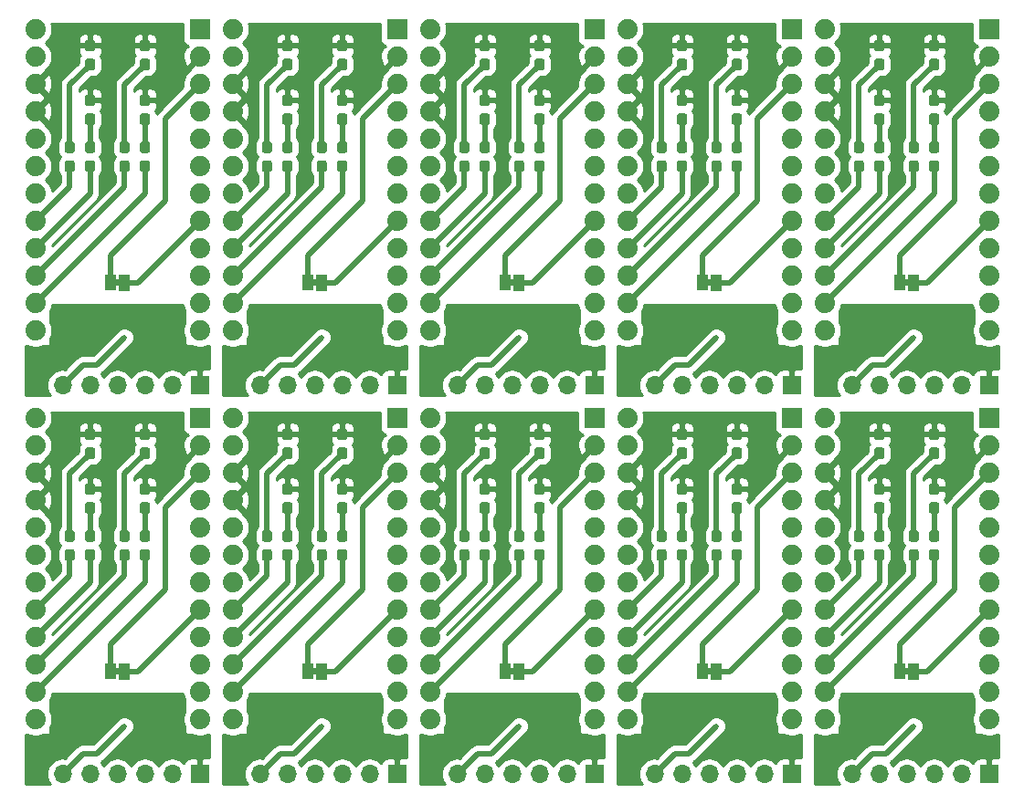
<source format=gtl>
%MOIN*%
%OFA0B0*%
%FSLAX46Y46*%
%IPPOS*%
%LPD*%
%ADD10R,0.074X0.074*%
%ADD11C,0.074*%
%ADD12C,0.03937007874015748*%
%ADD13C,0.0039370078740157488*%
%ADD14R,0.03937007874015748X0.059055118110236227*%
%ADD15R,0.066929133858267723X0.066929133858267723*%
%ADD16O,0.066929133858267723X0.066929133858267723*%
%ADD17C,0.037401574803149609*%
%ADD18C,0.015748031496062995*%
%ADD19C,0.02*%
%ADD20C,0.01*%
%ADD31R,0.074X0.074*%
%ADD32C,0.074*%
%ADD33C,0.03937007874015748*%
%ADD34C,0.0039370078740157488*%
%ADD35R,0.03937007874015748X0.059055118110236227*%
%ADD36R,0.066929133858267723X0.066929133858267723*%
%ADD37O,0.066929133858267723X0.066929133858267723*%
%ADD38C,0.037401574803149609*%
%ADD39C,0.015748031496062995*%
%ADD40C,0.02*%
%ADD41C,0.01*%
%ADD42R,0.074X0.074*%
%ADD43C,0.074*%
%ADD44C,0.03937007874015748*%
%ADD45C,0.0039370078740157488*%
%ADD46R,0.03937007874015748X0.059055118110236227*%
%ADD47R,0.066929133858267723X0.066929133858267723*%
%ADD48O,0.066929133858267723X0.066929133858267723*%
%ADD49C,0.037401574803149609*%
%ADD50C,0.015748031496062995*%
%ADD51C,0.02*%
%ADD52C,0.01*%
%ADD53R,0.074X0.074*%
%ADD54C,0.074*%
%ADD55C,0.03937007874015748*%
%ADD56C,0.0039370078740157488*%
%ADD57R,0.03937007874015748X0.059055118110236227*%
%ADD58R,0.066929133858267723X0.066929133858267723*%
%ADD59O,0.066929133858267723X0.066929133858267723*%
%ADD60C,0.037401574803149609*%
%ADD61C,0.015748031496062995*%
%ADD62C,0.02*%
%ADD63C,0.01*%
%ADD64R,0.074X0.074*%
%ADD65C,0.074*%
%ADD66C,0.03937007874015748*%
%ADD67C,0.0039370078740157488*%
%ADD68R,0.03937007874015748X0.059055118110236227*%
%ADD69R,0.066929133858267723X0.066929133858267723*%
%ADD70O,0.066929133858267723X0.066929133858267723*%
%ADD71C,0.037401574803149609*%
%ADD72C,0.015748031496062995*%
%ADD73C,0.02*%
%ADD74C,0.01*%
%ADD75R,0.074X0.074*%
%ADD76C,0.074*%
%ADD77C,0.03937007874015748*%
%ADD78C,0.0039370078740157488*%
%ADD79R,0.03937007874015748X0.059055118110236227*%
%ADD80R,0.066929133858267723X0.066929133858267723*%
%ADD81O,0.066929133858267723X0.066929133858267723*%
%ADD82C,0.037401574803149609*%
%ADD83C,0.015748031496062995*%
%ADD84C,0.02*%
%ADD85C,0.01*%
%ADD86R,0.074X0.074*%
%ADD87C,0.074*%
%ADD88C,0.03937007874015748*%
%ADD89C,0.0039370078740157488*%
%ADD90R,0.03937007874015748X0.059055118110236227*%
%ADD91R,0.066929133858267723X0.066929133858267723*%
%ADD92O,0.066929133858267723X0.066929133858267723*%
%ADD93C,0.037401574803149609*%
%ADD94C,0.015748031496062995*%
%ADD95C,0.02*%
%ADD96C,0.01*%
%ADD97R,0.074X0.074*%
%ADD98C,0.074*%
%ADD99C,0.03937007874015748*%
%ADD100C,0.0039370078740157488*%
%ADD101R,0.03937007874015748X0.059055118110236227*%
%ADD102R,0.066929133858267723X0.066929133858267723*%
%ADD103O,0.066929133858267723X0.066929133858267723*%
%ADD104C,0.037401574803149609*%
%ADD105C,0.015748031496062995*%
%ADD106C,0.02*%
%ADD107C,0.01*%
%ADD108R,0.074X0.074*%
%ADD109C,0.074*%
%ADD110C,0.03937007874015748*%
%ADD111C,0.0039370078740157488*%
%ADD112R,0.03937007874015748X0.059055118110236227*%
%ADD113R,0.066929133858267723X0.066929133858267723*%
%ADD114O,0.066929133858267723X0.066929133858267723*%
%ADD115C,0.037401574803149609*%
%ADD116C,0.015748031496062995*%
%ADD117C,0.02*%
%ADD118C,0.01*%
%ADD119R,0.074X0.074*%
%ADD120C,0.074*%
%ADD121C,0.03937007874015748*%
%ADD122C,0.0039370078740157488*%
%ADD123R,0.03937007874015748X0.059055118110236227*%
%ADD124R,0.066929133858267723X0.066929133858267723*%
%ADD125O,0.066929133858267723X0.066929133858267723*%
%ADD126C,0.037401574803149609*%
%ADD127C,0.015748031496062995*%
%ADD128C,0.02*%
%ADD129C,0.01*%
D10*
X-0005110999Y0004759999D02*
X0000660000Y0001359999D03*
D11*
X0000660000Y0001259999D03*
X0000660000Y0001159999D03*
X0000660000Y0001059999D03*
X0000660000Y0000959999D03*
X0000660000Y0000859999D03*
X0000660000Y0000759999D03*
X0000660000Y0000659999D03*
X0000660000Y0000559999D03*
X0000660000Y0000459999D03*
X0000660000Y0000359999D03*
X0000660000Y0000259999D03*
X0000060000Y0000259999D03*
X0000060000Y0000359999D03*
X0000060000Y0000459999D03*
X0000060000Y0000559999D03*
X0000060000Y0000659999D03*
X0000060000Y0000759999D03*
X0000060000Y0000859999D03*
X0000060000Y0000959999D03*
X0000060000Y0001059999D03*
X0000060000Y0001159999D03*
X0000060000Y0001259999D03*
X0000060000Y0001359999D03*
D12*
X0000334409Y0000434999D03*
D13*
G36*
X0000354094Y0000446810D02*
G01*
X0000369842Y0000446810D01*
X0000369842Y0000423188D01*
X0000354094Y0000423188D01*
X0000354094Y0000405472D01*
X0000314724Y0000405472D01*
X0000314724Y0000464527D01*
X0000354094Y0000464527D01*
X0000354094Y0000446810D01*
X0000354094Y0000446810D01*
G37*
D14*
X0000385590Y0000434999D03*
D15*
X0000660000Y0000059999D03*
D16*
X0000560000Y0000059999D03*
X0000460000Y0000059999D03*
X0000360000Y0000059999D03*
X0000260000Y0000059999D03*
X0000160000Y0000059999D03*
D13*
G36*
X0000470267Y0001052179D02*
G01*
X0000471174Y0001052044D01*
X0000472064Y0001051821D01*
X0000472928Y0001051512D01*
X0000473758Y0001051120D01*
X0000474545Y0001050648D01*
X0000475282Y0001050101D01*
X0000475962Y0001049485D01*
X0000476578Y0001048805D01*
X0000477125Y0001048068D01*
X0000477596Y0001047281D01*
X0000477989Y0001046452D01*
X0000478298Y0001045588D01*
X0000478521Y0001044698D01*
X0000478655Y0001043790D01*
X0000478700Y0001042873D01*
X0000478700Y0001020236D01*
X0000478655Y0001019319D01*
X0000478521Y0001018412D01*
X0000478298Y0001017521D01*
X0000477989Y0001016657D01*
X0000477596Y0001015828D01*
X0000477125Y0001015041D01*
X0000476578Y0001014304D01*
X0000475962Y0001013624D01*
X0000475282Y0001013008D01*
X0000474545Y0001012461D01*
X0000473758Y0001011989D01*
X0000472928Y0001011597D01*
X0000472064Y0001011288D01*
X0000471174Y0001011065D01*
X0000470267Y0001010930D01*
X0000469350Y0001010885D01*
X0000450649Y0001010885D01*
X0000449733Y0001010930D01*
X0000448825Y0001011065D01*
X0000447935Y0001011288D01*
X0000447071Y0001011597D01*
X0000446241Y0001011989D01*
X0000445454Y0001012461D01*
X0000444717Y0001013008D01*
X0000444037Y0001013624D01*
X0000443421Y0001014304D01*
X0000442875Y0001015041D01*
X0000442403Y0001015828D01*
X0000442011Y0001016657D01*
X0000441701Y0001017521D01*
X0000441478Y0001018412D01*
X0000441344Y0001019319D01*
X0000441299Y0001020236D01*
X0000441299Y0001042873D01*
X0000441344Y0001043790D01*
X0000441478Y0001044698D01*
X0000441701Y0001045588D01*
X0000442011Y0001046452D01*
X0000442403Y0001047281D01*
X0000442875Y0001048068D01*
X0000443421Y0001048805D01*
X0000444037Y0001049485D01*
X0000444717Y0001050101D01*
X0000445454Y0001050648D01*
X0000446241Y0001051120D01*
X0000447071Y0001051512D01*
X0000447935Y0001051821D01*
X0000448825Y0001052044D01*
X0000449733Y0001052179D01*
X0000450649Y0001052224D01*
X0000469350Y0001052224D01*
X0000470267Y0001052179D01*
X0000470267Y0001052179D01*
G37*
D17*
X0000460000Y0001031555D03*
D13*
G36*
X0000470267Y0001121076D02*
G01*
X0000471174Y0001120942D01*
X0000472064Y0001120719D01*
X0000472928Y0001120410D01*
X0000473758Y0001120017D01*
X0000474545Y0001119546D01*
X0000475282Y0001118999D01*
X0000475962Y0001118383D01*
X0000476578Y0001117703D01*
X0000477125Y0001116966D01*
X0000477596Y0001116179D01*
X0000477989Y0001115349D01*
X0000478298Y0001114485D01*
X0000478521Y0001113595D01*
X0000478655Y0001112688D01*
X0000478700Y0001111771D01*
X0000478700Y0001089133D01*
X0000478655Y0001088217D01*
X0000478521Y0001087309D01*
X0000478298Y0001086419D01*
X0000477989Y0001085555D01*
X0000477596Y0001084726D01*
X0000477125Y0001083939D01*
X0000476578Y0001083202D01*
X0000475962Y0001082522D01*
X0000475282Y0001081905D01*
X0000474545Y0001081359D01*
X0000473758Y0001080887D01*
X0000472928Y0001080495D01*
X0000472064Y0001080186D01*
X0000471174Y0001079963D01*
X0000470267Y0001079828D01*
X0000469350Y0001079783D01*
X0000450649Y0001079783D01*
X0000449733Y0001079828D01*
X0000448825Y0001079963D01*
X0000447935Y0001080186D01*
X0000447071Y0001080495D01*
X0000446241Y0001080887D01*
X0000445454Y0001081359D01*
X0000444717Y0001081905D01*
X0000444037Y0001082522D01*
X0000443421Y0001083202D01*
X0000442875Y0001083939D01*
X0000442403Y0001084726D01*
X0000442011Y0001085555D01*
X0000441701Y0001086419D01*
X0000441478Y0001087309D01*
X0000441344Y0001088217D01*
X0000441299Y0001089133D01*
X0000441299Y0001111771D01*
X0000441344Y0001112688D01*
X0000441478Y0001113595D01*
X0000441701Y0001114485D01*
X0000442011Y0001115349D01*
X0000442403Y0001116179D01*
X0000442875Y0001116966D01*
X0000443421Y0001117703D01*
X0000444037Y0001118383D01*
X0000444717Y0001118999D01*
X0000445454Y0001119546D01*
X0000446241Y0001120017D01*
X0000447071Y0001120410D01*
X0000447935Y0001120719D01*
X0000448825Y0001120942D01*
X0000449733Y0001121076D01*
X0000450649Y0001121122D01*
X0000469350Y0001121122D01*
X0000470267Y0001121076D01*
X0000470267Y0001121076D01*
G37*
D17*
X0000460000Y0001100452D03*
D13*
G36*
X0000470267Y0001321076D02*
G01*
X0000471174Y0001320942D01*
X0000472064Y0001320719D01*
X0000472928Y0001320410D01*
X0000473758Y0001320017D01*
X0000474545Y0001319546D01*
X0000475282Y0001318999D01*
X0000475962Y0001318383D01*
X0000476578Y0001317703D01*
X0000477125Y0001316966D01*
X0000477596Y0001316179D01*
X0000477989Y0001315349D01*
X0000478298Y0001314485D01*
X0000478521Y0001313595D01*
X0000478655Y0001312688D01*
X0000478700Y0001311771D01*
X0000478700Y0001289133D01*
X0000478655Y0001288217D01*
X0000478521Y0001287309D01*
X0000478298Y0001286419D01*
X0000477989Y0001285555D01*
X0000477596Y0001284726D01*
X0000477125Y0001283939D01*
X0000476578Y0001283202D01*
X0000475962Y0001282522D01*
X0000475282Y0001281905D01*
X0000474545Y0001281359D01*
X0000473758Y0001280887D01*
X0000472928Y0001280495D01*
X0000472064Y0001280186D01*
X0000471174Y0001279963D01*
X0000470267Y0001279828D01*
X0000469350Y0001279783D01*
X0000450649Y0001279783D01*
X0000449733Y0001279828D01*
X0000448825Y0001279963D01*
X0000447935Y0001280186D01*
X0000447071Y0001280495D01*
X0000446241Y0001280887D01*
X0000445454Y0001281359D01*
X0000444717Y0001281905D01*
X0000444037Y0001282522D01*
X0000443421Y0001283202D01*
X0000442875Y0001283939D01*
X0000442403Y0001284726D01*
X0000442011Y0001285555D01*
X0000441701Y0001286419D01*
X0000441478Y0001287309D01*
X0000441344Y0001288217D01*
X0000441299Y0001289133D01*
X0000441299Y0001311771D01*
X0000441344Y0001312688D01*
X0000441478Y0001313595D01*
X0000441701Y0001314485D01*
X0000442011Y0001315349D01*
X0000442403Y0001316179D01*
X0000442875Y0001316966D01*
X0000443421Y0001317703D01*
X0000444037Y0001318383D01*
X0000444717Y0001318999D01*
X0000445454Y0001319546D01*
X0000446241Y0001320017D01*
X0000447071Y0001320410D01*
X0000447935Y0001320719D01*
X0000448825Y0001320942D01*
X0000449733Y0001321076D01*
X0000450649Y0001321122D01*
X0000469350Y0001321122D01*
X0000470267Y0001321076D01*
X0000470267Y0001321076D01*
G37*
D17*
X0000460000Y0001300452D03*
D13*
G36*
X0000470267Y0001252179D02*
G01*
X0000471174Y0001252044D01*
X0000472064Y0001251821D01*
X0000472928Y0001251512D01*
X0000473758Y0001251120D01*
X0000474545Y0001250648D01*
X0000475282Y0001250101D01*
X0000475962Y0001249485D01*
X0000476578Y0001248805D01*
X0000477125Y0001248068D01*
X0000477596Y0001247281D01*
X0000477989Y0001246452D01*
X0000478298Y0001245588D01*
X0000478521Y0001244698D01*
X0000478655Y0001243790D01*
X0000478700Y0001242873D01*
X0000478700Y0001220236D01*
X0000478655Y0001219319D01*
X0000478521Y0001218412D01*
X0000478298Y0001217521D01*
X0000477989Y0001216657D01*
X0000477596Y0001215828D01*
X0000477125Y0001215041D01*
X0000476578Y0001214304D01*
X0000475962Y0001213624D01*
X0000475282Y0001213008D01*
X0000474545Y0001212461D01*
X0000473758Y0001211989D01*
X0000472928Y0001211597D01*
X0000472064Y0001211288D01*
X0000471174Y0001211065D01*
X0000470267Y0001210930D01*
X0000469350Y0001210885D01*
X0000450649Y0001210885D01*
X0000449733Y0001210930D01*
X0000448825Y0001211065D01*
X0000447935Y0001211288D01*
X0000447071Y0001211597D01*
X0000446241Y0001211989D01*
X0000445454Y0001212461D01*
X0000444717Y0001213008D01*
X0000444037Y0001213624D01*
X0000443421Y0001214304D01*
X0000442875Y0001215041D01*
X0000442403Y0001215828D01*
X0000442011Y0001216657D01*
X0000441701Y0001217521D01*
X0000441478Y0001218412D01*
X0000441344Y0001219319D01*
X0000441299Y0001220236D01*
X0000441299Y0001242873D01*
X0000441344Y0001243790D01*
X0000441478Y0001244698D01*
X0000441701Y0001245588D01*
X0000442011Y0001246452D01*
X0000442403Y0001247281D01*
X0000442875Y0001248068D01*
X0000443421Y0001248805D01*
X0000444037Y0001249485D01*
X0000444717Y0001250101D01*
X0000445454Y0001250648D01*
X0000446241Y0001251120D01*
X0000447071Y0001251512D01*
X0000447935Y0001251821D01*
X0000448825Y0001252044D01*
X0000449733Y0001252179D01*
X0000450649Y0001252224D01*
X0000469350Y0001252224D01*
X0000470267Y0001252179D01*
X0000470267Y0001252179D01*
G37*
D17*
X0000460000Y0001231555D03*
D13*
G36*
X0000270267Y0001052179D02*
G01*
X0000271174Y0001052044D01*
X0000272064Y0001051821D01*
X0000272928Y0001051512D01*
X0000273758Y0001051120D01*
X0000274545Y0001050648D01*
X0000275282Y0001050101D01*
X0000275962Y0001049485D01*
X0000276578Y0001048805D01*
X0000277125Y0001048068D01*
X0000277596Y0001047281D01*
X0000277989Y0001046452D01*
X0000278298Y0001045588D01*
X0000278521Y0001044698D01*
X0000278655Y0001043790D01*
X0000278700Y0001042873D01*
X0000278700Y0001020236D01*
X0000278655Y0001019319D01*
X0000278521Y0001018412D01*
X0000278298Y0001017521D01*
X0000277989Y0001016657D01*
X0000277596Y0001015828D01*
X0000277125Y0001015041D01*
X0000276578Y0001014304D01*
X0000275962Y0001013624D01*
X0000275282Y0001013008D01*
X0000274545Y0001012461D01*
X0000273758Y0001011989D01*
X0000272928Y0001011597D01*
X0000272064Y0001011288D01*
X0000271174Y0001011065D01*
X0000270267Y0001010930D01*
X0000269350Y0001010885D01*
X0000250649Y0001010885D01*
X0000249733Y0001010930D01*
X0000248825Y0001011065D01*
X0000247935Y0001011288D01*
X0000247071Y0001011597D01*
X0000246241Y0001011989D01*
X0000245454Y0001012461D01*
X0000244717Y0001013008D01*
X0000244037Y0001013624D01*
X0000243421Y0001014304D01*
X0000242875Y0001015041D01*
X0000242403Y0001015828D01*
X0000242011Y0001016657D01*
X0000241701Y0001017521D01*
X0000241478Y0001018412D01*
X0000241344Y0001019319D01*
X0000241299Y0001020236D01*
X0000241299Y0001042873D01*
X0000241344Y0001043790D01*
X0000241478Y0001044698D01*
X0000241701Y0001045588D01*
X0000242011Y0001046452D01*
X0000242403Y0001047281D01*
X0000242875Y0001048068D01*
X0000243421Y0001048805D01*
X0000244037Y0001049485D01*
X0000244717Y0001050101D01*
X0000245454Y0001050648D01*
X0000246241Y0001051120D01*
X0000247071Y0001051512D01*
X0000247935Y0001051821D01*
X0000248825Y0001052044D01*
X0000249733Y0001052179D01*
X0000250649Y0001052224D01*
X0000269350Y0001052224D01*
X0000270267Y0001052179D01*
X0000270267Y0001052179D01*
G37*
D17*
X0000260000Y0001031555D03*
D13*
G36*
X0000270267Y0001121076D02*
G01*
X0000271174Y0001120942D01*
X0000272064Y0001120719D01*
X0000272928Y0001120410D01*
X0000273758Y0001120017D01*
X0000274545Y0001119546D01*
X0000275282Y0001118999D01*
X0000275962Y0001118383D01*
X0000276578Y0001117703D01*
X0000277125Y0001116966D01*
X0000277596Y0001116179D01*
X0000277989Y0001115349D01*
X0000278298Y0001114485D01*
X0000278521Y0001113595D01*
X0000278655Y0001112688D01*
X0000278700Y0001111771D01*
X0000278700Y0001089133D01*
X0000278655Y0001088217D01*
X0000278521Y0001087309D01*
X0000278298Y0001086419D01*
X0000277989Y0001085555D01*
X0000277596Y0001084726D01*
X0000277125Y0001083939D01*
X0000276578Y0001083202D01*
X0000275962Y0001082522D01*
X0000275282Y0001081905D01*
X0000274545Y0001081359D01*
X0000273758Y0001080887D01*
X0000272928Y0001080495D01*
X0000272064Y0001080186D01*
X0000271174Y0001079963D01*
X0000270267Y0001079828D01*
X0000269350Y0001079783D01*
X0000250649Y0001079783D01*
X0000249733Y0001079828D01*
X0000248825Y0001079963D01*
X0000247935Y0001080186D01*
X0000247071Y0001080495D01*
X0000246241Y0001080887D01*
X0000245454Y0001081359D01*
X0000244717Y0001081905D01*
X0000244037Y0001082522D01*
X0000243421Y0001083202D01*
X0000242875Y0001083939D01*
X0000242403Y0001084726D01*
X0000242011Y0001085555D01*
X0000241701Y0001086419D01*
X0000241478Y0001087309D01*
X0000241344Y0001088217D01*
X0000241299Y0001089133D01*
X0000241299Y0001111771D01*
X0000241344Y0001112688D01*
X0000241478Y0001113595D01*
X0000241701Y0001114485D01*
X0000242011Y0001115349D01*
X0000242403Y0001116179D01*
X0000242875Y0001116966D01*
X0000243421Y0001117703D01*
X0000244037Y0001118383D01*
X0000244717Y0001118999D01*
X0000245454Y0001119546D01*
X0000246241Y0001120017D01*
X0000247071Y0001120410D01*
X0000247935Y0001120719D01*
X0000248825Y0001120942D01*
X0000249733Y0001121076D01*
X0000250649Y0001121122D01*
X0000269350Y0001121122D01*
X0000270267Y0001121076D01*
X0000270267Y0001121076D01*
G37*
D17*
X0000260000Y0001100452D03*
D13*
G36*
X0000270267Y0001321076D02*
G01*
X0000271174Y0001320942D01*
X0000272064Y0001320719D01*
X0000272928Y0001320410D01*
X0000273758Y0001320017D01*
X0000274545Y0001319546D01*
X0000275282Y0001318999D01*
X0000275962Y0001318383D01*
X0000276578Y0001317703D01*
X0000277125Y0001316966D01*
X0000277596Y0001316179D01*
X0000277989Y0001315349D01*
X0000278298Y0001314485D01*
X0000278521Y0001313595D01*
X0000278655Y0001312688D01*
X0000278700Y0001311771D01*
X0000278700Y0001289133D01*
X0000278655Y0001288217D01*
X0000278521Y0001287309D01*
X0000278298Y0001286419D01*
X0000277989Y0001285555D01*
X0000277596Y0001284726D01*
X0000277125Y0001283939D01*
X0000276578Y0001283202D01*
X0000275962Y0001282522D01*
X0000275282Y0001281905D01*
X0000274545Y0001281359D01*
X0000273758Y0001280887D01*
X0000272928Y0001280495D01*
X0000272064Y0001280186D01*
X0000271174Y0001279963D01*
X0000270267Y0001279828D01*
X0000269350Y0001279783D01*
X0000250649Y0001279783D01*
X0000249733Y0001279828D01*
X0000248825Y0001279963D01*
X0000247935Y0001280186D01*
X0000247071Y0001280495D01*
X0000246241Y0001280887D01*
X0000245454Y0001281359D01*
X0000244717Y0001281905D01*
X0000244037Y0001282522D01*
X0000243421Y0001283202D01*
X0000242875Y0001283939D01*
X0000242403Y0001284726D01*
X0000242011Y0001285555D01*
X0000241701Y0001286419D01*
X0000241478Y0001287309D01*
X0000241344Y0001288217D01*
X0000241299Y0001289133D01*
X0000241299Y0001311771D01*
X0000241344Y0001312688D01*
X0000241478Y0001313595D01*
X0000241701Y0001314485D01*
X0000242011Y0001315349D01*
X0000242403Y0001316179D01*
X0000242875Y0001316966D01*
X0000243421Y0001317703D01*
X0000244037Y0001318383D01*
X0000244717Y0001318999D01*
X0000245454Y0001319546D01*
X0000246241Y0001320017D01*
X0000247071Y0001320410D01*
X0000247935Y0001320719D01*
X0000248825Y0001320942D01*
X0000249733Y0001321076D01*
X0000250649Y0001321122D01*
X0000269350Y0001321122D01*
X0000270267Y0001321076D01*
X0000270267Y0001321076D01*
G37*
D17*
X0000260000Y0001300452D03*
D13*
G36*
X0000270267Y0001252179D02*
G01*
X0000271174Y0001252044D01*
X0000272064Y0001251821D01*
X0000272928Y0001251512D01*
X0000273758Y0001251120D01*
X0000274545Y0001250648D01*
X0000275282Y0001250101D01*
X0000275962Y0001249485D01*
X0000276578Y0001248805D01*
X0000277125Y0001248068D01*
X0000277596Y0001247281D01*
X0000277989Y0001246452D01*
X0000278298Y0001245588D01*
X0000278521Y0001244698D01*
X0000278655Y0001243790D01*
X0000278700Y0001242873D01*
X0000278700Y0001220236D01*
X0000278655Y0001219319D01*
X0000278521Y0001218412D01*
X0000278298Y0001217521D01*
X0000277989Y0001216657D01*
X0000277596Y0001215828D01*
X0000277125Y0001215041D01*
X0000276578Y0001214304D01*
X0000275962Y0001213624D01*
X0000275282Y0001213008D01*
X0000274545Y0001212461D01*
X0000273758Y0001211989D01*
X0000272928Y0001211597D01*
X0000272064Y0001211288D01*
X0000271174Y0001211065D01*
X0000270267Y0001210930D01*
X0000269350Y0001210885D01*
X0000250649Y0001210885D01*
X0000249733Y0001210930D01*
X0000248825Y0001211065D01*
X0000247935Y0001211288D01*
X0000247071Y0001211597D01*
X0000246241Y0001211989D01*
X0000245454Y0001212461D01*
X0000244717Y0001213008D01*
X0000244037Y0001213624D01*
X0000243421Y0001214304D01*
X0000242875Y0001215041D01*
X0000242403Y0001215828D01*
X0000242011Y0001216657D01*
X0000241701Y0001217521D01*
X0000241478Y0001218412D01*
X0000241344Y0001219319D01*
X0000241299Y0001220236D01*
X0000241299Y0001242873D01*
X0000241344Y0001243790D01*
X0000241478Y0001244698D01*
X0000241701Y0001245588D01*
X0000242011Y0001246452D01*
X0000242403Y0001247281D01*
X0000242875Y0001248068D01*
X0000243421Y0001248805D01*
X0000244037Y0001249485D01*
X0000244717Y0001250101D01*
X0000245454Y0001250648D01*
X0000246241Y0001251120D01*
X0000247071Y0001251512D01*
X0000247935Y0001251821D01*
X0000248825Y0001252044D01*
X0000249733Y0001252179D01*
X0000250649Y0001252224D01*
X0000269350Y0001252224D01*
X0000270267Y0001252179D01*
X0000270267Y0001252179D01*
G37*
D17*
X0000260000Y0001231555D03*
D13*
G36*
X0000470267Y0000949521D02*
G01*
X0000471174Y0000949387D01*
X0000472064Y0000949164D01*
X0000472928Y0000948855D01*
X0000473758Y0000948462D01*
X0000474545Y0000947991D01*
X0000475282Y0000947444D01*
X0000475962Y0000946828D01*
X0000476578Y0000946148D01*
X0000477125Y0000945411D01*
X0000477596Y0000944624D01*
X0000477989Y0000943794D01*
X0000478298Y0000942930D01*
X0000478521Y0000942040D01*
X0000478655Y0000941132D01*
X0000478700Y0000940216D01*
X0000478700Y0000917578D01*
X0000478655Y0000916662D01*
X0000478521Y0000915754D01*
X0000478298Y0000914864D01*
X0000477989Y0000914000D01*
X0000477596Y0000913170D01*
X0000477125Y0000912383D01*
X0000476578Y0000911646D01*
X0000475962Y0000910966D01*
X0000475282Y0000910350D01*
X0000474545Y0000909804D01*
X0000473758Y0000909332D01*
X0000472928Y0000908940D01*
X0000472064Y0000908630D01*
X0000471174Y0000908407D01*
X0000470267Y0000908273D01*
X0000469350Y0000908228D01*
X0000450649Y0000908228D01*
X0000449733Y0000908273D01*
X0000448825Y0000908407D01*
X0000447935Y0000908630D01*
X0000447071Y0000908940D01*
X0000446241Y0000909332D01*
X0000445454Y0000909804D01*
X0000444717Y0000910350D01*
X0000444037Y0000910966D01*
X0000443421Y0000911646D01*
X0000442875Y0000912383D01*
X0000442403Y0000913170D01*
X0000442011Y0000914000D01*
X0000441701Y0000914864D01*
X0000441478Y0000915754D01*
X0000441344Y0000916662D01*
X0000441299Y0000917578D01*
X0000441299Y0000940216D01*
X0000441344Y0000941132D01*
X0000441478Y0000942040D01*
X0000441701Y0000942930D01*
X0000442011Y0000943794D01*
X0000442403Y0000944624D01*
X0000442875Y0000945411D01*
X0000443421Y0000946148D01*
X0000444037Y0000946828D01*
X0000444717Y0000947444D01*
X0000445454Y0000947991D01*
X0000446241Y0000948462D01*
X0000447071Y0000948855D01*
X0000447935Y0000949164D01*
X0000448825Y0000949387D01*
X0000449733Y0000949521D01*
X0000450649Y0000949566D01*
X0000469350Y0000949566D01*
X0000470267Y0000949521D01*
X0000470267Y0000949521D01*
G37*
D17*
X0000460000Y0000928897D03*
D13*
G36*
X0000470267Y0000880624D02*
G01*
X0000471174Y0000880489D01*
X0000472064Y0000880266D01*
X0000472928Y0000879957D01*
X0000473758Y0000879565D01*
X0000474545Y0000879093D01*
X0000475282Y0000878546D01*
X0000475962Y0000877930D01*
X0000476578Y0000877250D01*
X0000477125Y0000876513D01*
X0000477596Y0000875726D01*
X0000477989Y0000874897D01*
X0000478298Y0000874033D01*
X0000478521Y0000873143D01*
X0000478655Y0000872235D01*
X0000478700Y0000871318D01*
X0000478700Y0000848681D01*
X0000478655Y0000847764D01*
X0000478521Y0000846856D01*
X0000478298Y0000845966D01*
X0000477989Y0000845102D01*
X0000477596Y0000844273D01*
X0000477125Y0000843486D01*
X0000476578Y0000842749D01*
X0000475962Y0000842069D01*
X0000475282Y0000841453D01*
X0000474545Y0000840906D01*
X0000473758Y0000840434D01*
X0000472928Y0000840042D01*
X0000472064Y0000839733D01*
X0000471174Y0000839510D01*
X0000470267Y0000839375D01*
X0000469350Y0000839330D01*
X0000450649Y0000839330D01*
X0000449733Y0000839375D01*
X0000448825Y0000839510D01*
X0000447935Y0000839733D01*
X0000447071Y0000840042D01*
X0000446241Y0000840434D01*
X0000445454Y0000840906D01*
X0000444717Y0000841453D01*
X0000444037Y0000842069D01*
X0000443421Y0000842749D01*
X0000442875Y0000843486D01*
X0000442403Y0000844273D01*
X0000442011Y0000845102D01*
X0000441701Y0000845966D01*
X0000441478Y0000846856D01*
X0000441344Y0000847764D01*
X0000441299Y0000848681D01*
X0000441299Y0000871318D01*
X0000441344Y0000872235D01*
X0000441478Y0000873143D01*
X0000441701Y0000874033D01*
X0000442011Y0000874897D01*
X0000442403Y0000875726D01*
X0000442875Y0000876513D01*
X0000443421Y0000877250D01*
X0000444037Y0000877930D01*
X0000444717Y0000878546D01*
X0000445454Y0000879093D01*
X0000446241Y0000879565D01*
X0000447071Y0000879957D01*
X0000447935Y0000880266D01*
X0000448825Y0000880489D01*
X0000449733Y0000880624D01*
X0000450649Y0000880669D01*
X0000469350Y0000880669D01*
X0000470267Y0000880624D01*
X0000470267Y0000880624D01*
G37*
D17*
X0000460000Y0000859999D03*
D13*
G36*
X0000395267Y0000880624D02*
G01*
X0000396174Y0000880489D01*
X0000397064Y0000880266D01*
X0000397928Y0000879957D01*
X0000398758Y0000879565D01*
X0000399545Y0000879093D01*
X0000400282Y0000878546D01*
X0000400962Y0000877930D01*
X0000401578Y0000877250D01*
X0000402125Y0000876513D01*
X0000402596Y0000875726D01*
X0000402989Y0000874897D01*
X0000403298Y0000874033D01*
X0000403521Y0000873143D01*
X0000403655Y0000872235D01*
X0000403700Y0000871318D01*
X0000403700Y0000848681D01*
X0000403655Y0000847764D01*
X0000403521Y0000846856D01*
X0000403298Y0000845966D01*
X0000402989Y0000845102D01*
X0000402596Y0000844273D01*
X0000402125Y0000843486D01*
X0000401578Y0000842749D01*
X0000400962Y0000842069D01*
X0000400282Y0000841453D01*
X0000399545Y0000840906D01*
X0000398758Y0000840434D01*
X0000397928Y0000840042D01*
X0000397064Y0000839733D01*
X0000396174Y0000839510D01*
X0000395267Y0000839375D01*
X0000394350Y0000839330D01*
X0000375649Y0000839330D01*
X0000374733Y0000839375D01*
X0000373825Y0000839510D01*
X0000372935Y0000839733D01*
X0000372071Y0000840042D01*
X0000371241Y0000840434D01*
X0000370454Y0000840906D01*
X0000369717Y0000841453D01*
X0000369037Y0000842069D01*
X0000368421Y0000842749D01*
X0000367875Y0000843486D01*
X0000367403Y0000844273D01*
X0000367011Y0000845102D01*
X0000366701Y0000845966D01*
X0000366478Y0000846856D01*
X0000366344Y0000847764D01*
X0000366299Y0000848681D01*
X0000366299Y0000871318D01*
X0000366344Y0000872235D01*
X0000366478Y0000873143D01*
X0000366701Y0000874033D01*
X0000367011Y0000874897D01*
X0000367403Y0000875726D01*
X0000367875Y0000876513D01*
X0000368421Y0000877250D01*
X0000369037Y0000877930D01*
X0000369717Y0000878546D01*
X0000370454Y0000879093D01*
X0000371241Y0000879565D01*
X0000372071Y0000879957D01*
X0000372935Y0000880266D01*
X0000373825Y0000880489D01*
X0000374733Y0000880624D01*
X0000375649Y0000880669D01*
X0000394350Y0000880669D01*
X0000395267Y0000880624D01*
X0000395267Y0000880624D01*
G37*
D17*
X0000385000Y0000859999D03*
D13*
G36*
X0000395267Y0000949521D02*
G01*
X0000396174Y0000949387D01*
X0000397064Y0000949164D01*
X0000397928Y0000948855D01*
X0000398758Y0000948462D01*
X0000399545Y0000947991D01*
X0000400282Y0000947444D01*
X0000400962Y0000946828D01*
X0000401578Y0000946148D01*
X0000402125Y0000945411D01*
X0000402596Y0000944624D01*
X0000402989Y0000943794D01*
X0000403298Y0000942930D01*
X0000403521Y0000942040D01*
X0000403655Y0000941132D01*
X0000403700Y0000940216D01*
X0000403700Y0000917578D01*
X0000403655Y0000916662D01*
X0000403521Y0000915754D01*
X0000403298Y0000914864D01*
X0000402989Y0000914000D01*
X0000402596Y0000913170D01*
X0000402125Y0000912383D01*
X0000401578Y0000911646D01*
X0000400962Y0000910966D01*
X0000400282Y0000910350D01*
X0000399545Y0000909804D01*
X0000398758Y0000909332D01*
X0000397928Y0000908940D01*
X0000397064Y0000908630D01*
X0000396174Y0000908407D01*
X0000395267Y0000908273D01*
X0000394350Y0000908228D01*
X0000375649Y0000908228D01*
X0000374733Y0000908273D01*
X0000373825Y0000908407D01*
X0000372935Y0000908630D01*
X0000372071Y0000908940D01*
X0000371241Y0000909332D01*
X0000370454Y0000909804D01*
X0000369717Y0000910350D01*
X0000369037Y0000910966D01*
X0000368421Y0000911646D01*
X0000367875Y0000912383D01*
X0000367403Y0000913170D01*
X0000367011Y0000914000D01*
X0000366701Y0000914864D01*
X0000366478Y0000915754D01*
X0000366344Y0000916662D01*
X0000366299Y0000917578D01*
X0000366299Y0000940216D01*
X0000366344Y0000941132D01*
X0000366478Y0000942040D01*
X0000366701Y0000942930D01*
X0000367011Y0000943794D01*
X0000367403Y0000944624D01*
X0000367875Y0000945411D01*
X0000368421Y0000946148D01*
X0000369037Y0000946828D01*
X0000369717Y0000947444D01*
X0000370454Y0000947991D01*
X0000371241Y0000948462D01*
X0000372071Y0000948855D01*
X0000372935Y0000949164D01*
X0000373825Y0000949387D01*
X0000374733Y0000949521D01*
X0000375649Y0000949566D01*
X0000394350Y0000949566D01*
X0000395267Y0000949521D01*
X0000395267Y0000949521D01*
G37*
D17*
X0000385000Y0000928897D03*
D13*
G36*
X0000270267Y0000949521D02*
G01*
X0000271174Y0000949387D01*
X0000272064Y0000949164D01*
X0000272928Y0000948855D01*
X0000273758Y0000948462D01*
X0000274545Y0000947991D01*
X0000275282Y0000947444D01*
X0000275962Y0000946828D01*
X0000276578Y0000946148D01*
X0000277125Y0000945411D01*
X0000277596Y0000944624D01*
X0000277989Y0000943794D01*
X0000278298Y0000942930D01*
X0000278521Y0000942040D01*
X0000278655Y0000941132D01*
X0000278700Y0000940216D01*
X0000278700Y0000917578D01*
X0000278655Y0000916662D01*
X0000278521Y0000915754D01*
X0000278298Y0000914864D01*
X0000277989Y0000914000D01*
X0000277596Y0000913170D01*
X0000277125Y0000912383D01*
X0000276578Y0000911646D01*
X0000275962Y0000910966D01*
X0000275282Y0000910350D01*
X0000274545Y0000909804D01*
X0000273758Y0000909332D01*
X0000272928Y0000908940D01*
X0000272064Y0000908630D01*
X0000271174Y0000908407D01*
X0000270267Y0000908273D01*
X0000269350Y0000908228D01*
X0000250649Y0000908228D01*
X0000249733Y0000908273D01*
X0000248825Y0000908407D01*
X0000247935Y0000908630D01*
X0000247071Y0000908940D01*
X0000246241Y0000909332D01*
X0000245454Y0000909804D01*
X0000244717Y0000910350D01*
X0000244037Y0000910966D01*
X0000243421Y0000911646D01*
X0000242875Y0000912383D01*
X0000242403Y0000913170D01*
X0000242011Y0000914000D01*
X0000241701Y0000914864D01*
X0000241478Y0000915754D01*
X0000241344Y0000916662D01*
X0000241299Y0000917578D01*
X0000241299Y0000940216D01*
X0000241344Y0000941132D01*
X0000241478Y0000942040D01*
X0000241701Y0000942930D01*
X0000242011Y0000943794D01*
X0000242403Y0000944624D01*
X0000242875Y0000945411D01*
X0000243421Y0000946148D01*
X0000244037Y0000946828D01*
X0000244717Y0000947444D01*
X0000245454Y0000947991D01*
X0000246241Y0000948462D01*
X0000247071Y0000948855D01*
X0000247935Y0000949164D01*
X0000248825Y0000949387D01*
X0000249733Y0000949521D01*
X0000250649Y0000949566D01*
X0000269350Y0000949566D01*
X0000270267Y0000949521D01*
X0000270267Y0000949521D01*
G37*
D17*
X0000260000Y0000928897D03*
D13*
G36*
X0000270267Y0000880624D02*
G01*
X0000271174Y0000880489D01*
X0000272064Y0000880266D01*
X0000272928Y0000879957D01*
X0000273758Y0000879565D01*
X0000274545Y0000879093D01*
X0000275282Y0000878546D01*
X0000275962Y0000877930D01*
X0000276578Y0000877250D01*
X0000277125Y0000876513D01*
X0000277596Y0000875726D01*
X0000277989Y0000874897D01*
X0000278298Y0000874033D01*
X0000278521Y0000873143D01*
X0000278655Y0000872235D01*
X0000278700Y0000871318D01*
X0000278700Y0000848681D01*
X0000278655Y0000847764D01*
X0000278521Y0000846856D01*
X0000278298Y0000845966D01*
X0000277989Y0000845102D01*
X0000277596Y0000844273D01*
X0000277125Y0000843486D01*
X0000276578Y0000842749D01*
X0000275962Y0000842069D01*
X0000275282Y0000841453D01*
X0000274545Y0000840906D01*
X0000273758Y0000840434D01*
X0000272928Y0000840042D01*
X0000272064Y0000839733D01*
X0000271174Y0000839510D01*
X0000270267Y0000839375D01*
X0000269350Y0000839330D01*
X0000250649Y0000839330D01*
X0000249733Y0000839375D01*
X0000248825Y0000839510D01*
X0000247935Y0000839733D01*
X0000247071Y0000840042D01*
X0000246241Y0000840434D01*
X0000245454Y0000840906D01*
X0000244717Y0000841453D01*
X0000244037Y0000842069D01*
X0000243421Y0000842749D01*
X0000242875Y0000843486D01*
X0000242403Y0000844273D01*
X0000242011Y0000845102D01*
X0000241701Y0000845966D01*
X0000241478Y0000846856D01*
X0000241344Y0000847764D01*
X0000241299Y0000848681D01*
X0000241299Y0000871318D01*
X0000241344Y0000872235D01*
X0000241478Y0000873143D01*
X0000241701Y0000874033D01*
X0000242011Y0000874897D01*
X0000242403Y0000875726D01*
X0000242875Y0000876513D01*
X0000243421Y0000877250D01*
X0000244037Y0000877930D01*
X0000244717Y0000878546D01*
X0000245454Y0000879093D01*
X0000246241Y0000879565D01*
X0000247071Y0000879957D01*
X0000247935Y0000880266D01*
X0000248825Y0000880489D01*
X0000249733Y0000880624D01*
X0000250649Y0000880669D01*
X0000269350Y0000880669D01*
X0000270267Y0000880624D01*
X0000270267Y0000880624D01*
G37*
D17*
X0000260000Y0000859999D03*
D13*
G36*
X0000195267Y0000880624D02*
G01*
X0000196174Y0000880489D01*
X0000197064Y0000880266D01*
X0000197928Y0000879957D01*
X0000198758Y0000879565D01*
X0000199545Y0000879093D01*
X0000200282Y0000878546D01*
X0000200962Y0000877930D01*
X0000201578Y0000877250D01*
X0000202125Y0000876513D01*
X0000202596Y0000875726D01*
X0000202989Y0000874897D01*
X0000203298Y0000874033D01*
X0000203521Y0000873143D01*
X0000203655Y0000872235D01*
X0000203700Y0000871318D01*
X0000203700Y0000848681D01*
X0000203655Y0000847764D01*
X0000203521Y0000846856D01*
X0000203298Y0000845966D01*
X0000202989Y0000845102D01*
X0000202596Y0000844273D01*
X0000202125Y0000843486D01*
X0000201578Y0000842749D01*
X0000200962Y0000842069D01*
X0000200282Y0000841453D01*
X0000199545Y0000840906D01*
X0000198758Y0000840434D01*
X0000197928Y0000840042D01*
X0000197064Y0000839733D01*
X0000196174Y0000839510D01*
X0000195267Y0000839375D01*
X0000194350Y0000839330D01*
X0000175649Y0000839330D01*
X0000174733Y0000839375D01*
X0000173825Y0000839510D01*
X0000172935Y0000839733D01*
X0000172071Y0000840042D01*
X0000171241Y0000840434D01*
X0000170454Y0000840906D01*
X0000169717Y0000841453D01*
X0000169037Y0000842069D01*
X0000168421Y0000842749D01*
X0000167875Y0000843486D01*
X0000167403Y0000844273D01*
X0000167011Y0000845102D01*
X0000166701Y0000845966D01*
X0000166478Y0000846856D01*
X0000166344Y0000847764D01*
X0000166299Y0000848681D01*
X0000166299Y0000871318D01*
X0000166344Y0000872235D01*
X0000166478Y0000873143D01*
X0000166701Y0000874033D01*
X0000167011Y0000874897D01*
X0000167403Y0000875726D01*
X0000167875Y0000876513D01*
X0000168421Y0000877250D01*
X0000169037Y0000877930D01*
X0000169717Y0000878546D01*
X0000170454Y0000879093D01*
X0000171241Y0000879565D01*
X0000172071Y0000879957D01*
X0000172935Y0000880266D01*
X0000173825Y0000880489D01*
X0000174733Y0000880624D01*
X0000175649Y0000880669D01*
X0000194350Y0000880669D01*
X0000195267Y0000880624D01*
X0000195267Y0000880624D01*
G37*
D17*
X0000185000Y0000859999D03*
D13*
G36*
X0000195267Y0000949521D02*
G01*
X0000196174Y0000949387D01*
X0000197064Y0000949164D01*
X0000197928Y0000948855D01*
X0000198758Y0000948462D01*
X0000199545Y0000947991D01*
X0000200282Y0000947444D01*
X0000200962Y0000946828D01*
X0000201578Y0000946148D01*
X0000202125Y0000945411D01*
X0000202596Y0000944624D01*
X0000202989Y0000943794D01*
X0000203298Y0000942930D01*
X0000203521Y0000942040D01*
X0000203655Y0000941132D01*
X0000203700Y0000940216D01*
X0000203700Y0000917578D01*
X0000203655Y0000916662D01*
X0000203521Y0000915754D01*
X0000203298Y0000914864D01*
X0000202989Y0000914000D01*
X0000202596Y0000913170D01*
X0000202125Y0000912383D01*
X0000201578Y0000911646D01*
X0000200962Y0000910966D01*
X0000200282Y0000910350D01*
X0000199545Y0000909804D01*
X0000198758Y0000909332D01*
X0000197928Y0000908940D01*
X0000197064Y0000908630D01*
X0000196174Y0000908407D01*
X0000195267Y0000908273D01*
X0000194350Y0000908228D01*
X0000175649Y0000908228D01*
X0000174733Y0000908273D01*
X0000173825Y0000908407D01*
X0000172935Y0000908630D01*
X0000172071Y0000908940D01*
X0000171241Y0000909332D01*
X0000170454Y0000909804D01*
X0000169717Y0000910350D01*
X0000169037Y0000910966D01*
X0000168421Y0000911646D01*
X0000167875Y0000912383D01*
X0000167403Y0000913170D01*
X0000167011Y0000914000D01*
X0000166701Y0000914864D01*
X0000166478Y0000915754D01*
X0000166344Y0000916662D01*
X0000166299Y0000917578D01*
X0000166299Y0000940216D01*
X0000166344Y0000941132D01*
X0000166478Y0000942040D01*
X0000166701Y0000942930D01*
X0000167011Y0000943794D01*
X0000167403Y0000944624D01*
X0000167875Y0000945411D01*
X0000168421Y0000946148D01*
X0000169037Y0000946828D01*
X0000169717Y0000947444D01*
X0000170454Y0000947991D01*
X0000171241Y0000948462D01*
X0000172071Y0000948855D01*
X0000172935Y0000949164D01*
X0000173825Y0000949387D01*
X0000174733Y0000949521D01*
X0000175649Y0000949566D01*
X0000194350Y0000949566D01*
X0000195267Y0000949521D01*
X0000195267Y0000949521D01*
G37*
D17*
X0000185000Y0000928897D03*
D18*
X0000385000Y0000234999D03*
D19*
X0000334409Y0000534409D02*
X0000334409Y0000434999D01*
X0000535000Y0000734999D02*
X0000334409Y0000534409D01*
X0000660000Y0001159999D02*
X0000535000Y0001034999D01*
X0000535000Y0001034999D02*
X0000535000Y0000734999D01*
X0000435000Y0000434999D02*
X0000660000Y0000659999D01*
X0000385590Y0000434999D02*
X0000435000Y0000434999D01*
X0000160000Y0000059999D02*
X0000235000Y0000134999D01*
X0000235000Y0000134999D02*
X0000285000Y0000134999D01*
X0000285000Y0000134999D02*
X0000385000Y0000234999D01*
X0000185000Y0001156555D02*
X0000260000Y0001231555D01*
X0000185000Y0000928897D02*
X0000185000Y0001156555D01*
X0000260000Y0000928897D02*
X0000260000Y0001031555D01*
X0000385000Y0001156555D02*
X0000460000Y0001231555D01*
X0000385000Y0000928897D02*
X0000385000Y0001156555D01*
X0000460000Y0001031555D02*
X0000460000Y0000928897D01*
X0000460000Y0000759999D02*
X0000060000Y0000359999D01*
X0000460000Y0000859999D02*
X0000460000Y0000759999D01*
X0000385000Y0000784999D02*
X0000385000Y0000859999D01*
X0000060000Y0000459999D02*
X0000385000Y0000784999D01*
X0000260000Y0000759999D02*
X0000060000Y0000559999D01*
X0000260000Y0000859999D02*
X0000260000Y0000759999D01*
X0000185000Y0000784999D02*
X0000185000Y0000859999D01*
X0000060000Y0000659999D02*
X0000185000Y0000784999D01*
D20*
G36*
X0000597879Y0001322999D02*
G01*
X0000598361Y0001318099D01*
X0000599791Y0001313386D01*
X0000602112Y0001309043D01*
X0000605236Y0001305236D01*
X0000609043Y0001302112D01*
X0000612851Y0001300077D01*
X0000616989Y0001295939D01*
X0000606822Y0001292455D01*
X0000601512Y0001281457D01*
X0000598449Y0001269634D01*
X0000597752Y0001257441D01*
X0000599447Y0001245347D01*
X0000603470Y0001233815D01*
X0000606822Y0001227544D01*
X0000616989Y0001224060D01*
X0000652929Y0001259999D01*
X0000652372Y0001260556D01*
X0000659443Y0001267627D01*
X0000660000Y0001267071D01*
X0000660556Y0001267627D01*
X0000667627Y0001260556D01*
X0000667071Y0001259999D01*
X0000667627Y0001259443D01*
X0000660556Y0001252372D01*
X0000660000Y0001252928D01*
X0000624060Y0001216989D01*
X0000625855Y0001211751D01*
X0000620477Y0001208158D01*
X0000611841Y0001199522D01*
X0000605056Y0001189367D01*
X0000600382Y0001178084D01*
X0000598000Y0001166106D01*
X0000598000Y0001153893D01*
X0000599061Y0001148558D01*
X0000511467Y0001060964D01*
X0000510131Y0001059868D01*
X0000505757Y0001054538D01*
X0000503144Y0001049649D01*
X0000501197Y0001056065D01*
X0000498012Y0001062025D01*
X0000497240Y0001062966D01*
X0000499588Y0001065826D01*
X0000501909Y0001070170D01*
X0000503339Y0001074882D01*
X0000503821Y0001079783D01*
X0000503700Y0001089202D01*
X0000497450Y0001095452D01*
X0000465000Y0001095452D01*
X0000465000Y0001094665D01*
X0000455000Y0001094665D01*
X0000455000Y0001095452D01*
X0000454212Y0001095452D01*
X0000454212Y0001105452D01*
X0000455000Y0001105452D01*
X0000455000Y0001139872D01*
X0000465000Y0001139872D01*
X0000465000Y0001105452D01*
X0000497450Y0001105452D01*
X0000503700Y0001111702D01*
X0000503821Y0001121122D01*
X0000503339Y0001126022D01*
X0000501909Y0001130735D01*
X0000499588Y0001135078D01*
X0000496464Y0001138885D01*
X0000492657Y0001142009D01*
X0000488314Y0001144330D01*
X0000483601Y0001145760D01*
X0000478700Y0001146242D01*
X0000471250Y0001146122D01*
X0000465000Y0001139872D01*
X0000455000Y0001139872D01*
X0000448750Y0001146122D01*
X0000441299Y0001146242D01*
X0000436398Y0001145760D01*
X0000431685Y0001144330D01*
X0000427342Y0001142009D01*
X0000423536Y0001138885D01*
X0000420412Y0001135078D01*
X0000420000Y0001134307D01*
X0000420000Y0001142057D01*
X0000463707Y0001185764D01*
X0000469350Y0001185764D01*
X0000476075Y0001186427D01*
X0000482542Y0001188388D01*
X0000488501Y0001191574D01*
X0000493725Y0001195861D01*
X0000498012Y0001201084D01*
X0000501197Y0001207044D01*
X0000503159Y0001213511D01*
X0000503821Y0001220236D01*
X0000503821Y0001242873D01*
X0000503159Y0001249599D01*
X0000501197Y0001256065D01*
X0000498012Y0001262025D01*
X0000497240Y0001262966D01*
X0000499588Y0001265826D01*
X0000501909Y0001270170D01*
X0000503339Y0001274882D01*
X0000503821Y0001279783D01*
X0000503700Y0001289202D01*
X0000497450Y0001295452D01*
X0000465000Y0001295452D01*
X0000465000Y0001294665D01*
X0000455000Y0001294665D01*
X0000455000Y0001295452D01*
X0000422549Y0001295452D01*
X0000416299Y0001289202D01*
X0000416178Y0001279783D01*
X0000416661Y0001274882D01*
X0000418090Y0001270170D01*
X0000420412Y0001265826D01*
X0000422759Y0001262966D01*
X0000421987Y0001262025D01*
X0000418802Y0001256065D01*
X0000416840Y0001249599D01*
X0000416178Y0001242873D01*
X0000416178Y0001237230D01*
X0000361467Y0001182519D01*
X0000360131Y0001181423D01*
X0000359035Y0001180088D01*
X0000359035Y0001180088D01*
X0000355757Y0001176094D01*
X0000352507Y0001170013D01*
X0000350506Y0001163416D01*
X0000349830Y0001156555D01*
X0000350000Y0001154835D01*
X0000350000Y0000963038D01*
X0000346987Y0000959367D01*
X0000343802Y0000953408D01*
X0000341840Y0000946941D01*
X0000341178Y0000940216D01*
X0000341178Y0000917578D01*
X0000341840Y0000910853D01*
X0000343802Y0000904387D01*
X0000346987Y0000898427D01*
X0000350253Y0000894448D01*
X0000346987Y0000890470D01*
X0000343802Y0000884510D01*
X0000341840Y0000878043D01*
X0000341178Y0000871318D01*
X0000341178Y0000848681D01*
X0000341840Y0000841956D01*
X0000343802Y0000835489D01*
X0000346987Y0000829529D01*
X0000350000Y0000825859D01*
X0000350000Y0000799497D01*
X0000121105Y0000570602D01*
X0000120938Y0000571441D01*
X0000283533Y0000734035D01*
X0000284868Y0000735131D01*
X0000289242Y0000740460D01*
X0000292492Y0000746541D01*
X0000294493Y0000753138D01*
X0000295000Y0000758280D01*
X0000295000Y0000758281D01*
X0000295169Y0000759999D01*
X0000295000Y0000761718D01*
X0000295000Y0000825859D01*
X0000298012Y0000829529D01*
X0000301197Y0000835489D01*
X0000303159Y0000841956D01*
X0000303821Y0000848681D01*
X0000303821Y0000871318D01*
X0000303159Y0000878043D01*
X0000301197Y0000884510D01*
X0000298012Y0000890470D01*
X0000294747Y0000894448D01*
X0000298012Y0000898427D01*
X0000301197Y0000904387D01*
X0000303159Y0000910853D01*
X0000303821Y0000917578D01*
X0000303821Y0000940216D01*
X0000303159Y0000946941D01*
X0000301197Y0000953408D01*
X0000298012Y0000959367D01*
X0000295000Y0000963038D01*
X0000295000Y0000997414D01*
X0000298012Y0001001084D01*
X0000301197Y0001007044D01*
X0000303159Y0001013511D01*
X0000303821Y0001020236D01*
X0000303821Y0001042873D01*
X0000303159Y0001049599D01*
X0000301197Y0001056065D01*
X0000298012Y0001062025D01*
X0000297240Y0001062966D01*
X0000299588Y0001065826D01*
X0000301909Y0001070170D01*
X0000303339Y0001074882D01*
X0000303821Y0001079783D01*
X0000303700Y0001089202D01*
X0000297450Y0001095452D01*
X0000265000Y0001095452D01*
X0000265000Y0001094665D01*
X0000255000Y0001094665D01*
X0000255000Y0001095452D01*
X0000254212Y0001095452D01*
X0000254212Y0001105452D01*
X0000255000Y0001105452D01*
X0000255000Y0001139872D01*
X0000265000Y0001139872D01*
X0000265000Y0001105452D01*
X0000297450Y0001105452D01*
X0000303700Y0001111702D01*
X0000303821Y0001121122D01*
X0000303339Y0001126022D01*
X0000301909Y0001130735D01*
X0000299588Y0001135078D01*
X0000296464Y0001138885D01*
X0000292657Y0001142009D01*
X0000288314Y0001144330D01*
X0000283601Y0001145760D01*
X0000278700Y0001146242D01*
X0000271250Y0001146122D01*
X0000265000Y0001139872D01*
X0000255000Y0001139872D01*
X0000248750Y0001146122D01*
X0000241299Y0001146242D01*
X0000236398Y0001145760D01*
X0000231685Y0001144330D01*
X0000227342Y0001142009D01*
X0000223536Y0001138885D01*
X0000220412Y0001135078D01*
X0000220000Y0001134307D01*
X0000220000Y0001142057D01*
X0000263707Y0001185764D01*
X0000269350Y0001185764D01*
X0000276075Y0001186427D01*
X0000282542Y0001188388D01*
X0000288501Y0001191574D01*
X0000293725Y0001195861D01*
X0000298012Y0001201084D01*
X0000301197Y0001207044D01*
X0000303159Y0001213511D01*
X0000303821Y0001220236D01*
X0000303821Y0001242873D01*
X0000303159Y0001249599D01*
X0000301197Y0001256065D01*
X0000298012Y0001262025D01*
X0000297240Y0001262966D01*
X0000299588Y0001265826D01*
X0000301909Y0001270170D01*
X0000303339Y0001274882D01*
X0000303821Y0001279783D01*
X0000303700Y0001289202D01*
X0000297450Y0001295452D01*
X0000265000Y0001295452D01*
X0000265000Y0001294665D01*
X0000255000Y0001294665D01*
X0000255000Y0001295452D01*
X0000222549Y0001295452D01*
X0000216299Y0001289202D01*
X0000216178Y0001279783D01*
X0000216661Y0001274882D01*
X0000218090Y0001270170D01*
X0000220412Y0001265826D01*
X0000222759Y0001262966D01*
X0000221987Y0001262025D01*
X0000218802Y0001256065D01*
X0000216840Y0001249599D01*
X0000216178Y0001242873D01*
X0000216178Y0001237230D01*
X0000161467Y0001182519D01*
X0000160131Y0001181423D01*
X0000159035Y0001180088D01*
X0000159035Y0001180088D01*
X0000155757Y0001176094D01*
X0000152507Y0001170013D01*
X0000150506Y0001163416D01*
X0000149830Y0001156555D01*
X0000150000Y0001154835D01*
X0000150000Y0000963038D01*
X0000146987Y0000959367D01*
X0000143802Y0000953408D01*
X0000141840Y0000946941D01*
X0000141178Y0000940216D01*
X0000141178Y0000917578D01*
X0000141840Y0000910853D01*
X0000143802Y0000904387D01*
X0000146987Y0000898427D01*
X0000150253Y0000894448D01*
X0000146987Y0000890470D01*
X0000143802Y0000884510D01*
X0000141840Y0000878043D01*
X0000141178Y0000871318D01*
X0000141178Y0000848681D01*
X0000141840Y0000841956D01*
X0000143802Y0000835489D01*
X0000146987Y0000829529D01*
X0000150000Y0000825859D01*
X0000150000Y0000799497D01*
X0000121105Y0000770602D01*
X0000119617Y0000778084D01*
X0000114943Y0000789367D01*
X0000108158Y0000799522D01*
X0000099522Y0000808158D01*
X0000096766Y0000809999D01*
X0000099522Y0000811841D01*
X0000108158Y0000820477D01*
X0000114943Y0000830631D01*
X0000119617Y0000841915D01*
X0000122000Y0000853893D01*
X0000122000Y0000866106D01*
X0000119617Y0000878084D01*
X0000114943Y0000889367D01*
X0000108158Y0000899522D01*
X0000099522Y0000908158D01*
X0000096766Y0000909999D01*
X0000099522Y0000911841D01*
X0000108158Y0000920477D01*
X0000114943Y0000930631D01*
X0000119617Y0000941915D01*
X0000122000Y0000953893D01*
X0000122000Y0000966106D01*
X0000119617Y0000978084D01*
X0000114943Y0000989367D01*
X0000108158Y0000999522D01*
X0000099522Y0001008158D01*
X0000094145Y0001011751D01*
X0000095939Y0001016989D01*
X0000065000Y0001047928D01*
X0000065000Y0001059999D01*
X0000067071Y0001059999D01*
X0000103010Y0001024060D01*
X0000113178Y0001027544D01*
X0000118488Y0001038542D01*
X0000121550Y0001050365D01*
X0000122247Y0001062558D01*
X0000120552Y0001074652D01*
X0000116530Y0001086184D01*
X0000113178Y0001092455D01*
X0000103010Y0001095939D01*
X0000067071Y0001059999D01*
X0000065000Y0001059999D01*
X0000065000Y0001072071D01*
X0000095939Y0001103010D01*
X0000093544Y0001109999D01*
X0000095939Y0001116989D01*
X0000065000Y0001147928D01*
X0000065000Y0001159999D01*
X0000067071Y0001159999D01*
X0000103010Y0001124060D01*
X0000113178Y0001127544D01*
X0000118488Y0001138542D01*
X0000121550Y0001150365D01*
X0000122247Y0001162558D01*
X0000120552Y0001174652D01*
X0000116530Y0001186184D01*
X0000113178Y0001192455D01*
X0000103010Y0001195939D01*
X0000067071Y0001159999D01*
X0000065000Y0001159999D01*
X0000065000Y0001172071D01*
X0000095939Y0001203010D01*
X0000094145Y0001208248D01*
X0000099522Y0001211841D01*
X0000108158Y0001220477D01*
X0000114943Y0001230631D01*
X0000119617Y0001241915D01*
X0000122000Y0001253893D01*
X0000122000Y0001266106D01*
X0000119617Y0001278084D01*
X0000114943Y0001289367D01*
X0000108158Y0001299522D01*
X0000099522Y0001308158D01*
X0000096766Y0001309999D01*
X0000099522Y0001311841D01*
X0000108158Y0001320477D01*
X0000108589Y0001321122D01*
X0000216178Y0001321122D01*
X0000216299Y0001311702D01*
X0000222549Y0001305452D01*
X0000255000Y0001305452D01*
X0000255000Y0001339872D01*
X0000265000Y0001339872D01*
X0000265000Y0001305452D01*
X0000297450Y0001305452D01*
X0000303700Y0001311702D01*
X0000303821Y0001321122D01*
X0000416178Y0001321122D01*
X0000416299Y0001311702D01*
X0000422549Y0001305452D01*
X0000455000Y0001305452D01*
X0000455000Y0001339872D01*
X0000465000Y0001339872D01*
X0000465000Y0001305452D01*
X0000497450Y0001305452D01*
X0000503700Y0001311702D01*
X0000503821Y0001321122D01*
X0000503339Y0001326022D01*
X0000501909Y0001330735D01*
X0000499588Y0001335078D01*
X0000496464Y0001338885D01*
X0000492657Y0001342009D01*
X0000488314Y0001344330D01*
X0000483601Y0001345760D01*
X0000478700Y0001346242D01*
X0000471250Y0001346122D01*
X0000465000Y0001339872D01*
X0000455000Y0001339872D01*
X0000448750Y0001346122D01*
X0000441299Y0001346242D01*
X0000436398Y0001345760D01*
X0000431685Y0001344330D01*
X0000427342Y0001342009D01*
X0000423536Y0001338885D01*
X0000420412Y0001335078D01*
X0000418090Y0001330735D01*
X0000416661Y0001326022D01*
X0000416178Y0001321122D01*
X0000303821Y0001321122D01*
X0000303339Y0001326022D01*
X0000301909Y0001330735D01*
X0000299588Y0001335078D01*
X0000296464Y0001338885D01*
X0000292657Y0001342009D01*
X0000288314Y0001344330D01*
X0000283601Y0001345760D01*
X0000278700Y0001346242D01*
X0000271250Y0001346122D01*
X0000265000Y0001339872D01*
X0000255000Y0001339872D01*
X0000248750Y0001346122D01*
X0000241299Y0001346242D01*
X0000236398Y0001345760D01*
X0000231685Y0001344330D01*
X0000227342Y0001342009D01*
X0000223536Y0001338885D01*
X0000220412Y0001335078D01*
X0000218090Y0001330735D01*
X0000216661Y0001326022D01*
X0000216178Y0001321122D01*
X0000108589Y0001321122D01*
X0000114943Y0001330631D01*
X0000119617Y0001341915D01*
X0000122000Y0001353893D01*
X0000122000Y0001366106D01*
X0000119617Y0001378084D01*
X0000118824Y0001379999D01*
X0000597879Y0001379999D01*
X0000597879Y0001322999D01*
X0000597879Y0001322999D01*
G37*
X0000597879Y0001322999D02*
X0000598361Y0001318099D01*
X0000599791Y0001313386D01*
X0000602112Y0001309043D01*
X0000605236Y0001305236D01*
X0000609043Y0001302112D01*
X0000612851Y0001300077D01*
X0000616989Y0001295939D01*
X0000606822Y0001292455D01*
X0000601512Y0001281457D01*
X0000598449Y0001269634D01*
X0000597752Y0001257441D01*
X0000599447Y0001245347D01*
X0000603470Y0001233815D01*
X0000606822Y0001227544D01*
X0000616989Y0001224060D01*
X0000652929Y0001259999D01*
X0000652372Y0001260556D01*
X0000659443Y0001267627D01*
X0000660000Y0001267071D01*
X0000660556Y0001267627D01*
X0000667627Y0001260556D01*
X0000667071Y0001259999D01*
X0000667627Y0001259443D01*
X0000660556Y0001252372D01*
X0000660000Y0001252928D01*
X0000624060Y0001216989D01*
X0000625855Y0001211751D01*
X0000620477Y0001208158D01*
X0000611841Y0001199522D01*
X0000605056Y0001189367D01*
X0000600382Y0001178084D01*
X0000598000Y0001166106D01*
X0000598000Y0001153893D01*
X0000599061Y0001148558D01*
X0000511467Y0001060964D01*
X0000510131Y0001059868D01*
X0000505757Y0001054538D01*
X0000503144Y0001049649D01*
X0000501197Y0001056065D01*
X0000498012Y0001062025D01*
X0000497240Y0001062966D01*
X0000499588Y0001065826D01*
X0000501909Y0001070170D01*
X0000503339Y0001074882D01*
X0000503821Y0001079783D01*
X0000503700Y0001089202D01*
X0000497450Y0001095452D01*
X0000465000Y0001095452D01*
X0000465000Y0001094665D01*
X0000455000Y0001094665D01*
X0000455000Y0001095452D01*
X0000454212Y0001095452D01*
X0000454212Y0001105452D01*
X0000455000Y0001105452D01*
X0000455000Y0001139872D01*
X0000465000Y0001139872D01*
X0000465000Y0001105452D01*
X0000497450Y0001105452D01*
X0000503700Y0001111702D01*
X0000503821Y0001121122D01*
X0000503339Y0001126022D01*
X0000501909Y0001130735D01*
X0000499588Y0001135078D01*
X0000496464Y0001138885D01*
X0000492657Y0001142009D01*
X0000488314Y0001144330D01*
X0000483601Y0001145760D01*
X0000478700Y0001146242D01*
X0000471250Y0001146122D01*
X0000465000Y0001139872D01*
X0000455000Y0001139872D01*
X0000448750Y0001146122D01*
X0000441299Y0001146242D01*
X0000436398Y0001145760D01*
X0000431685Y0001144330D01*
X0000427342Y0001142009D01*
X0000423536Y0001138885D01*
X0000420412Y0001135078D01*
X0000420000Y0001134307D01*
X0000420000Y0001142057D01*
X0000463707Y0001185764D01*
X0000469350Y0001185764D01*
X0000476075Y0001186427D01*
X0000482542Y0001188388D01*
X0000488501Y0001191574D01*
X0000493725Y0001195861D01*
X0000498012Y0001201084D01*
X0000501197Y0001207044D01*
X0000503159Y0001213511D01*
X0000503821Y0001220236D01*
X0000503821Y0001242873D01*
X0000503159Y0001249599D01*
X0000501197Y0001256065D01*
X0000498012Y0001262025D01*
X0000497240Y0001262966D01*
X0000499588Y0001265826D01*
X0000501909Y0001270170D01*
X0000503339Y0001274882D01*
X0000503821Y0001279783D01*
X0000503700Y0001289202D01*
X0000497450Y0001295452D01*
X0000465000Y0001295452D01*
X0000465000Y0001294665D01*
X0000455000Y0001294665D01*
X0000455000Y0001295452D01*
X0000422549Y0001295452D01*
X0000416299Y0001289202D01*
X0000416178Y0001279783D01*
X0000416661Y0001274882D01*
X0000418090Y0001270170D01*
X0000420412Y0001265826D01*
X0000422759Y0001262966D01*
X0000421987Y0001262025D01*
X0000418802Y0001256065D01*
X0000416840Y0001249599D01*
X0000416178Y0001242873D01*
X0000416178Y0001237230D01*
X0000361467Y0001182519D01*
X0000360131Y0001181423D01*
X0000359035Y0001180088D01*
X0000359035Y0001180088D01*
X0000355757Y0001176094D01*
X0000352507Y0001170013D01*
X0000350506Y0001163416D01*
X0000349830Y0001156555D01*
X0000350000Y0001154835D01*
X0000350000Y0000963038D01*
X0000346987Y0000959367D01*
X0000343802Y0000953408D01*
X0000341840Y0000946941D01*
X0000341178Y0000940216D01*
X0000341178Y0000917578D01*
X0000341840Y0000910853D01*
X0000343802Y0000904387D01*
X0000346987Y0000898427D01*
X0000350253Y0000894448D01*
X0000346987Y0000890470D01*
X0000343802Y0000884510D01*
X0000341840Y0000878043D01*
X0000341178Y0000871318D01*
X0000341178Y0000848681D01*
X0000341840Y0000841956D01*
X0000343802Y0000835489D01*
X0000346987Y0000829529D01*
X0000350000Y0000825859D01*
X0000350000Y0000799497D01*
X0000121105Y0000570602D01*
X0000120938Y0000571441D01*
X0000283533Y0000734035D01*
X0000284868Y0000735131D01*
X0000289242Y0000740460D01*
X0000292492Y0000746541D01*
X0000294493Y0000753138D01*
X0000295000Y0000758280D01*
X0000295000Y0000758281D01*
X0000295169Y0000759999D01*
X0000295000Y0000761718D01*
X0000295000Y0000825859D01*
X0000298012Y0000829529D01*
X0000301197Y0000835489D01*
X0000303159Y0000841956D01*
X0000303821Y0000848681D01*
X0000303821Y0000871318D01*
X0000303159Y0000878043D01*
X0000301197Y0000884510D01*
X0000298012Y0000890470D01*
X0000294747Y0000894448D01*
X0000298012Y0000898427D01*
X0000301197Y0000904387D01*
X0000303159Y0000910853D01*
X0000303821Y0000917578D01*
X0000303821Y0000940216D01*
X0000303159Y0000946941D01*
X0000301197Y0000953408D01*
X0000298012Y0000959367D01*
X0000295000Y0000963038D01*
X0000295000Y0000997414D01*
X0000298012Y0001001084D01*
X0000301197Y0001007044D01*
X0000303159Y0001013511D01*
X0000303821Y0001020236D01*
X0000303821Y0001042873D01*
X0000303159Y0001049599D01*
X0000301197Y0001056065D01*
X0000298012Y0001062025D01*
X0000297240Y0001062966D01*
X0000299588Y0001065826D01*
X0000301909Y0001070170D01*
X0000303339Y0001074882D01*
X0000303821Y0001079783D01*
X0000303700Y0001089202D01*
X0000297450Y0001095452D01*
X0000265000Y0001095452D01*
X0000265000Y0001094665D01*
X0000255000Y0001094665D01*
X0000255000Y0001095452D01*
X0000254212Y0001095452D01*
X0000254212Y0001105452D01*
X0000255000Y0001105452D01*
X0000255000Y0001139872D01*
X0000265000Y0001139872D01*
X0000265000Y0001105452D01*
X0000297450Y0001105452D01*
X0000303700Y0001111702D01*
X0000303821Y0001121122D01*
X0000303339Y0001126022D01*
X0000301909Y0001130735D01*
X0000299588Y0001135078D01*
X0000296464Y0001138885D01*
X0000292657Y0001142009D01*
X0000288314Y0001144330D01*
X0000283601Y0001145760D01*
X0000278700Y0001146242D01*
X0000271250Y0001146122D01*
X0000265000Y0001139872D01*
X0000255000Y0001139872D01*
X0000248750Y0001146122D01*
X0000241299Y0001146242D01*
X0000236398Y0001145760D01*
X0000231685Y0001144330D01*
X0000227342Y0001142009D01*
X0000223536Y0001138885D01*
X0000220412Y0001135078D01*
X0000220000Y0001134307D01*
X0000220000Y0001142057D01*
X0000263707Y0001185764D01*
X0000269350Y0001185764D01*
X0000276075Y0001186427D01*
X0000282542Y0001188388D01*
X0000288501Y0001191574D01*
X0000293725Y0001195861D01*
X0000298012Y0001201084D01*
X0000301197Y0001207044D01*
X0000303159Y0001213511D01*
X0000303821Y0001220236D01*
X0000303821Y0001242873D01*
X0000303159Y0001249599D01*
X0000301197Y0001256065D01*
X0000298012Y0001262025D01*
X0000297240Y0001262966D01*
X0000299588Y0001265826D01*
X0000301909Y0001270170D01*
X0000303339Y0001274882D01*
X0000303821Y0001279783D01*
X0000303700Y0001289202D01*
X0000297450Y0001295452D01*
X0000265000Y0001295452D01*
X0000265000Y0001294665D01*
X0000255000Y0001294665D01*
X0000255000Y0001295452D01*
X0000222549Y0001295452D01*
X0000216299Y0001289202D01*
X0000216178Y0001279783D01*
X0000216661Y0001274882D01*
X0000218090Y0001270170D01*
X0000220412Y0001265826D01*
X0000222759Y0001262966D01*
X0000221987Y0001262025D01*
X0000218802Y0001256065D01*
X0000216840Y0001249599D01*
X0000216178Y0001242873D01*
X0000216178Y0001237230D01*
X0000161467Y0001182519D01*
X0000160131Y0001181423D01*
X0000159035Y0001180088D01*
X0000159035Y0001180088D01*
X0000155757Y0001176094D01*
X0000152507Y0001170013D01*
X0000150506Y0001163416D01*
X0000149830Y0001156555D01*
X0000150000Y0001154835D01*
X0000150000Y0000963038D01*
X0000146987Y0000959367D01*
X0000143802Y0000953408D01*
X0000141840Y0000946941D01*
X0000141178Y0000940216D01*
X0000141178Y0000917578D01*
X0000141840Y0000910853D01*
X0000143802Y0000904387D01*
X0000146987Y0000898427D01*
X0000150253Y0000894448D01*
X0000146987Y0000890470D01*
X0000143802Y0000884510D01*
X0000141840Y0000878043D01*
X0000141178Y0000871318D01*
X0000141178Y0000848681D01*
X0000141840Y0000841956D01*
X0000143802Y0000835489D01*
X0000146987Y0000829529D01*
X0000150000Y0000825859D01*
X0000150000Y0000799497D01*
X0000121105Y0000770602D01*
X0000119617Y0000778084D01*
X0000114943Y0000789367D01*
X0000108158Y0000799522D01*
X0000099522Y0000808158D01*
X0000096766Y0000809999D01*
X0000099522Y0000811841D01*
X0000108158Y0000820477D01*
X0000114943Y0000830631D01*
X0000119617Y0000841915D01*
X0000122000Y0000853893D01*
X0000122000Y0000866106D01*
X0000119617Y0000878084D01*
X0000114943Y0000889367D01*
X0000108158Y0000899522D01*
X0000099522Y0000908158D01*
X0000096766Y0000909999D01*
X0000099522Y0000911841D01*
X0000108158Y0000920477D01*
X0000114943Y0000930631D01*
X0000119617Y0000941915D01*
X0000122000Y0000953893D01*
X0000122000Y0000966106D01*
X0000119617Y0000978084D01*
X0000114943Y0000989367D01*
X0000108158Y0000999522D01*
X0000099522Y0001008158D01*
X0000094145Y0001011751D01*
X0000095939Y0001016989D01*
X0000065000Y0001047928D01*
X0000065000Y0001059999D01*
X0000067071Y0001059999D01*
X0000103010Y0001024060D01*
X0000113178Y0001027544D01*
X0000118488Y0001038542D01*
X0000121550Y0001050365D01*
X0000122247Y0001062558D01*
X0000120552Y0001074652D01*
X0000116530Y0001086184D01*
X0000113178Y0001092455D01*
X0000103010Y0001095939D01*
X0000067071Y0001059999D01*
X0000065000Y0001059999D01*
X0000065000Y0001072071D01*
X0000095939Y0001103010D01*
X0000093544Y0001109999D01*
X0000095939Y0001116989D01*
X0000065000Y0001147928D01*
X0000065000Y0001159999D01*
X0000067071Y0001159999D01*
X0000103010Y0001124060D01*
X0000113178Y0001127544D01*
X0000118488Y0001138542D01*
X0000121550Y0001150365D01*
X0000122247Y0001162558D01*
X0000120552Y0001174652D01*
X0000116530Y0001186184D01*
X0000113178Y0001192455D01*
X0000103010Y0001195939D01*
X0000067071Y0001159999D01*
X0000065000Y0001159999D01*
X0000065000Y0001172071D01*
X0000095939Y0001203010D01*
X0000094145Y0001208248D01*
X0000099522Y0001211841D01*
X0000108158Y0001220477D01*
X0000114943Y0001230631D01*
X0000119617Y0001241915D01*
X0000122000Y0001253893D01*
X0000122000Y0001266106D01*
X0000119617Y0001278084D01*
X0000114943Y0001289367D01*
X0000108158Y0001299522D01*
X0000099522Y0001308158D01*
X0000096766Y0001309999D01*
X0000099522Y0001311841D01*
X0000108158Y0001320477D01*
X0000108589Y0001321122D01*
X0000216178Y0001321122D01*
X0000216299Y0001311702D01*
X0000222549Y0001305452D01*
X0000255000Y0001305452D01*
X0000255000Y0001339872D01*
X0000265000Y0001339872D01*
X0000265000Y0001305452D01*
X0000297450Y0001305452D01*
X0000303700Y0001311702D01*
X0000303821Y0001321122D01*
X0000416178Y0001321122D01*
X0000416299Y0001311702D01*
X0000422549Y0001305452D01*
X0000455000Y0001305452D01*
X0000455000Y0001339872D01*
X0000465000Y0001339872D01*
X0000465000Y0001305452D01*
X0000497450Y0001305452D01*
X0000503700Y0001311702D01*
X0000503821Y0001321122D01*
X0000503339Y0001326022D01*
X0000501909Y0001330735D01*
X0000499588Y0001335078D01*
X0000496464Y0001338885D01*
X0000492657Y0001342009D01*
X0000488314Y0001344330D01*
X0000483601Y0001345760D01*
X0000478700Y0001346242D01*
X0000471250Y0001346122D01*
X0000465000Y0001339872D01*
X0000455000Y0001339872D01*
X0000448750Y0001346122D01*
X0000441299Y0001346242D01*
X0000436398Y0001345760D01*
X0000431685Y0001344330D01*
X0000427342Y0001342009D01*
X0000423536Y0001338885D01*
X0000420412Y0001335078D01*
X0000418090Y0001330735D01*
X0000416661Y0001326022D01*
X0000416178Y0001321122D01*
X0000303821Y0001321122D01*
X0000303339Y0001326022D01*
X0000301909Y0001330735D01*
X0000299588Y0001335078D01*
X0000296464Y0001338885D01*
X0000292657Y0001342009D01*
X0000288314Y0001344330D01*
X0000283601Y0001345760D01*
X0000278700Y0001346242D01*
X0000271250Y0001346122D01*
X0000265000Y0001339872D01*
X0000255000Y0001339872D01*
X0000248750Y0001346122D01*
X0000241299Y0001346242D01*
X0000236398Y0001345760D01*
X0000231685Y0001344330D01*
X0000227342Y0001342009D01*
X0000223536Y0001338885D01*
X0000220412Y0001335078D01*
X0000218090Y0001330735D01*
X0000216661Y0001326022D01*
X0000216178Y0001321122D01*
X0000108589Y0001321122D01*
X0000114943Y0001330631D01*
X0000119617Y0001341915D01*
X0000122000Y0001353893D01*
X0000122000Y0001366106D01*
X0000119617Y0001378084D01*
X0000118824Y0001379999D01*
X0000597879Y0001379999D01*
X0000597879Y0001322999D01*
G36*
X0000598000Y0000353893D02*
G01*
X0000600382Y0000341915D01*
X0000605000Y0000330767D01*
X0000605000Y0000289232D01*
X0000600382Y0000278084D01*
X0000598000Y0000266106D01*
X0000598000Y0000253893D01*
X0000600382Y0000241915D01*
X0000605000Y0000230767D01*
X0000605000Y0000209999D01*
X0000605096Y0000209024D01*
X0000605380Y0000208086D01*
X0000605842Y0000207222D01*
X0000606464Y0000206464D01*
X0000607222Y0000205842D01*
X0000608086Y0000205380D01*
X0000609024Y0000205096D01*
X0000610000Y0000204999D01*
X0000630767Y0000204999D01*
X0000641915Y0000200382D01*
X0000653893Y0000197999D01*
X0000666106Y0000197999D01*
X0000678084Y0000200382D01*
X0000689232Y0000204999D01*
X0000694980Y0000204999D01*
X0000694980Y0000118436D01*
X0000693464Y0000118585D01*
X0000671250Y0000118464D01*
X0000665000Y0000112214D01*
X0000665000Y0000064999D01*
X0000665787Y0000064999D01*
X0000665787Y0000054999D01*
X0000665000Y0000054999D01*
X0000665000Y0000054212D01*
X0000655000Y0000054212D01*
X0000655000Y0000054999D01*
X0000654212Y0000054999D01*
X0000654212Y0000064999D01*
X0000655000Y0000064999D01*
X0000655000Y0000112214D01*
X0000648750Y0000118464D01*
X0000626535Y0000118585D01*
X0000621634Y0000118102D01*
X0000616922Y0000116673D01*
X0000612579Y0000114351D01*
X0000608772Y0000111227D01*
X0000605648Y0000107420D01*
X0000603326Y0000103077D01*
X0000602504Y0000100366D01*
X0000601540Y0000101540D01*
X0000592638Y0000108846D01*
X0000582481Y0000114275D01*
X0000571461Y0000117618D01*
X0000562872Y0000118464D01*
X0000557128Y0000118464D01*
X0000548539Y0000117618D01*
X0000537518Y0000114275D01*
X0000527361Y0000108846D01*
X0000518459Y0000101540D01*
X0000511153Y0000092638D01*
X0000510000Y0000090480D01*
X0000508846Y0000092638D01*
X0000501540Y0000101540D01*
X0000492638Y0000108846D01*
X0000482481Y0000114275D01*
X0000471461Y0000117618D01*
X0000462872Y0000118464D01*
X0000457128Y0000118464D01*
X0000448539Y0000117618D01*
X0000437518Y0000114275D01*
X0000427361Y0000108846D01*
X0000418459Y0000101540D01*
X0000411153Y0000092638D01*
X0000410000Y0000090480D01*
X0000408846Y0000092638D01*
X0000401540Y0000101540D01*
X0000392638Y0000108846D01*
X0000382481Y0000114275D01*
X0000371461Y0000117618D01*
X0000362872Y0000118464D01*
X0000357128Y0000118464D01*
X0000348539Y0000117618D01*
X0000337518Y0000114275D01*
X0000327361Y0000108846D01*
X0000318459Y0000101540D01*
X0000311153Y0000092638D01*
X0000310000Y0000090480D01*
X0000308846Y0000092638D01*
X0000301540Y0000101540D01*
X0000299611Y0000103123D01*
X0000304539Y0000105757D01*
X0000309868Y0000110131D01*
X0000310964Y0000111467D01*
X0000410964Y0000211466D01*
X0000414242Y0000215460D01*
X0000417492Y0000221541D01*
X0000419493Y0000228138D01*
X0000420169Y0000234999D01*
X0000419493Y0000241861D01*
X0000417492Y0000248458D01*
X0000414242Y0000254538D01*
X0000409868Y0000259868D01*
X0000404539Y0000264242D01*
X0000398458Y0000267492D01*
X0000391861Y0000269493D01*
X0000385000Y0000270169D01*
X0000378138Y0000269493D01*
X0000371541Y0000267492D01*
X0000365461Y0000264242D01*
X0000361466Y0000260964D01*
X0000270502Y0000169999D01*
X0000236719Y0000169999D01*
X0000235000Y0000170169D01*
X0000233281Y0000169999D01*
X0000233280Y0000169999D01*
X0000228792Y0000169557D01*
X0000228138Y0000169493D01*
X0000225266Y0000168622D01*
X0000221541Y0000167492D01*
X0000215461Y0000164242D01*
X0000210131Y0000159868D01*
X0000209035Y0000158533D01*
X0000168420Y0000117918D01*
X0000162872Y0000118464D01*
X0000157128Y0000118464D01*
X0000148539Y0000117618D01*
X0000137518Y0000114275D01*
X0000127361Y0000108846D01*
X0000118459Y0000101540D01*
X0000111153Y0000092638D01*
X0000105724Y0000082481D01*
X0000102381Y0000071461D01*
X0000101252Y0000059999D01*
X0000102381Y0000048538D01*
X0000105724Y0000037518D01*
X0000111153Y0000027361D01*
X0000113075Y0000025019D01*
X0000025019Y0000025019D01*
X0000025019Y0000204999D01*
X0000030767Y0000204999D01*
X0000041915Y0000200382D01*
X0000053893Y0000197999D01*
X0000066106Y0000197999D01*
X0000078084Y0000200382D01*
X0000089232Y0000204999D01*
X0000110000Y0000204999D01*
X0000110975Y0000205096D01*
X0000111913Y0000205380D01*
X0000112777Y0000205842D01*
X0000113535Y0000206464D01*
X0000114157Y0000207222D01*
X0000114619Y0000208086D01*
X0000114904Y0000209024D01*
X0000115000Y0000209999D01*
X0000115000Y0000230767D01*
X0000119617Y0000241915D01*
X0000122000Y0000253893D01*
X0000122000Y0000266106D01*
X0000119617Y0000278084D01*
X0000115000Y0000289232D01*
X0000115000Y0000330767D01*
X0000119617Y0000341915D01*
X0000122000Y0000353893D01*
X0000122000Y0000354999D01*
X0000598000Y0000354999D01*
X0000598000Y0000353893D01*
X0000598000Y0000353893D01*
G37*
X0000598000Y0000353893D02*
X0000600382Y0000341915D01*
X0000605000Y0000330767D01*
X0000605000Y0000289232D01*
X0000600382Y0000278084D01*
X0000598000Y0000266106D01*
X0000598000Y0000253893D01*
X0000600382Y0000241915D01*
X0000605000Y0000230767D01*
X0000605000Y0000209999D01*
X0000605096Y0000209024D01*
X0000605380Y0000208086D01*
X0000605842Y0000207222D01*
X0000606464Y0000206464D01*
X0000607222Y0000205842D01*
X0000608086Y0000205380D01*
X0000609024Y0000205096D01*
X0000610000Y0000204999D01*
X0000630767Y0000204999D01*
X0000641915Y0000200382D01*
X0000653893Y0000197999D01*
X0000666106Y0000197999D01*
X0000678084Y0000200382D01*
X0000689232Y0000204999D01*
X0000694980Y0000204999D01*
X0000694980Y0000118436D01*
X0000693464Y0000118585D01*
X0000671250Y0000118464D01*
X0000665000Y0000112214D01*
X0000665000Y0000064999D01*
X0000665787Y0000064999D01*
X0000665787Y0000054999D01*
X0000665000Y0000054999D01*
X0000665000Y0000054212D01*
X0000655000Y0000054212D01*
X0000655000Y0000054999D01*
X0000654212Y0000054999D01*
X0000654212Y0000064999D01*
X0000655000Y0000064999D01*
X0000655000Y0000112214D01*
X0000648750Y0000118464D01*
X0000626535Y0000118585D01*
X0000621634Y0000118102D01*
X0000616922Y0000116673D01*
X0000612579Y0000114351D01*
X0000608772Y0000111227D01*
X0000605648Y0000107420D01*
X0000603326Y0000103077D01*
X0000602504Y0000100366D01*
X0000601540Y0000101540D01*
X0000592638Y0000108846D01*
X0000582481Y0000114275D01*
X0000571461Y0000117618D01*
X0000562872Y0000118464D01*
X0000557128Y0000118464D01*
X0000548539Y0000117618D01*
X0000537518Y0000114275D01*
X0000527361Y0000108846D01*
X0000518459Y0000101540D01*
X0000511153Y0000092638D01*
X0000510000Y0000090480D01*
X0000508846Y0000092638D01*
X0000501540Y0000101540D01*
X0000492638Y0000108846D01*
X0000482481Y0000114275D01*
X0000471461Y0000117618D01*
X0000462872Y0000118464D01*
X0000457128Y0000118464D01*
X0000448539Y0000117618D01*
X0000437518Y0000114275D01*
X0000427361Y0000108846D01*
X0000418459Y0000101540D01*
X0000411153Y0000092638D01*
X0000410000Y0000090480D01*
X0000408846Y0000092638D01*
X0000401540Y0000101540D01*
X0000392638Y0000108846D01*
X0000382481Y0000114275D01*
X0000371461Y0000117618D01*
X0000362872Y0000118464D01*
X0000357128Y0000118464D01*
X0000348539Y0000117618D01*
X0000337518Y0000114275D01*
X0000327361Y0000108846D01*
X0000318459Y0000101540D01*
X0000311153Y0000092638D01*
X0000310000Y0000090480D01*
X0000308846Y0000092638D01*
X0000301540Y0000101540D01*
X0000299611Y0000103123D01*
X0000304539Y0000105757D01*
X0000309868Y0000110131D01*
X0000310964Y0000111467D01*
X0000410964Y0000211466D01*
X0000414242Y0000215460D01*
X0000417492Y0000221541D01*
X0000419493Y0000228138D01*
X0000420169Y0000234999D01*
X0000419493Y0000241861D01*
X0000417492Y0000248458D01*
X0000414242Y0000254538D01*
X0000409868Y0000259868D01*
X0000404539Y0000264242D01*
X0000398458Y0000267492D01*
X0000391861Y0000269493D01*
X0000385000Y0000270169D01*
X0000378138Y0000269493D01*
X0000371541Y0000267492D01*
X0000365461Y0000264242D01*
X0000361466Y0000260964D01*
X0000270502Y0000169999D01*
X0000236719Y0000169999D01*
X0000235000Y0000170169D01*
X0000233281Y0000169999D01*
X0000233280Y0000169999D01*
X0000228792Y0000169557D01*
X0000228138Y0000169493D01*
X0000225266Y0000168622D01*
X0000221541Y0000167492D01*
X0000215461Y0000164242D01*
X0000210131Y0000159868D01*
X0000209035Y0000158533D01*
X0000168420Y0000117918D01*
X0000162872Y0000118464D01*
X0000157128Y0000118464D01*
X0000148539Y0000117618D01*
X0000137518Y0000114275D01*
X0000127361Y0000108846D01*
X0000118459Y0000101540D01*
X0000111153Y0000092638D01*
X0000105724Y0000082481D01*
X0000102381Y0000071461D01*
X0000101252Y0000059999D01*
X0000102381Y0000048538D01*
X0000105724Y0000037518D01*
X0000111153Y0000027361D01*
X0000113075Y0000025019D01*
X0000025019Y0000025019D01*
X0000025019Y0000204999D01*
X0000030767Y0000204999D01*
X0000041915Y0000200382D01*
X0000053893Y0000197999D01*
X0000066106Y0000197999D01*
X0000078084Y0000200382D01*
X0000089232Y0000204999D01*
X0000110000Y0000204999D01*
X0000110975Y0000205096D01*
X0000111913Y0000205380D01*
X0000112777Y0000205842D01*
X0000113535Y0000206464D01*
X0000114157Y0000207222D01*
X0000114619Y0000208086D01*
X0000114904Y0000209024D01*
X0000115000Y0000209999D01*
X0000115000Y0000230767D01*
X0000119617Y0000241915D01*
X0000122000Y0000253893D01*
X0000122000Y0000266106D01*
X0000119617Y0000278084D01*
X0000115000Y0000289232D01*
X0000115000Y0000330767D01*
X0000119617Y0000341915D01*
X0000122000Y0000353893D01*
X0000122000Y0000354999D01*
X0000598000Y0000354999D01*
X0000598000Y0000353893D01*
G04 next file*
G04 #@! TF.GenerationSoftware,KiCad,Pcbnew,(5.1.4)-1*
G04 #@! TF.CreationDate,2019-12-18T21:33:11+01:00*
G04 #@! TF.ProjectId,ser,7365722e-6b69-4636-9164-5f7063625858,rev?*
G04 #@! TF.SameCoordinates,Original*
G04 #@! TF.FileFunction,Copper,L1,Top*
G04 #@! TF.FilePolarity,Positive*
G04 Gerber Fmt 4.6, Leading zero omitted, Abs format (unit mm)*
G04 Created by KiCad (PCBNEW (5.1.4)-1) date 2019-12-18 21:33:11*
G04 APERTURE LIST*
G04 APERTURE END LIST*
D31*
X-0005110999Y0006180000D02*
X0000660000Y0002780000D03*
D32*
X0000660000Y0002680000D03*
X0000660000Y0002580000D03*
X0000660000Y0002480000D03*
X0000660000Y0002380000D03*
X0000660000Y0002280000D03*
X0000660000Y0002180000D03*
X0000660000Y0002080000D03*
X0000660000Y0001980000D03*
X0000660000Y0001880000D03*
X0000660000Y0001780000D03*
X0000660000Y0001680000D03*
X0000060000Y0001680000D03*
X0000060000Y0001780000D03*
X0000060000Y0001880000D03*
X0000060000Y0001980000D03*
X0000060000Y0002080000D03*
X0000060000Y0002180000D03*
X0000060000Y0002280000D03*
X0000060000Y0002380000D03*
X0000060000Y0002480000D03*
X0000060000Y0002580000D03*
X0000060000Y0002680000D03*
X0000060000Y0002780000D03*
D33*
X0000334409Y0001855000D03*
D34*
G36*
X0000354094Y0001866811D02*
G01*
X0000369842Y0001866811D01*
X0000369842Y0001843188D01*
X0000354094Y0001843188D01*
X0000354094Y0001825472D01*
X0000314724Y0001825472D01*
X0000314724Y0001884527D01*
X0000354094Y0001884527D01*
X0000354094Y0001866811D01*
X0000354094Y0001866811D01*
G37*
D35*
X0000385590Y0001855000D03*
D36*
X0000660000Y0001480000D03*
D37*
X0000560000Y0001480000D03*
X0000460000Y0001480000D03*
X0000360000Y0001480000D03*
X0000260000Y0001480000D03*
X0000160000Y0001480000D03*
D34*
G36*
X0000470267Y0002472179D02*
G01*
X0000471174Y0002472044D01*
X0000472064Y0002471821D01*
X0000472928Y0002471512D01*
X0000473758Y0002471120D01*
X0000474545Y0002470648D01*
X0000475282Y0002470101D01*
X0000475962Y0002469485D01*
X0000476578Y0002468805D01*
X0000477125Y0002468068D01*
X0000477596Y0002467281D01*
X0000477989Y0002466452D01*
X0000478298Y0002465588D01*
X0000478521Y0002464698D01*
X0000478655Y0002463790D01*
X0000478700Y0002462874D01*
X0000478700Y0002440236D01*
X0000478655Y0002439319D01*
X0000478521Y0002438412D01*
X0000478298Y0002437521D01*
X0000477989Y0002436657D01*
X0000477596Y0002435828D01*
X0000477125Y0002435041D01*
X0000476578Y0002434304D01*
X0000475962Y0002433624D01*
X0000475282Y0002433008D01*
X0000474545Y0002432461D01*
X0000473758Y0002431989D01*
X0000472928Y0002431597D01*
X0000472064Y0002431288D01*
X0000471174Y0002431065D01*
X0000470267Y0002430930D01*
X0000469350Y0002430885D01*
X0000450649Y0002430885D01*
X0000449733Y0002430930D01*
X0000448825Y0002431065D01*
X0000447935Y0002431288D01*
X0000447071Y0002431597D01*
X0000446241Y0002431989D01*
X0000445454Y0002432461D01*
X0000444717Y0002433008D01*
X0000444037Y0002433624D01*
X0000443421Y0002434304D01*
X0000442875Y0002435041D01*
X0000442403Y0002435828D01*
X0000442011Y0002436657D01*
X0000441701Y0002437521D01*
X0000441478Y0002438412D01*
X0000441344Y0002439319D01*
X0000441299Y0002440236D01*
X0000441299Y0002462874D01*
X0000441344Y0002463790D01*
X0000441478Y0002464698D01*
X0000441701Y0002465588D01*
X0000442011Y0002466452D01*
X0000442403Y0002467281D01*
X0000442875Y0002468068D01*
X0000443421Y0002468805D01*
X0000444037Y0002469485D01*
X0000444717Y0002470101D01*
X0000445454Y0002470648D01*
X0000446241Y0002471120D01*
X0000447071Y0002471512D01*
X0000447935Y0002471821D01*
X0000448825Y0002472044D01*
X0000449733Y0002472179D01*
X0000450649Y0002472224D01*
X0000469350Y0002472224D01*
X0000470267Y0002472179D01*
X0000470267Y0002472179D01*
G37*
D38*
X0000460000Y0002451555D03*
D34*
G36*
X0000470267Y0002541077D02*
G01*
X0000471174Y0002540942D01*
X0000472064Y0002540719D01*
X0000472928Y0002540410D01*
X0000473758Y0002540017D01*
X0000474545Y0002539546D01*
X0000475282Y0002538999D01*
X0000475962Y0002538383D01*
X0000476578Y0002537703D01*
X0000477125Y0002536966D01*
X0000477596Y0002536179D01*
X0000477989Y0002535349D01*
X0000478298Y0002534485D01*
X0000478521Y0002533595D01*
X0000478655Y0002532688D01*
X0000478700Y0002531771D01*
X0000478700Y0002509133D01*
X0000478655Y0002508217D01*
X0000478521Y0002507309D01*
X0000478298Y0002506419D01*
X0000477989Y0002505555D01*
X0000477596Y0002504726D01*
X0000477125Y0002503939D01*
X0000476578Y0002503202D01*
X0000475962Y0002502522D01*
X0000475282Y0002501905D01*
X0000474545Y0002501359D01*
X0000473758Y0002500887D01*
X0000472928Y0002500495D01*
X0000472064Y0002500186D01*
X0000471174Y0002499963D01*
X0000470267Y0002499828D01*
X0000469350Y0002499783D01*
X0000450649Y0002499783D01*
X0000449733Y0002499828D01*
X0000448825Y0002499963D01*
X0000447935Y0002500186D01*
X0000447071Y0002500495D01*
X0000446241Y0002500887D01*
X0000445454Y0002501359D01*
X0000444717Y0002501905D01*
X0000444037Y0002502522D01*
X0000443421Y0002503202D01*
X0000442875Y0002503939D01*
X0000442403Y0002504726D01*
X0000442011Y0002505555D01*
X0000441701Y0002506419D01*
X0000441478Y0002507309D01*
X0000441344Y0002508217D01*
X0000441299Y0002509133D01*
X0000441299Y0002531771D01*
X0000441344Y0002532688D01*
X0000441478Y0002533595D01*
X0000441701Y0002534485D01*
X0000442011Y0002535349D01*
X0000442403Y0002536179D01*
X0000442875Y0002536966D01*
X0000443421Y0002537703D01*
X0000444037Y0002538383D01*
X0000444717Y0002538999D01*
X0000445454Y0002539546D01*
X0000446241Y0002540017D01*
X0000447071Y0002540410D01*
X0000447935Y0002540719D01*
X0000448825Y0002540942D01*
X0000449733Y0002541077D01*
X0000450649Y0002541122D01*
X0000469350Y0002541122D01*
X0000470267Y0002541077D01*
X0000470267Y0002541077D01*
G37*
D38*
X0000460000Y0002520452D03*
D34*
G36*
X0000470267Y0002741077D02*
G01*
X0000471174Y0002740942D01*
X0000472064Y0002740719D01*
X0000472928Y0002740410D01*
X0000473758Y0002740017D01*
X0000474545Y0002739546D01*
X0000475282Y0002738999D01*
X0000475962Y0002738383D01*
X0000476578Y0002737703D01*
X0000477125Y0002736966D01*
X0000477596Y0002736179D01*
X0000477989Y0002735349D01*
X0000478298Y0002734485D01*
X0000478521Y0002733595D01*
X0000478655Y0002732688D01*
X0000478700Y0002731771D01*
X0000478700Y0002709133D01*
X0000478655Y0002708217D01*
X0000478521Y0002707309D01*
X0000478298Y0002706419D01*
X0000477989Y0002705555D01*
X0000477596Y0002704726D01*
X0000477125Y0002703939D01*
X0000476578Y0002703202D01*
X0000475962Y0002702522D01*
X0000475282Y0002701905D01*
X0000474545Y0002701359D01*
X0000473758Y0002700887D01*
X0000472928Y0002700495D01*
X0000472064Y0002700186D01*
X0000471174Y0002699963D01*
X0000470267Y0002699828D01*
X0000469350Y0002699783D01*
X0000450649Y0002699783D01*
X0000449733Y0002699828D01*
X0000448825Y0002699963D01*
X0000447935Y0002700186D01*
X0000447071Y0002700495D01*
X0000446241Y0002700887D01*
X0000445454Y0002701359D01*
X0000444717Y0002701905D01*
X0000444037Y0002702522D01*
X0000443421Y0002703202D01*
X0000442875Y0002703939D01*
X0000442403Y0002704726D01*
X0000442011Y0002705555D01*
X0000441701Y0002706419D01*
X0000441478Y0002707309D01*
X0000441344Y0002708217D01*
X0000441299Y0002709133D01*
X0000441299Y0002731771D01*
X0000441344Y0002732688D01*
X0000441478Y0002733595D01*
X0000441701Y0002734485D01*
X0000442011Y0002735349D01*
X0000442403Y0002736179D01*
X0000442875Y0002736966D01*
X0000443421Y0002737703D01*
X0000444037Y0002738383D01*
X0000444717Y0002738999D01*
X0000445454Y0002739546D01*
X0000446241Y0002740017D01*
X0000447071Y0002740410D01*
X0000447935Y0002740719D01*
X0000448825Y0002740942D01*
X0000449733Y0002741077D01*
X0000450649Y0002741122D01*
X0000469350Y0002741122D01*
X0000470267Y0002741077D01*
X0000470267Y0002741077D01*
G37*
D38*
X0000460000Y0002720452D03*
D34*
G36*
X0000470267Y0002672179D02*
G01*
X0000471174Y0002672044D01*
X0000472064Y0002671821D01*
X0000472928Y0002671512D01*
X0000473758Y0002671120D01*
X0000474545Y0002670648D01*
X0000475282Y0002670101D01*
X0000475962Y0002669485D01*
X0000476578Y0002668805D01*
X0000477125Y0002668068D01*
X0000477596Y0002667281D01*
X0000477989Y0002666452D01*
X0000478298Y0002665588D01*
X0000478521Y0002664698D01*
X0000478655Y0002663790D01*
X0000478700Y0002662874D01*
X0000478700Y0002640236D01*
X0000478655Y0002639319D01*
X0000478521Y0002638412D01*
X0000478298Y0002637521D01*
X0000477989Y0002636657D01*
X0000477596Y0002635828D01*
X0000477125Y0002635041D01*
X0000476578Y0002634304D01*
X0000475962Y0002633624D01*
X0000475282Y0002633008D01*
X0000474545Y0002632461D01*
X0000473758Y0002631989D01*
X0000472928Y0002631597D01*
X0000472064Y0002631288D01*
X0000471174Y0002631065D01*
X0000470267Y0002630930D01*
X0000469350Y0002630885D01*
X0000450649Y0002630885D01*
X0000449733Y0002630930D01*
X0000448825Y0002631065D01*
X0000447935Y0002631288D01*
X0000447071Y0002631597D01*
X0000446241Y0002631989D01*
X0000445454Y0002632461D01*
X0000444717Y0002633008D01*
X0000444037Y0002633624D01*
X0000443421Y0002634304D01*
X0000442875Y0002635041D01*
X0000442403Y0002635828D01*
X0000442011Y0002636657D01*
X0000441701Y0002637521D01*
X0000441478Y0002638412D01*
X0000441344Y0002639319D01*
X0000441299Y0002640236D01*
X0000441299Y0002662874D01*
X0000441344Y0002663790D01*
X0000441478Y0002664698D01*
X0000441701Y0002665588D01*
X0000442011Y0002666452D01*
X0000442403Y0002667281D01*
X0000442875Y0002668068D01*
X0000443421Y0002668805D01*
X0000444037Y0002669485D01*
X0000444717Y0002670101D01*
X0000445454Y0002670648D01*
X0000446241Y0002671120D01*
X0000447071Y0002671512D01*
X0000447935Y0002671821D01*
X0000448825Y0002672044D01*
X0000449733Y0002672179D01*
X0000450649Y0002672224D01*
X0000469350Y0002672224D01*
X0000470267Y0002672179D01*
X0000470267Y0002672179D01*
G37*
D38*
X0000460000Y0002651555D03*
D34*
G36*
X0000270267Y0002472179D02*
G01*
X0000271174Y0002472044D01*
X0000272064Y0002471821D01*
X0000272928Y0002471512D01*
X0000273758Y0002471120D01*
X0000274545Y0002470648D01*
X0000275282Y0002470101D01*
X0000275962Y0002469485D01*
X0000276578Y0002468805D01*
X0000277125Y0002468068D01*
X0000277596Y0002467281D01*
X0000277989Y0002466452D01*
X0000278298Y0002465588D01*
X0000278521Y0002464698D01*
X0000278655Y0002463790D01*
X0000278700Y0002462874D01*
X0000278700Y0002440236D01*
X0000278655Y0002439319D01*
X0000278521Y0002438412D01*
X0000278298Y0002437521D01*
X0000277989Y0002436657D01*
X0000277596Y0002435828D01*
X0000277125Y0002435041D01*
X0000276578Y0002434304D01*
X0000275962Y0002433624D01*
X0000275282Y0002433008D01*
X0000274545Y0002432461D01*
X0000273758Y0002431989D01*
X0000272928Y0002431597D01*
X0000272064Y0002431288D01*
X0000271174Y0002431065D01*
X0000270267Y0002430930D01*
X0000269350Y0002430885D01*
X0000250649Y0002430885D01*
X0000249733Y0002430930D01*
X0000248825Y0002431065D01*
X0000247935Y0002431288D01*
X0000247071Y0002431597D01*
X0000246241Y0002431989D01*
X0000245454Y0002432461D01*
X0000244717Y0002433008D01*
X0000244037Y0002433624D01*
X0000243421Y0002434304D01*
X0000242875Y0002435041D01*
X0000242403Y0002435828D01*
X0000242011Y0002436657D01*
X0000241701Y0002437521D01*
X0000241478Y0002438412D01*
X0000241344Y0002439319D01*
X0000241299Y0002440236D01*
X0000241299Y0002462874D01*
X0000241344Y0002463790D01*
X0000241478Y0002464698D01*
X0000241701Y0002465588D01*
X0000242011Y0002466452D01*
X0000242403Y0002467281D01*
X0000242875Y0002468068D01*
X0000243421Y0002468805D01*
X0000244037Y0002469485D01*
X0000244717Y0002470101D01*
X0000245454Y0002470648D01*
X0000246241Y0002471120D01*
X0000247071Y0002471512D01*
X0000247935Y0002471821D01*
X0000248825Y0002472044D01*
X0000249733Y0002472179D01*
X0000250649Y0002472224D01*
X0000269350Y0002472224D01*
X0000270267Y0002472179D01*
X0000270267Y0002472179D01*
G37*
D38*
X0000260000Y0002451555D03*
D34*
G36*
X0000270267Y0002541077D02*
G01*
X0000271174Y0002540942D01*
X0000272064Y0002540719D01*
X0000272928Y0002540410D01*
X0000273758Y0002540017D01*
X0000274545Y0002539546D01*
X0000275282Y0002538999D01*
X0000275962Y0002538383D01*
X0000276578Y0002537703D01*
X0000277125Y0002536966D01*
X0000277596Y0002536179D01*
X0000277989Y0002535349D01*
X0000278298Y0002534485D01*
X0000278521Y0002533595D01*
X0000278655Y0002532688D01*
X0000278700Y0002531771D01*
X0000278700Y0002509133D01*
X0000278655Y0002508217D01*
X0000278521Y0002507309D01*
X0000278298Y0002506419D01*
X0000277989Y0002505555D01*
X0000277596Y0002504726D01*
X0000277125Y0002503939D01*
X0000276578Y0002503202D01*
X0000275962Y0002502522D01*
X0000275282Y0002501905D01*
X0000274545Y0002501359D01*
X0000273758Y0002500887D01*
X0000272928Y0002500495D01*
X0000272064Y0002500186D01*
X0000271174Y0002499963D01*
X0000270267Y0002499828D01*
X0000269350Y0002499783D01*
X0000250649Y0002499783D01*
X0000249733Y0002499828D01*
X0000248825Y0002499963D01*
X0000247935Y0002500186D01*
X0000247071Y0002500495D01*
X0000246241Y0002500887D01*
X0000245454Y0002501359D01*
X0000244717Y0002501905D01*
X0000244037Y0002502522D01*
X0000243421Y0002503202D01*
X0000242875Y0002503939D01*
X0000242403Y0002504726D01*
X0000242011Y0002505555D01*
X0000241701Y0002506419D01*
X0000241478Y0002507309D01*
X0000241344Y0002508217D01*
X0000241299Y0002509133D01*
X0000241299Y0002531771D01*
X0000241344Y0002532688D01*
X0000241478Y0002533595D01*
X0000241701Y0002534485D01*
X0000242011Y0002535349D01*
X0000242403Y0002536179D01*
X0000242875Y0002536966D01*
X0000243421Y0002537703D01*
X0000244037Y0002538383D01*
X0000244717Y0002538999D01*
X0000245454Y0002539546D01*
X0000246241Y0002540017D01*
X0000247071Y0002540410D01*
X0000247935Y0002540719D01*
X0000248825Y0002540942D01*
X0000249733Y0002541077D01*
X0000250649Y0002541122D01*
X0000269350Y0002541122D01*
X0000270267Y0002541077D01*
X0000270267Y0002541077D01*
G37*
D38*
X0000260000Y0002520452D03*
D34*
G36*
X0000270267Y0002741077D02*
G01*
X0000271174Y0002740942D01*
X0000272064Y0002740719D01*
X0000272928Y0002740410D01*
X0000273758Y0002740017D01*
X0000274545Y0002739546D01*
X0000275282Y0002738999D01*
X0000275962Y0002738383D01*
X0000276578Y0002737703D01*
X0000277125Y0002736966D01*
X0000277596Y0002736179D01*
X0000277989Y0002735349D01*
X0000278298Y0002734485D01*
X0000278521Y0002733595D01*
X0000278655Y0002732688D01*
X0000278700Y0002731771D01*
X0000278700Y0002709133D01*
X0000278655Y0002708217D01*
X0000278521Y0002707309D01*
X0000278298Y0002706419D01*
X0000277989Y0002705555D01*
X0000277596Y0002704726D01*
X0000277125Y0002703939D01*
X0000276578Y0002703202D01*
X0000275962Y0002702522D01*
X0000275282Y0002701905D01*
X0000274545Y0002701359D01*
X0000273758Y0002700887D01*
X0000272928Y0002700495D01*
X0000272064Y0002700186D01*
X0000271174Y0002699963D01*
X0000270267Y0002699828D01*
X0000269350Y0002699783D01*
X0000250649Y0002699783D01*
X0000249733Y0002699828D01*
X0000248825Y0002699963D01*
X0000247935Y0002700186D01*
X0000247071Y0002700495D01*
X0000246241Y0002700887D01*
X0000245454Y0002701359D01*
X0000244717Y0002701905D01*
X0000244037Y0002702522D01*
X0000243421Y0002703202D01*
X0000242875Y0002703939D01*
X0000242403Y0002704726D01*
X0000242011Y0002705555D01*
X0000241701Y0002706419D01*
X0000241478Y0002707309D01*
X0000241344Y0002708217D01*
X0000241299Y0002709133D01*
X0000241299Y0002731771D01*
X0000241344Y0002732688D01*
X0000241478Y0002733595D01*
X0000241701Y0002734485D01*
X0000242011Y0002735349D01*
X0000242403Y0002736179D01*
X0000242875Y0002736966D01*
X0000243421Y0002737703D01*
X0000244037Y0002738383D01*
X0000244717Y0002738999D01*
X0000245454Y0002739546D01*
X0000246241Y0002740017D01*
X0000247071Y0002740410D01*
X0000247935Y0002740719D01*
X0000248825Y0002740942D01*
X0000249733Y0002741077D01*
X0000250649Y0002741122D01*
X0000269350Y0002741122D01*
X0000270267Y0002741077D01*
X0000270267Y0002741077D01*
G37*
D38*
X0000260000Y0002720452D03*
D34*
G36*
X0000270267Y0002672179D02*
G01*
X0000271174Y0002672044D01*
X0000272064Y0002671821D01*
X0000272928Y0002671512D01*
X0000273758Y0002671120D01*
X0000274545Y0002670648D01*
X0000275282Y0002670101D01*
X0000275962Y0002669485D01*
X0000276578Y0002668805D01*
X0000277125Y0002668068D01*
X0000277596Y0002667281D01*
X0000277989Y0002666452D01*
X0000278298Y0002665588D01*
X0000278521Y0002664698D01*
X0000278655Y0002663790D01*
X0000278700Y0002662874D01*
X0000278700Y0002640236D01*
X0000278655Y0002639319D01*
X0000278521Y0002638412D01*
X0000278298Y0002637521D01*
X0000277989Y0002636657D01*
X0000277596Y0002635828D01*
X0000277125Y0002635041D01*
X0000276578Y0002634304D01*
X0000275962Y0002633624D01*
X0000275282Y0002633008D01*
X0000274545Y0002632461D01*
X0000273758Y0002631989D01*
X0000272928Y0002631597D01*
X0000272064Y0002631288D01*
X0000271174Y0002631065D01*
X0000270267Y0002630930D01*
X0000269350Y0002630885D01*
X0000250649Y0002630885D01*
X0000249733Y0002630930D01*
X0000248825Y0002631065D01*
X0000247935Y0002631288D01*
X0000247071Y0002631597D01*
X0000246241Y0002631989D01*
X0000245454Y0002632461D01*
X0000244717Y0002633008D01*
X0000244037Y0002633624D01*
X0000243421Y0002634304D01*
X0000242875Y0002635041D01*
X0000242403Y0002635828D01*
X0000242011Y0002636657D01*
X0000241701Y0002637521D01*
X0000241478Y0002638412D01*
X0000241344Y0002639319D01*
X0000241299Y0002640236D01*
X0000241299Y0002662874D01*
X0000241344Y0002663790D01*
X0000241478Y0002664698D01*
X0000241701Y0002665588D01*
X0000242011Y0002666452D01*
X0000242403Y0002667281D01*
X0000242875Y0002668068D01*
X0000243421Y0002668805D01*
X0000244037Y0002669485D01*
X0000244717Y0002670101D01*
X0000245454Y0002670648D01*
X0000246241Y0002671120D01*
X0000247071Y0002671512D01*
X0000247935Y0002671821D01*
X0000248825Y0002672044D01*
X0000249733Y0002672179D01*
X0000250649Y0002672224D01*
X0000269350Y0002672224D01*
X0000270267Y0002672179D01*
X0000270267Y0002672179D01*
G37*
D38*
X0000260000Y0002651555D03*
D34*
G36*
X0000470267Y0002369521D02*
G01*
X0000471174Y0002369387D01*
X0000472064Y0002369164D01*
X0000472928Y0002368855D01*
X0000473758Y0002368462D01*
X0000474545Y0002367991D01*
X0000475282Y0002367444D01*
X0000475962Y0002366828D01*
X0000476578Y0002366148D01*
X0000477125Y0002365411D01*
X0000477596Y0002364624D01*
X0000477989Y0002363794D01*
X0000478298Y0002362930D01*
X0000478521Y0002362040D01*
X0000478655Y0002361133D01*
X0000478700Y0002360216D01*
X0000478700Y0002337578D01*
X0000478655Y0002336662D01*
X0000478521Y0002335754D01*
X0000478298Y0002334864D01*
X0000477989Y0002334000D01*
X0000477596Y0002333170D01*
X0000477125Y0002332383D01*
X0000476578Y0002331646D01*
X0000475962Y0002330967D01*
X0000475282Y0002330350D01*
X0000474545Y0002329804D01*
X0000473758Y0002329332D01*
X0000472928Y0002328940D01*
X0000472064Y0002328630D01*
X0000471174Y0002328407D01*
X0000470267Y0002328273D01*
X0000469350Y0002328228D01*
X0000450649Y0002328228D01*
X0000449733Y0002328273D01*
X0000448825Y0002328407D01*
X0000447935Y0002328630D01*
X0000447071Y0002328940D01*
X0000446241Y0002329332D01*
X0000445454Y0002329804D01*
X0000444717Y0002330350D01*
X0000444037Y0002330967D01*
X0000443421Y0002331646D01*
X0000442875Y0002332383D01*
X0000442403Y0002333170D01*
X0000442011Y0002334000D01*
X0000441701Y0002334864D01*
X0000441478Y0002335754D01*
X0000441344Y0002336662D01*
X0000441299Y0002337578D01*
X0000441299Y0002360216D01*
X0000441344Y0002361133D01*
X0000441478Y0002362040D01*
X0000441701Y0002362930D01*
X0000442011Y0002363794D01*
X0000442403Y0002364624D01*
X0000442875Y0002365411D01*
X0000443421Y0002366148D01*
X0000444037Y0002366828D01*
X0000444717Y0002367444D01*
X0000445454Y0002367991D01*
X0000446241Y0002368462D01*
X0000447071Y0002368855D01*
X0000447935Y0002369164D01*
X0000448825Y0002369387D01*
X0000449733Y0002369521D01*
X0000450649Y0002369566D01*
X0000469350Y0002369566D01*
X0000470267Y0002369521D01*
X0000470267Y0002369521D01*
G37*
D38*
X0000460000Y0002348897D03*
D34*
G36*
X0000470267Y0002300624D02*
G01*
X0000471174Y0002300489D01*
X0000472064Y0002300266D01*
X0000472928Y0002299957D01*
X0000473758Y0002299565D01*
X0000474545Y0002299093D01*
X0000475282Y0002298546D01*
X0000475962Y0002297930D01*
X0000476578Y0002297250D01*
X0000477125Y0002296513D01*
X0000477596Y0002295726D01*
X0000477989Y0002294897D01*
X0000478298Y0002294033D01*
X0000478521Y0002293143D01*
X0000478655Y0002292235D01*
X0000478700Y0002291318D01*
X0000478700Y0002268681D01*
X0000478655Y0002267764D01*
X0000478521Y0002266856D01*
X0000478298Y0002265966D01*
X0000477989Y0002265102D01*
X0000477596Y0002264273D01*
X0000477125Y0002263486D01*
X0000476578Y0002262749D01*
X0000475962Y0002262069D01*
X0000475282Y0002261453D01*
X0000474545Y0002260906D01*
X0000473758Y0002260434D01*
X0000472928Y0002260042D01*
X0000472064Y0002259733D01*
X0000471174Y0002259510D01*
X0000470267Y0002259375D01*
X0000469350Y0002259330D01*
X0000450649Y0002259330D01*
X0000449733Y0002259375D01*
X0000448825Y0002259510D01*
X0000447935Y0002259733D01*
X0000447071Y0002260042D01*
X0000446241Y0002260434D01*
X0000445454Y0002260906D01*
X0000444717Y0002261453D01*
X0000444037Y0002262069D01*
X0000443421Y0002262749D01*
X0000442875Y0002263486D01*
X0000442403Y0002264273D01*
X0000442011Y0002265102D01*
X0000441701Y0002265966D01*
X0000441478Y0002266856D01*
X0000441344Y0002267764D01*
X0000441299Y0002268681D01*
X0000441299Y0002291318D01*
X0000441344Y0002292235D01*
X0000441478Y0002293143D01*
X0000441701Y0002294033D01*
X0000442011Y0002294897D01*
X0000442403Y0002295726D01*
X0000442875Y0002296513D01*
X0000443421Y0002297250D01*
X0000444037Y0002297930D01*
X0000444717Y0002298546D01*
X0000445454Y0002299093D01*
X0000446241Y0002299565D01*
X0000447071Y0002299957D01*
X0000447935Y0002300266D01*
X0000448825Y0002300489D01*
X0000449733Y0002300624D01*
X0000450649Y0002300669D01*
X0000469350Y0002300669D01*
X0000470267Y0002300624D01*
X0000470267Y0002300624D01*
G37*
D38*
X0000460000Y0002280000D03*
D34*
G36*
X0000395267Y0002300624D02*
G01*
X0000396174Y0002300489D01*
X0000397064Y0002300266D01*
X0000397928Y0002299957D01*
X0000398758Y0002299565D01*
X0000399545Y0002299093D01*
X0000400282Y0002298546D01*
X0000400962Y0002297930D01*
X0000401578Y0002297250D01*
X0000402125Y0002296513D01*
X0000402596Y0002295726D01*
X0000402989Y0002294897D01*
X0000403298Y0002294033D01*
X0000403521Y0002293143D01*
X0000403655Y0002292235D01*
X0000403700Y0002291318D01*
X0000403700Y0002268681D01*
X0000403655Y0002267764D01*
X0000403521Y0002266856D01*
X0000403298Y0002265966D01*
X0000402989Y0002265102D01*
X0000402596Y0002264273D01*
X0000402125Y0002263486D01*
X0000401578Y0002262749D01*
X0000400962Y0002262069D01*
X0000400282Y0002261453D01*
X0000399545Y0002260906D01*
X0000398758Y0002260434D01*
X0000397928Y0002260042D01*
X0000397064Y0002259733D01*
X0000396174Y0002259510D01*
X0000395267Y0002259375D01*
X0000394350Y0002259330D01*
X0000375649Y0002259330D01*
X0000374733Y0002259375D01*
X0000373825Y0002259510D01*
X0000372935Y0002259733D01*
X0000372071Y0002260042D01*
X0000371241Y0002260434D01*
X0000370454Y0002260906D01*
X0000369717Y0002261453D01*
X0000369037Y0002262069D01*
X0000368421Y0002262749D01*
X0000367875Y0002263486D01*
X0000367403Y0002264273D01*
X0000367011Y0002265102D01*
X0000366701Y0002265966D01*
X0000366478Y0002266856D01*
X0000366344Y0002267764D01*
X0000366299Y0002268681D01*
X0000366299Y0002291318D01*
X0000366344Y0002292235D01*
X0000366478Y0002293143D01*
X0000366701Y0002294033D01*
X0000367011Y0002294897D01*
X0000367403Y0002295726D01*
X0000367875Y0002296513D01*
X0000368421Y0002297250D01*
X0000369037Y0002297930D01*
X0000369717Y0002298546D01*
X0000370454Y0002299093D01*
X0000371241Y0002299565D01*
X0000372071Y0002299957D01*
X0000372935Y0002300266D01*
X0000373825Y0002300489D01*
X0000374733Y0002300624D01*
X0000375649Y0002300669D01*
X0000394350Y0002300669D01*
X0000395267Y0002300624D01*
X0000395267Y0002300624D01*
G37*
D38*
X0000385000Y0002280000D03*
D34*
G36*
X0000395267Y0002369521D02*
G01*
X0000396174Y0002369387D01*
X0000397064Y0002369164D01*
X0000397928Y0002368855D01*
X0000398758Y0002368462D01*
X0000399545Y0002367991D01*
X0000400282Y0002367444D01*
X0000400962Y0002366828D01*
X0000401578Y0002366148D01*
X0000402125Y0002365411D01*
X0000402596Y0002364624D01*
X0000402989Y0002363794D01*
X0000403298Y0002362930D01*
X0000403521Y0002362040D01*
X0000403655Y0002361133D01*
X0000403700Y0002360216D01*
X0000403700Y0002337578D01*
X0000403655Y0002336662D01*
X0000403521Y0002335754D01*
X0000403298Y0002334864D01*
X0000402989Y0002334000D01*
X0000402596Y0002333170D01*
X0000402125Y0002332383D01*
X0000401578Y0002331646D01*
X0000400962Y0002330967D01*
X0000400282Y0002330350D01*
X0000399545Y0002329804D01*
X0000398758Y0002329332D01*
X0000397928Y0002328940D01*
X0000397064Y0002328630D01*
X0000396174Y0002328407D01*
X0000395267Y0002328273D01*
X0000394350Y0002328228D01*
X0000375649Y0002328228D01*
X0000374733Y0002328273D01*
X0000373825Y0002328407D01*
X0000372935Y0002328630D01*
X0000372071Y0002328940D01*
X0000371241Y0002329332D01*
X0000370454Y0002329804D01*
X0000369717Y0002330350D01*
X0000369037Y0002330967D01*
X0000368421Y0002331646D01*
X0000367875Y0002332383D01*
X0000367403Y0002333170D01*
X0000367011Y0002334000D01*
X0000366701Y0002334864D01*
X0000366478Y0002335754D01*
X0000366344Y0002336662D01*
X0000366299Y0002337578D01*
X0000366299Y0002360216D01*
X0000366344Y0002361133D01*
X0000366478Y0002362040D01*
X0000366701Y0002362930D01*
X0000367011Y0002363794D01*
X0000367403Y0002364624D01*
X0000367875Y0002365411D01*
X0000368421Y0002366148D01*
X0000369037Y0002366828D01*
X0000369717Y0002367444D01*
X0000370454Y0002367991D01*
X0000371241Y0002368462D01*
X0000372071Y0002368855D01*
X0000372935Y0002369164D01*
X0000373825Y0002369387D01*
X0000374733Y0002369521D01*
X0000375649Y0002369566D01*
X0000394350Y0002369566D01*
X0000395267Y0002369521D01*
X0000395267Y0002369521D01*
G37*
D38*
X0000385000Y0002348897D03*
D34*
G36*
X0000270267Y0002369521D02*
G01*
X0000271174Y0002369387D01*
X0000272064Y0002369164D01*
X0000272928Y0002368855D01*
X0000273758Y0002368462D01*
X0000274545Y0002367991D01*
X0000275282Y0002367444D01*
X0000275962Y0002366828D01*
X0000276578Y0002366148D01*
X0000277125Y0002365411D01*
X0000277596Y0002364624D01*
X0000277989Y0002363794D01*
X0000278298Y0002362930D01*
X0000278521Y0002362040D01*
X0000278655Y0002361133D01*
X0000278700Y0002360216D01*
X0000278700Y0002337578D01*
X0000278655Y0002336662D01*
X0000278521Y0002335754D01*
X0000278298Y0002334864D01*
X0000277989Y0002334000D01*
X0000277596Y0002333170D01*
X0000277125Y0002332383D01*
X0000276578Y0002331646D01*
X0000275962Y0002330967D01*
X0000275282Y0002330350D01*
X0000274545Y0002329804D01*
X0000273758Y0002329332D01*
X0000272928Y0002328940D01*
X0000272064Y0002328630D01*
X0000271174Y0002328407D01*
X0000270267Y0002328273D01*
X0000269350Y0002328228D01*
X0000250649Y0002328228D01*
X0000249733Y0002328273D01*
X0000248825Y0002328407D01*
X0000247935Y0002328630D01*
X0000247071Y0002328940D01*
X0000246241Y0002329332D01*
X0000245454Y0002329804D01*
X0000244717Y0002330350D01*
X0000244037Y0002330967D01*
X0000243421Y0002331646D01*
X0000242875Y0002332383D01*
X0000242403Y0002333170D01*
X0000242011Y0002334000D01*
X0000241701Y0002334864D01*
X0000241478Y0002335754D01*
X0000241344Y0002336662D01*
X0000241299Y0002337578D01*
X0000241299Y0002360216D01*
X0000241344Y0002361133D01*
X0000241478Y0002362040D01*
X0000241701Y0002362930D01*
X0000242011Y0002363794D01*
X0000242403Y0002364624D01*
X0000242875Y0002365411D01*
X0000243421Y0002366148D01*
X0000244037Y0002366828D01*
X0000244717Y0002367444D01*
X0000245454Y0002367991D01*
X0000246241Y0002368462D01*
X0000247071Y0002368855D01*
X0000247935Y0002369164D01*
X0000248825Y0002369387D01*
X0000249733Y0002369521D01*
X0000250649Y0002369566D01*
X0000269350Y0002369566D01*
X0000270267Y0002369521D01*
X0000270267Y0002369521D01*
G37*
D38*
X0000260000Y0002348897D03*
D34*
G36*
X0000270267Y0002300624D02*
G01*
X0000271174Y0002300489D01*
X0000272064Y0002300266D01*
X0000272928Y0002299957D01*
X0000273758Y0002299565D01*
X0000274545Y0002299093D01*
X0000275282Y0002298546D01*
X0000275962Y0002297930D01*
X0000276578Y0002297250D01*
X0000277125Y0002296513D01*
X0000277596Y0002295726D01*
X0000277989Y0002294897D01*
X0000278298Y0002294033D01*
X0000278521Y0002293143D01*
X0000278655Y0002292235D01*
X0000278700Y0002291318D01*
X0000278700Y0002268681D01*
X0000278655Y0002267764D01*
X0000278521Y0002266856D01*
X0000278298Y0002265966D01*
X0000277989Y0002265102D01*
X0000277596Y0002264273D01*
X0000277125Y0002263486D01*
X0000276578Y0002262749D01*
X0000275962Y0002262069D01*
X0000275282Y0002261453D01*
X0000274545Y0002260906D01*
X0000273758Y0002260434D01*
X0000272928Y0002260042D01*
X0000272064Y0002259733D01*
X0000271174Y0002259510D01*
X0000270267Y0002259375D01*
X0000269350Y0002259330D01*
X0000250649Y0002259330D01*
X0000249733Y0002259375D01*
X0000248825Y0002259510D01*
X0000247935Y0002259733D01*
X0000247071Y0002260042D01*
X0000246241Y0002260434D01*
X0000245454Y0002260906D01*
X0000244717Y0002261453D01*
X0000244037Y0002262069D01*
X0000243421Y0002262749D01*
X0000242875Y0002263486D01*
X0000242403Y0002264273D01*
X0000242011Y0002265102D01*
X0000241701Y0002265966D01*
X0000241478Y0002266856D01*
X0000241344Y0002267764D01*
X0000241299Y0002268681D01*
X0000241299Y0002291318D01*
X0000241344Y0002292235D01*
X0000241478Y0002293143D01*
X0000241701Y0002294033D01*
X0000242011Y0002294897D01*
X0000242403Y0002295726D01*
X0000242875Y0002296513D01*
X0000243421Y0002297250D01*
X0000244037Y0002297930D01*
X0000244717Y0002298546D01*
X0000245454Y0002299093D01*
X0000246241Y0002299565D01*
X0000247071Y0002299957D01*
X0000247935Y0002300266D01*
X0000248825Y0002300489D01*
X0000249733Y0002300624D01*
X0000250649Y0002300669D01*
X0000269350Y0002300669D01*
X0000270267Y0002300624D01*
X0000270267Y0002300624D01*
G37*
D38*
X0000260000Y0002280000D03*
D34*
G36*
X0000195267Y0002300624D02*
G01*
X0000196174Y0002300489D01*
X0000197064Y0002300266D01*
X0000197928Y0002299957D01*
X0000198758Y0002299565D01*
X0000199545Y0002299093D01*
X0000200282Y0002298546D01*
X0000200962Y0002297930D01*
X0000201578Y0002297250D01*
X0000202125Y0002296513D01*
X0000202596Y0002295726D01*
X0000202989Y0002294897D01*
X0000203298Y0002294033D01*
X0000203521Y0002293143D01*
X0000203655Y0002292235D01*
X0000203700Y0002291318D01*
X0000203700Y0002268681D01*
X0000203655Y0002267764D01*
X0000203521Y0002266856D01*
X0000203298Y0002265966D01*
X0000202989Y0002265102D01*
X0000202596Y0002264273D01*
X0000202125Y0002263486D01*
X0000201578Y0002262749D01*
X0000200962Y0002262069D01*
X0000200282Y0002261453D01*
X0000199545Y0002260906D01*
X0000198758Y0002260434D01*
X0000197928Y0002260042D01*
X0000197064Y0002259733D01*
X0000196174Y0002259510D01*
X0000195267Y0002259375D01*
X0000194350Y0002259330D01*
X0000175649Y0002259330D01*
X0000174733Y0002259375D01*
X0000173825Y0002259510D01*
X0000172935Y0002259733D01*
X0000172071Y0002260042D01*
X0000171241Y0002260434D01*
X0000170454Y0002260906D01*
X0000169717Y0002261453D01*
X0000169037Y0002262069D01*
X0000168421Y0002262749D01*
X0000167875Y0002263486D01*
X0000167403Y0002264273D01*
X0000167011Y0002265102D01*
X0000166701Y0002265966D01*
X0000166478Y0002266856D01*
X0000166344Y0002267764D01*
X0000166299Y0002268681D01*
X0000166299Y0002291318D01*
X0000166344Y0002292235D01*
X0000166478Y0002293143D01*
X0000166701Y0002294033D01*
X0000167011Y0002294897D01*
X0000167403Y0002295726D01*
X0000167875Y0002296513D01*
X0000168421Y0002297250D01*
X0000169037Y0002297930D01*
X0000169717Y0002298546D01*
X0000170454Y0002299093D01*
X0000171241Y0002299565D01*
X0000172071Y0002299957D01*
X0000172935Y0002300266D01*
X0000173825Y0002300489D01*
X0000174733Y0002300624D01*
X0000175649Y0002300669D01*
X0000194350Y0002300669D01*
X0000195267Y0002300624D01*
X0000195267Y0002300624D01*
G37*
D38*
X0000185000Y0002280000D03*
D34*
G36*
X0000195267Y0002369521D02*
G01*
X0000196174Y0002369387D01*
X0000197064Y0002369164D01*
X0000197928Y0002368855D01*
X0000198758Y0002368462D01*
X0000199545Y0002367991D01*
X0000200282Y0002367444D01*
X0000200962Y0002366828D01*
X0000201578Y0002366148D01*
X0000202125Y0002365411D01*
X0000202596Y0002364624D01*
X0000202989Y0002363794D01*
X0000203298Y0002362930D01*
X0000203521Y0002362040D01*
X0000203655Y0002361133D01*
X0000203700Y0002360216D01*
X0000203700Y0002337578D01*
X0000203655Y0002336662D01*
X0000203521Y0002335754D01*
X0000203298Y0002334864D01*
X0000202989Y0002334000D01*
X0000202596Y0002333170D01*
X0000202125Y0002332383D01*
X0000201578Y0002331646D01*
X0000200962Y0002330967D01*
X0000200282Y0002330350D01*
X0000199545Y0002329804D01*
X0000198758Y0002329332D01*
X0000197928Y0002328940D01*
X0000197064Y0002328630D01*
X0000196174Y0002328407D01*
X0000195267Y0002328273D01*
X0000194350Y0002328228D01*
X0000175649Y0002328228D01*
X0000174733Y0002328273D01*
X0000173825Y0002328407D01*
X0000172935Y0002328630D01*
X0000172071Y0002328940D01*
X0000171241Y0002329332D01*
X0000170454Y0002329804D01*
X0000169717Y0002330350D01*
X0000169037Y0002330967D01*
X0000168421Y0002331646D01*
X0000167875Y0002332383D01*
X0000167403Y0002333170D01*
X0000167011Y0002334000D01*
X0000166701Y0002334864D01*
X0000166478Y0002335754D01*
X0000166344Y0002336662D01*
X0000166299Y0002337578D01*
X0000166299Y0002360216D01*
X0000166344Y0002361133D01*
X0000166478Y0002362040D01*
X0000166701Y0002362930D01*
X0000167011Y0002363794D01*
X0000167403Y0002364624D01*
X0000167875Y0002365411D01*
X0000168421Y0002366148D01*
X0000169037Y0002366828D01*
X0000169717Y0002367444D01*
X0000170454Y0002367991D01*
X0000171241Y0002368462D01*
X0000172071Y0002368855D01*
X0000172935Y0002369164D01*
X0000173825Y0002369387D01*
X0000174733Y0002369521D01*
X0000175649Y0002369566D01*
X0000194350Y0002369566D01*
X0000195267Y0002369521D01*
X0000195267Y0002369521D01*
G37*
D38*
X0000185000Y0002348897D03*
D39*
X0000385000Y0001655000D03*
D40*
X0000334409Y0001954409D02*
X0000334409Y0001855000D01*
X0000535000Y0002155000D02*
X0000334409Y0001954409D01*
X0000660000Y0002580000D02*
X0000535000Y0002455000D01*
X0000535000Y0002455000D02*
X0000535000Y0002155000D01*
X0000435000Y0001855000D02*
X0000660000Y0002080000D01*
X0000385590Y0001855000D02*
X0000435000Y0001855000D01*
X0000160000Y0001480000D02*
X0000235000Y0001555000D01*
X0000235000Y0001555000D02*
X0000285000Y0001555000D01*
X0000285000Y0001555000D02*
X0000385000Y0001655000D01*
X0000185000Y0002576555D02*
X0000260000Y0002651555D01*
X0000185000Y0002348897D02*
X0000185000Y0002576555D01*
X0000260000Y0002348897D02*
X0000260000Y0002451555D01*
X0000385000Y0002576555D02*
X0000460000Y0002651555D01*
X0000385000Y0002348897D02*
X0000385000Y0002576555D01*
X0000460000Y0002451555D02*
X0000460000Y0002348897D01*
X0000460000Y0002180000D02*
X0000060000Y0001780000D01*
X0000460000Y0002280000D02*
X0000460000Y0002180000D01*
X0000385000Y0002205000D02*
X0000385000Y0002280000D01*
X0000060000Y0001880000D02*
X0000385000Y0002205000D01*
X0000260000Y0002180000D02*
X0000060000Y0001980000D01*
X0000260000Y0002280000D02*
X0000260000Y0002180000D01*
X0000185000Y0002205000D02*
X0000185000Y0002280000D01*
X0000060000Y0002080000D02*
X0000185000Y0002205000D01*
D41*
G36*
X0000597879Y0002743000D02*
G01*
X0000598361Y0002738099D01*
X0000599791Y0002733386D01*
X0000602112Y0002729043D01*
X0000605236Y0002725236D01*
X0000609043Y0002722112D01*
X0000612851Y0002720077D01*
X0000616989Y0002715939D01*
X0000606822Y0002712455D01*
X0000601512Y0002701457D01*
X0000598449Y0002689634D01*
X0000597752Y0002677441D01*
X0000599447Y0002665347D01*
X0000603470Y0002653815D01*
X0000606822Y0002647544D01*
X0000616989Y0002644060D01*
X0000652929Y0002680000D01*
X0000652372Y0002680556D01*
X0000659443Y0002687627D01*
X0000660000Y0002687071D01*
X0000660556Y0002687627D01*
X0000667627Y0002680556D01*
X0000667071Y0002680000D01*
X0000667627Y0002679443D01*
X0000660556Y0002672372D01*
X0000660000Y0002672928D01*
X0000624060Y0002636989D01*
X0000625855Y0002631751D01*
X0000620477Y0002628158D01*
X0000611841Y0002619522D01*
X0000605056Y0002609368D01*
X0000600382Y0002598084D01*
X0000598000Y0002586106D01*
X0000598000Y0002573893D01*
X0000599061Y0002568558D01*
X0000511467Y0002480964D01*
X0000510131Y0002479868D01*
X0000505757Y0002474538D01*
X0000503144Y0002469649D01*
X0000501197Y0002476065D01*
X0000498012Y0002482025D01*
X0000497240Y0002482966D01*
X0000499588Y0002485827D01*
X0000501909Y0002490170D01*
X0000503339Y0002494882D01*
X0000503821Y0002499783D01*
X0000503700Y0002509202D01*
X0000497450Y0002515452D01*
X0000465000Y0002515452D01*
X0000465000Y0002514665D01*
X0000455000Y0002514665D01*
X0000455000Y0002515452D01*
X0000454212Y0002515452D01*
X0000454212Y0002525452D01*
X0000455000Y0002525452D01*
X0000455000Y0002559872D01*
X0000465000Y0002559872D01*
X0000465000Y0002525452D01*
X0000497450Y0002525452D01*
X0000503700Y0002531702D01*
X0000503821Y0002541122D01*
X0000503339Y0002546022D01*
X0000501909Y0002550735D01*
X0000499588Y0002555078D01*
X0000496464Y0002558885D01*
X0000492657Y0002562009D01*
X0000488314Y0002564330D01*
X0000483601Y0002565760D01*
X0000478700Y0002566242D01*
X0000471250Y0002566122D01*
X0000465000Y0002559872D01*
X0000455000Y0002559872D01*
X0000448750Y0002566122D01*
X0000441299Y0002566242D01*
X0000436398Y0002565760D01*
X0000431685Y0002564330D01*
X0000427342Y0002562009D01*
X0000423536Y0002558885D01*
X0000420412Y0002555078D01*
X0000420000Y0002554307D01*
X0000420000Y0002562057D01*
X0000463707Y0002605764D01*
X0000469350Y0002605764D01*
X0000476075Y0002606427D01*
X0000482542Y0002608388D01*
X0000488501Y0002611574D01*
X0000493725Y0002615861D01*
X0000498012Y0002621084D01*
X0000501197Y0002627044D01*
X0000503159Y0002633511D01*
X0000503821Y0002640236D01*
X0000503821Y0002662874D01*
X0000503159Y0002669599D01*
X0000501197Y0002676065D01*
X0000498012Y0002682025D01*
X0000497240Y0002682966D01*
X0000499588Y0002685827D01*
X0000501909Y0002690170D01*
X0000503339Y0002694882D01*
X0000503821Y0002699783D01*
X0000503700Y0002709202D01*
X0000497450Y0002715452D01*
X0000465000Y0002715452D01*
X0000465000Y0002714665D01*
X0000455000Y0002714665D01*
X0000455000Y0002715452D01*
X0000422549Y0002715452D01*
X0000416299Y0002709202D01*
X0000416178Y0002699783D01*
X0000416661Y0002694882D01*
X0000418090Y0002690170D01*
X0000420412Y0002685827D01*
X0000422759Y0002682966D01*
X0000421987Y0002682025D01*
X0000418802Y0002676065D01*
X0000416840Y0002669599D01*
X0000416178Y0002662874D01*
X0000416178Y0002657230D01*
X0000361467Y0002602519D01*
X0000360131Y0002601423D01*
X0000359035Y0002600088D01*
X0000359035Y0002600088D01*
X0000355757Y0002596094D01*
X0000352507Y0002590013D01*
X0000350506Y0002583416D01*
X0000349830Y0002576555D01*
X0000350000Y0002574835D01*
X0000350000Y0002383038D01*
X0000346987Y0002379367D01*
X0000343802Y0002373408D01*
X0000341840Y0002366941D01*
X0000341178Y0002360216D01*
X0000341178Y0002337578D01*
X0000341840Y0002330853D01*
X0000343802Y0002324387D01*
X0000346987Y0002318427D01*
X0000350253Y0002314448D01*
X0000346987Y0002310470D01*
X0000343802Y0002304510D01*
X0000341840Y0002298043D01*
X0000341178Y0002291318D01*
X0000341178Y0002268681D01*
X0000341840Y0002261956D01*
X0000343802Y0002255489D01*
X0000346987Y0002249529D01*
X0000350000Y0002245859D01*
X0000350000Y0002219497D01*
X0000121105Y0001990603D01*
X0000120938Y0001991441D01*
X0000283533Y0002154035D01*
X0000284868Y0002155131D01*
X0000289242Y0002160460D01*
X0000292492Y0002166541D01*
X0000294493Y0002173138D01*
X0000295000Y0002178280D01*
X0000295000Y0002178281D01*
X0000295169Y0002180000D01*
X0000295000Y0002181718D01*
X0000295000Y0002245859D01*
X0000298012Y0002249529D01*
X0000301197Y0002255489D01*
X0000303159Y0002261956D01*
X0000303821Y0002268681D01*
X0000303821Y0002291318D01*
X0000303159Y0002298043D01*
X0000301197Y0002304510D01*
X0000298012Y0002310470D01*
X0000294747Y0002314448D01*
X0000298012Y0002318427D01*
X0000301197Y0002324387D01*
X0000303159Y0002330853D01*
X0000303821Y0002337578D01*
X0000303821Y0002360216D01*
X0000303159Y0002366941D01*
X0000301197Y0002373408D01*
X0000298012Y0002379367D01*
X0000295000Y0002383038D01*
X0000295000Y0002417414D01*
X0000298012Y0002421084D01*
X0000301197Y0002427044D01*
X0000303159Y0002433511D01*
X0000303821Y0002440236D01*
X0000303821Y0002462874D01*
X0000303159Y0002469599D01*
X0000301197Y0002476065D01*
X0000298012Y0002482025D01*
X0000297240Y0002482966D01*
X0000299588Y0002485827D01*
X0000301909Y0002490170D01*
X0000303339Y0002494882D01*
X0000303821Y0002499783D01*
X0000303700Y0002509202D01*
X0000297450Y0002515452D01*
X0000265000Y0002515452D01*
X0000265000Y0002514665D01*
X0000255000Y0002514665D01*
X0000255000Y0002515452D01*
X0000254212Y0002515452D01*
X0000254212Y0002525452D01*
X0000255000Y0002525452D01*
X0000255000Y0002559872D01*
X0000265000Y0002559872D01*
X0000265000Y0002525452D01*
X0000297450Y0002525452D01*
X0000303700Y0002531702D01*
X0000303821Y0002541122D01*
X0000303339Y0002546022D01*
X0000301909Y0002550735D01*
X0000299588Y0002555078D01*
X0000296464Y0002558885D01*
X0000292657Y0002562009D01*
X0000288314Y0002564330D01*
X0000283601Y0002565760D01*
X0000278700Y0002566242D01*
X0000271250Y0002566122D01*
X0000265000Y0002559872D01*
X0000255000Y0002559872D01*
X0000248750Y0002566122D01*
X0000241299Y0002566242D01*
X0000236398Y0002565760D01*
X0000231685Y0002564330D01*
X0000227342Y0002562009D01*
X0000223536Y0002558885D01*
X0000220412Y0002555078D01*
X0000220000Y0002554307D01*
X0000220000Y0002562057D01*
X0000263707Y0002605764D01*
X0000269350Y0002605764D01*
X0000276075Y0002606427D01*
X0000282542Y0002608388D01*
X0000288501Y0002611574D01*
X0000293725Y0002615861D01*
X0000298012Y0002621084D01*
X0000301197Y0002627044D01*
X0000303159Y0002633511D01*
X0000303821Y0002640236D01*
X0000303821Y0002662874D01*
X0000303159Y0002669599D01*
X0000301197Y0002676065D01*
X0000298012Y0002682025D01*
X0000297240Y0002682966D01*
X0000299588Y0002685827D01*
X0000301909Y0002690170D01*
X0000303339Y0002694882D01*
X0000303821Y0002699783D01*
X0000303700Y0002709202D01*
X0000297450Y0002715452D01*
X0000265000Y0002715452D01*
X0000265000Y0002714665D01*
X0000255000Y0002714665D01*
X0000255000Y0002715452D01*
X0000222549Y0002715452D01*
X0000216299Y0002709202D01*
X0000216178Y0002699783D01*
X0000216661Y0002694882D01*
X0000218090Y0002690170D01*
X0000220412Y0002685827D01*
X0000222759Y0002682966D01*
X0000221987Y0002682025D01*
X0000218802Y0002676065D01*
X0000216840Y0002669599D01*
X0000216178Y0002662874D01*
X0000216178Y0002657230D01*
X0000161467Y0002602519D01*
X0000160131Y0002601423D01*
X0000159035Y0002600088D01*
X0000159035Y0002600088D01*
X0000155757Y0002596094D01*
X0000152507Y0002590013D01*
X0000150506Y0002583416D01*
X0000149830Y0002576555D01*
X0000150000Y0002574835D01*
X0000150000Y0002383038D01*
X0000146987Y0002379367D01*
X0000143802Y0002373408D01*
X0000141840Y0002366941D01*
X0000141178Y0002360216D01*
X0000141178Y0002337578D01*
X0000141840Y0002330853D01*
X0000143802Y0002324387D01*
X0000146987Y0002318427D01*
X0000150253Y0002314448D01*
X0000146987Y0002310470D01*
X0000143802Y0002304510D01*
X0000141840Y0002298043D01*
X0000141178Y0002291318D01*
X0000141178Y0002268681D01*
X0000141840Y0002261956D01*
X0000143802Y0002255489D01*
X0000146987Y0002249529D01*
X0000150000Y0002245859D01*
X0000150000Y0002219497D01*
X0000121105Y0002190603D01*
X0000119617Y0002198084D01*
X0000114943Y0002209368D01*
X0000108158Y0002219522D01*
X0000099522Y0002228158D01*
X0000096766Y0002230000D01*
X0000099522Y0002231841D01*
X0000108158Y0002240477D01*
X0000114943Y0002250631D01*
X0000119617Y0002261915D01*
X0000122000Y0002273893D01*
X0000122000Y0002286106D01*
X0000119617Y0002298084D01*
X0000114943Y0002309368D01*
X0000108158Y0002319522D01*
X0000099522Y0002328158D01*
X0000096766Y0002330000D01*
X0000099522Y0002331841D01*
X0000108158Y0002340477D01*
X0000114943Y0002350631D01*
X0000119617Y0002361915D01*
X0000122000Y0002373893D01*
X0000122000Y0002386106D01*
X0000119617Y0002398084D01*
X0000114943Y0002409368D01*
X0000108158Y0002419522D01*
X0000099522Y0002428158D01*
X0000094145Y0002431751D01*
X0000095939Y0002436989D01*
X0000065000Y0002467928D01*
X0000065000Y0002480000D01*
X0000067071Y0002480000D01*
X0000103010Y0002444060D01*
X0000113178Y0002447544D01*
X0000118488Y0002458542D01*
X0000121550Y0002470365D01*
X0000122247Y0002482558D01*
X0000120552Y0002494652D01*
X0000116530Y0002506184D01*
X0000113178Y0002512455D01*
X0000103010Y0002515939D01*
X0000067071Y0002480000D01*
X0000065000Y0002480000D01*
X0000065000Y0002492071D01*
X0000095939Y0002523010D01*
X0000093544Y0002530000D01*
X0000095939Y0002536989D01*
X0000065000Y0002567928D01*
X0000065000Y0002580000D01*
X0000067071Y0002580000D01*
X0000103010Y0002544060D01*
X0000113178Y0002547544D01*
X0000118488Y0002558542D01*
X0000121550Y0002570365D01*
X0000122247Y0002582558D01*
X0000120552Y0002594652D01*
X0000116530Y0002606184D01*
X0000113178Y0002612455D01*
X0000103010Y0002615939D01*
X0000067071Y0002580000D01*
X0000065000Y0002580000D01*
X0000065000Y0002592071D01*
X0000095939Y0002623010D01*
X0000094145Y0002628248D01*
X0000099522Y0002631841D01*
X0000108158Y0002640477D01*
X0000114943Y0002650631D01*
X0000119617Y0002661915D01*
X0000122000Y0002673893D01*
X0000122000Y0002686106D01*
X0000119617Y0002698084D01*
X0000114943Y0002709368D01*
X0000108158Y0002719522D01*
X0000099522Y0002728158D01*
X0000096766Y0002730000D01*
X0000099522Y0002731841D01*
X0000108158Y0002740477D01*
X0000108589Y0002741122D01*
X0000216178Y0002741122D01*
X0000216299Y0002731702D01*
X0000222549Y0002725452D01*
X0000255000Y0002725452D01*
X0000255000Y0002759872D01*
X0000265000Y0002759872D01*
X0000265000Y0002725452D01*
X0000297450Y0002725452D01*
X0000303700Y0002731702D01*
X0000303821Y0002741122D01*
X0000416178Y0002741122D01*
X0000416299Y0002731702D01*
X0000422549Y0002725452D01*
X0000455000Y0002725452D01*
X0000455000Y0002759872D01*
X0000465000Y0002759872D01*
X0000465000Y0002725452D01*
X0000497450Y0002725452D01*
X0000503700Y0002731702D01*
X0000503821Y0002741122D01*
X0000503339Y0002746022D01*
X0000501909Y0002750735D01*
X0000499588Y0002755078D01*
X0000496464Y0002758885D01*
X0000492657Y0002762009D01*
X0000488314Y0002764330D01*
X0000483601Y0002765760D01*
X0000478700Y0002766242D01*
X0000471250Y0002766122D01*
X0000465000Y0002759872D01*
X0000455000Y0002759872D01*
X0000448750Y0002766122D01*
X0000441299Y0002766242D01*
X0000436398Y0002765760D01*
X0000431685Y0002764330D01*
X0000427342Y0002762009D01*
X0000423536Y0002758885D01*
X0000420412Y0002755078D01*
X0000418090Y0002750735D01*
X0000416661Y0002746022D01*
X0000416178Y0002741122D01*
X0000303821Y0002741122D01*
X0000303339Y0002746022D01*
X0000301909Y0002750735D01*
X0000299588Y0002755078D01*
X0000296464Y0002758885D01*
X0000292657Y0002762009D01*
X0000288314Y0002764330D01*
X0000283601Y0002765760D01*
X0000278700Y0002766242D01*
X0000271250Y0002766122D01*
X0000265000Y0002759872D01*
X0000255000Y0002759872D01*
X0000248750Y0002766122D01*
X0000241299Y0002766242D01*
X0000236398Y0002765760D01*
X0000231685Y0002764330D01*
X0000227342Y0002762009D01*
X0000223536Y0002758885D01*
X0000220412Y0002755078D01*
X0000218090Y0002750735D01*
X0000216661Y0002746022D01*
X0000216178Y0002741122D01*
X0000108589Y0002741122D01*
X0000114943Y0002750631D01*
X0000119617Y0002761915D01*
X0000122000Y0002773893D01*
X0000122000Y0002786106D01*
X0000119617Y0002798084D01*
X0000118824Y0002800000D01*
X0000597879Y0002800000D01*
X0000597879Y0002743000D01*
X0000597879Y0002743000D01*
G37*
X0000597879Y0002743000D02*
X0000598361Y0002738099D01*
X0000599791Y0002733386D01*
X0000602112Y0002729043D01*
X0000605236Y0002725236D01*
X0000609043Y0002722112D01*
X0000612851Y0002720077D01*
X0000616989Y0002715939D01*
X0000606822Y0002712455D01*
X0000601512Y0002701457D01*
X0000598449Y0002689634D01*
X0000597752Y0002677441D01*
X0000599447Y0002665347D01*
X0000603470Y0002653815D01*
X0000606822Y0002647544D01*
X0000616989Y0002644060D01*
X0000652929Y0002680000D01*
X0000652372Y0002680556D01*
X0000659443Y0002687627D01*
X0000660000Y0002687071D01*
X0000660556Y0002687627D01*
X0000667627Y0002680556D01*
X0000667071Y0002680000D01*
X0000667627Y0002679443D01*
X0000660556Y0002672372D01*
X0000660000Y0002672928D01*
X0000624060Y0002636989D01*
X0000625855Y0002631751D01*
X0000620477Y0002628158D01*
X0000611841Y0002619522D01*
X0000605056Y0002609368D01*
X0000600382Y0002598084D01*
X0000598000Y0002586106D01*
X0000598000Y0002573893D01*
X0000599061Y0002568558D01*
X0000511467Y0002480964D01*
X0000510131Y0002479868D01*
X0000505757Y0002474538D01*
X0000503144Y0002469649D01*
X0000501197Y0002476065D01*
X0000498012Y0002482025D01*
X0000497240Y0002482966D01*
X0000499588Y0002485827D01*
X0000501909Y0002490170D01*
X0000503339Y0002494882D01*
X0000503821Y0002499783D01*
X0000503700Y0002509202D01*
X0000497450Y0002515452D01*
X0000465000Y0002515452D01*
X0000465000Y0002514665D01*
X0000455000Y0002514665D01*
X0000455000Y0002515452D01*
X0000454212Y0002515452D01*
X0000454212Y0002525452D01*
X0000455000Y0002525452D01*
X0000455000Y0002559872D01*
X0000465000Y0002559872D01*
X0000465000Y0002525452D01*
X0000497450Y0002525452D01*
X0000503700Y0002531702D01*
X0000503821Y0002541122D01*
X0000503339Y0002546022D01*
X0000501909Y0002550735D01*
X0000499588Y0002555078D01*
X0000496464Y0002558885D01*
X0000492657Y0002562009D01*
X0000488314Y0002564330D01*
X0000483601Y0002565760D01*
X0000478700Y0002566242D01*
X0000471250Y0002566122D01*
X0000465000Y0002559872D01*
X0000455000Y0002559872D01*
X0000448750Y0002566122D01*
X0000441299Y0002566242D01*
X0000436398Y0002565760D01*
X0000431685Y0002564330D01*
X0000427342Y0002562009D01*
X0000423536Y0002558885D01*
X0000420412Y0002555078D01*
X0000420000Y0002554307D01*
X0000420000Y0002562057D01*
X0000463707Y0002605764D01*
X0000469350Y0002605764D01*
X0000476075Y0002606427D01*
X0000482542Y0002608388D01*
X0000488501Y0002611574D01*
X0000493725Y0002615861D01*
X0000498012Y0002621084D01*
X0000501197Y0002627044D01*
X0000503159Y0002633511D01*
X0000503821Y0002640236D01*
X0000503821Y0002662874D01*
X0000503159Y0002669599D01*
X0000501197Y0002676065D01*
X0000498012Y0002682025D01*
X0000497240Y0002682966D01*
X0000499588Y0002685827D01*
X0000501909Y0002690170D01*
X0000503339Y0002694882D01*
X0000503821Y0002699783D01*
X0000503700Y0002709202D01*
X0000497450Y0002715452D01*
X0000465000Y0002715452D01*
X0000465000Y0002714665D01*
X0000455000Y0002714665D01*
X0000455000Y0002715452D01*
X0000422549Y0002715452D01*
X0000416299Y0002709202D01*
X0000416178Y0002699783D01*
X0000416661Y0002694882D01*
X0000418090Y0002690170D01*
X0000420412Y0002685827D01*
X0000422759Y0002682966D01*
X0000421987Y0002682025D01*
X0000418802Y0002676065D01*
X0000416840Y0002669599D01*
X0000416178Y0002662874D01*
X0000416178Y0002657230D01*
X0000361467Y0002602519D01*
X0000360131Y0002601423D01*
X0000359035Y0002600088D01*
X0000359035Y0002600088D01*
X0000355757Y0002596094D01*
X0000352507Y0002590013D01*
X0000350506Y0002583416D01*
X0000349830Y0002576555D01*
X0000350000Y0002574835D01*
X0000350000Y0002383038D01*
X0000346987Y0002379367D01*
X0000343802Y0002373408D01*
X0000341840Y0002366941D01*
X0000341178Y0002360216D01*
X0000341178Y0002337578D01*
X0000341840Y0002330853D01*
X0000343802Y0002324387D01*
X0000346987Y0002318427D01*
X0000350253Y0002314448D01*
X0000346987Y0002310470D01*
X0000343802Y0002304510D01*
X0000341840Y0002298043D01*
X0000341178Y0002291318D01*
X0000341178Y0002268681D01*
X0000341840Y0002261956D01*
X0000343802Y0002255489D01*
X0000346987Y0002249529D01*
X0000350000Y0002245859D01*
X0000350000Y0002219497D01*
X0000121105Y0001990603D01*
X0000120938Y0001991441D01*
X0000283533Y0002154035D01*
X0000284868Y0002155131D01*
X0000289242Y0002160460D01*
X0000292492Y0002166541D01*
X0000294493Y0002173138D01*
X0000295000Y0002178280D01*
X0000295000Y0002178281D01*
X0000295169Y0002180000D01*
X0000295000Y0002181718D01*
X0000295000Y0002245859D01*
X0000298012Y0002249529D01*
X0000301197Y0002255489D01*
X0000303159Y0002261956D01*
X0000303821Y0002268681D01*
X0000303821Y0002291318D01*
X0000303159Y0002298043D01*
X0000301197Y0002304510D01*
X0000298012Y0002310470D01*
X0000294747Y0002314448D01*
X0000298012Y0002318427D01*
X0000301197Y0002324387D01*
X0000303159Y0002330853D01*
X0000303821Y0002337578D01*
X0000303821Y0002360216D01*
X0000303159Y0002366941D01*
X0000301197Y0002373408D01*
X0000298012Y0002379367D01*
X0000295000Y0002383038D01*
X0000295000Y0002417414D01*
X0000298012Y0002421084D01*
X0000301197Y0002427044D01*
X0000303159Y0002433511D01*
X0000303821Y0002440236D01*
X0000303821Y0002462874D01*
X0000303159Y0002469599D01*
X0000301197Y0002476065D01*
X0000298012Y0002482025D01*
X0000297240Y0002482966D01*
X0000299588Y0002485827D01*
X0000301909Y0002490170D01*
X0000303339Y0002494882D01*
X0000303821Y0002499783D01*
X0000303700Y0002509202D01*
X0000297450Y0002515452D01*
X0000265000Y0002515452D01*
X0000265000Y0002514665D01*
X0000255000Y0002514665D01*
X0000255000Y0002515452D01*
X0000254212Y0002515452D01*
X0000254212Y0002525452D01*
X0000255000Y0002525452D01*
X0000255000Y0002559872D01*
X0000265000Y0002559872D01*
X0000265000Y0002525452D01*
X0000297450Y0002525452D01*
X0000303700Y0002531702D01*
X0000303821Y0002541122D01*
X0000303339Y0002546022D01*
X0000301909Y0002550735D01*
X0000299588Y0002555078D01*
X0000296464Y0002558885D01*
X0000292657Y0002562009D01*
X0000288314Y0002564330D01*
X0000283601Y0002565760D01*
X0000278700Y0002566242D01*
X0000271250Y0002566122D01*
X0000265000Y0002559872D01*
X0000255000Y0002559872D01*
X0000248750Y0002566122D01*
X0000241299Y0002566242D01*
X0000236398Y0002565760D01*
X0000231685Y0002564330D01*
X0000227342Y0002562009D01*
X0000223536Y0002558885D01*
X0000220412Y0002555078D01*
X0000220000Y0002554307D01*
X0000220000Y0002562057D01*
X0000263707Y0002605764D01*
X0000269350Y0002605764D01*
X0000276075Y0002606427D01*
X0000282542Y0002608388D01*
X0000288501Y0002611574D01*
X0000293725Y0002615861D01*
X0000298012Y0002621084D01*
X0000301197Y0002627044D01*
X0000303159Y0002633511D01*
X0000303821Y0002640236D01*
X0000303821Y0002662874D01*
X0000303159Y0002669599D01*
X0000301197Y0002676065D01*
X0000298012Y0002682025D01*
X0000297240Y0002682966D01*
X0000299588Y0002685827D01*
X0000301909Y0002690170D01*
X0000303339Y0002694882D01*
X0000303821Y0002699783D01*
X0000303700Y0002709202D01*
X0000297450Y0002715452D01*
X0000265000Y0002715452D01*
X0000265000Y0002714665D01*
X0000255000Y0002714665D01*
X0000255000Y0002715452D01*
X0000222549Y0002715452D01*
X0000216299Y0002709202D01*
X0000216178Y0002699783D01*
X0000216661Y0002694882D01*
X0000218090Y0002690170D01*
X0000220412Y0002685827D01*
X0000222759Y0002682966D01*
X0000221987Y0002682025D01*
X0000218802Y0002676065D01*
X0000216840Y0002669599D01*
X0000216178Y0002662874D01*
X0000216178Y0002657230D01*
X0000161467Y0002602519D01*
X0000160131Y0002601423D01*
X0000159035Y0002600088D01*
X0000159035Y0002600088D01*
X0000155757Y0002596094D01*
X0000152507Y0002590013D01*
X0000150506Y0002583416D01*
X0000149830Y0002576555D01*
X0000150000Y0002574835D01*
X0000150000Y0002383038D01*
X0000146987Y0002379367D01*
X0000143802Y0002373408D01*
X0000141840Y0002366941D01*
X0000141178Y0002360216D01*
X0000141178Y0002337578D01*
X0000141840Y0002330853D01*
X0000143802Y0002324387D01*
X0000146987Y0002318427D01*
X0000150253Y0002314448D01*
X0000146987Y0002310470D01*
X0000143802Y0002304510D01*
X0000141840Y0002298043D01*
X0000141178Y0002291318D01*
X0000141178Y0002268681D01*
X0000141840Y0002261956D01*
X0000143802Y0002255489D01*
X0000146987Y0002249529D01*
X0000150000Y0002245859D01*
X0000150000Y0002219497D01*
X0000121105Y0002190603D01*
X0000119617Y0002198084D01*
X0000114943Y0002209368D01*
X0000108158Y0002219522D01*
X0000099522Y0002228158D01*
X0000096766Y0002230000D01*
X0000099522Y0002231841D01*
X0000108158Y0002240477D01*
X0000114943Y0002250631D01*
X0000119617Y0002261915D01*
X0000122000Y0002273893D01*
X0000122000Y0002286106D01*
X0000119617Y0002298084D01*
X0000114943Y0002309368D01*
X0000108158Y0002319522D01*
X0000099522Y0002328158D01*
X0000096766Y0002330000D01*
X0000099522Y0002331841D01*
X0000108158Y0002340477D01*
X0000114943Y0002350631D01*
X0000119617Y0002361915D01*
X0000122000Y0002373893D01*
X0000122000Y0002386106D01*
X0000119617Y0002398084D01*
X0000114943Y0002409368D01*
X0000108158Y0002419522D01*
X0000099522Y0002428158D01*
X0000094145Y0002431751D01*
X0000095939Y0002436989D01*
X0000065000Y0002467928D01*
X0000065000Y0002480000D01*
X0000067071Y0002480000D01*
X0000103010Y0002444060D01*
X0000113178Y0002447544D01*
X0000118488Y0002458542D01*
X0000121550Y0002470365D01*
X0000122247Y0002482558D01*
X0000120552Y0002494652D01*
X0000116530Y0002506184D01*
X0000113178Y0002512455D01*
X0000103010Y0002515939D01*
X0000067071Y0002480000D01*
X0000065000Y0002480000D01*
X0000065000Y0002492071D01*
X0000095939Y0002523010D01*
X0000093544Y0002530000D01*
X0000095939Y0002536989D01*
X0000065000Y0002567928D01*
X0000065000Y0002580000D01*
X0000067071Y0002580000D01*
X0000103010Y0002544060D01*
X0000113178Y0002547544D01*
X0000118488Y0002558542D01*
X0000121550Y0002570365D01*
X0000122247Y0002582558D01*
X0000120552Y0002594652D01*
X0000116530Y0002606184D01*
X0000113178Y0002612455D01*
X0000103010Y0002615939D01*
X0000067071Y0002580000D01*
X0000065000Y0002580000D01*
X0000065000Y0002592071D01*
X0000095939Y0002623010D01*
X0000094145Y0002628248D01*
X0000099522Y0002631841D01*
X0000108158Y0002640477D01*
X0000114943Y0002650631D01*
X0000119617Y0002661915D01*
X0000122000Y0002673893D01*
X0000122000Y0002686106D01*
X0000119617Y0002698084D01*
X0000114943Y0002709368D01*
X0000108158Y0002719522D01*
X0000099522Y0002728158D01*
X0000096766Y0002730000D01*
X0000099522Y0002731841D01*
X0000108158Y0002740477D01*
X0000108589Y0002741122D01*
X0000216178Y0002741122D01*
X0000216299Y0002731702D01*
X0000222549Y0002725452D01*
X0000255000Y0002725452D01*
X0000255000Y0002759872D01*
X0000265000Y0002759872D01*
X0000265000Y0002725452D01*
X0000297450Y0002725452D01*
X0000303700Y0002731702D01*
X0000303821Y0002741122D01*
X0000416178Y0002741122D01*
X0000416299Y0002731702D01*
X0000422549Y0002725452D01*
X0000455000Y0002725452D01*
X0000455000Y0002759872D01*
X0000465000Y0002759872D01*
X0000465000Y0002725452D01*
X0000497450Y0002725452D01*
X0000503700Y0002731702D01*
X0000503821Y0002741122D01*
X0000503339Y0002746022D01*
X0000501909Y0002750735D01*
X0000499588Y0002755078D01*
X0000496464Y0002758885D01*
X0000492657Y0002762009D01*
X0000488314Y0002764330D01*
X0000483601Y0002765760D01*
X0000478700Y0002766242D01*
X0000471250Y0002766122D01*
X0000465000Y0002759872D01*
X0000455000Y0002759872D01*
X0000448750Y0002766122D01*
X0000441299Y0002766242D01*
X0000436398Y0002765760D01*
X0000431685Y0002764330D01*
X0000427342Y0002762009D01*
X0000423536Y0002758885D01*
X0000420412Y0002755078D01*
X0000418090Y0002750735D01*
X0000416661Y0002746022D01*
X0000416178Y0002741122D01*
X0000303821Y0002741122D01*
X0000303339Y0002746022D01*
X0000301909Y0002750735D01*
X0000299588Y0002755078D01*
X0000296464Y0002758885D01*
X0000292657Y0002762009D01*
X0000288314Y0002764330D01*
X0000283601Y0002765760D01*
X0000278700Y0002766242D01*
X0000271250Y0002766122D01*
X0000265000Y0002759872D01*
X0000255000Y0002759872D01*
X0000248750Y0002766122D01*
X0000241299Y0002766242D01*
X0000236398Y0002765760D01*
X0000231685Y0002764330D01*
X0000227342Y0002762009D01*
X0000223536Y0002758885D01*
X0000220412Y0002755078D01*
X0000218090Y0002750735D01*
X0000216661Y0002746022D01*
X0000216178Y0002741122D01*
X0000108589Y0002741122D01*
X0000114943Y0002750631D01*
X0000119617Y0002761915D01*
X0000122000Y0002773893D01*
X0000122000Y0002786106D01*
X0000119617Y0002798084D01*
X0000118824Y0002800000D01*
X0000597879Y0002800000D01*
X0000597879Y0002743000D01*
G36*
X0000598000Y0001773893D02*
G01*
X0000600382Y0001761915D01*
X0000605000Y0001750767D01*
X0000605000Y0001709232D01*
X0000600382Y0001698084D01*
X0000598000Y0001686106D01*
X0000598000Y0001673893D01*
X0000600382Y0001661915D01*
X0000605000Y0001650767D01*
X0000605000Y0001630000D01*
X0000605096Y0001629024D01*
X0000605380Y0001628086D01*
X0000605842Y0001627222D01*
X0000606464Y0001626464D01*
X0000607222Y0001625842D01*
X0000608086Y0001625380D01*
X0000609024Y0001625096D01*
X0000610000Y0001625000D01*
X0000630767Y0001625000D01*
X0000641915Y0001620382D01*
X0000653893Y0001618000D01*
X0000666106Y0001618000D01*
X0000678084Y0001620382D01*
X0000689232Y0001625000D01*
X0000694980Y0001625000D01*
X0000694980Y0001538436D01*
X0000693464Y0001538585D01*
X0000671250Y0001538464D01*
X0000665000Y0001532214D01*
X0000665000Y0001485000D01*
X0000665787Y0001485000D01*
X0000665787Y0001475000D01*
X0000665000Y0001475000D01*
X0000665000Y0001474212D01*
X0000655000Y0001474212D01*
X0000655000Y0001475000D01*
X0000654212Y0001475000D01*
X0000654212Y0001485000D01*
X0000655000Y0001485000D01*
X0000655000Y0001532214D01*
X0000648750Y0001538464D01*
X0000626535Y0001538585D01*
X0000621634Y0001538102D01*
X0000616922Y0001536673D01*
X0000612579Y0001534351D01*
X0000608772Y0001531227D01*
X0000605648Y0001527421D01*
X0000603326Y0001523077D01*
X0000602504Y0001520366D01*
X0000601540Y0001521540D01*
X0000592638Y0001528846D01*
X0000582481Y0001534275D01*
X0000571461Y0001537618D01*
X0000562872Y0001538464D01*
X0000557128Y0001538464D01*
X0000548539Y0001537618D01*
X0000537518Y0001534275D01*
X0000527361Y0001528846D01*
X0000518459Y0001521540D01*
X0000511153Y0001512638D01*
X0000510000Y0001510480D01*
X0000508846Y0001512638D01*
X0000501540Y0001521540D01*
X0000492638Y0001528846D01*
X0000482481Y0001534275D01*
X0000471461Y0001537618D01*
X0000462872Y0001538464D01*
X0000457128Y0001538464D01*
X0000448539Y0001537618D01*
X0000437518Y0001534275D01*
X0000427361Y0001528846D01*
X0000418459Y0001521540D01*
X0000411153Y0001512638D01*
X0000410000Y0001510480D01*
X0000408846Y0001512638D01*
X0000401540Y0001521540D01*
X0000392638Y0001528846D01*
X0000382481Y0001534275D01*
X0000371461Y0001537618D01*
X0000362872Y0001538464D01*
X0000357128Y0001538464D01*
X0000348539Y0001537618D01*
X0000337518Y0001534275D01*
X0000327361Y0001528846D01*
X0000318459Y0001521540D01*
X0000311153Y0001512638D01*
X0000310000Y0001510480D01*
X0000308846Y0001512638D01*
X0000301540Y0001521540D01*
X0000299611Y0001523123D01*
X0000304539Y0001525757D01*
X0000309868Y0001530131D01*
X0000310964Y0001531467D01*
X0000410964Y0001631466D01*
X0000414242Y0001635460D01*
X0000417492Y0001641541D01*
X0000419493Y0001648138D01*
X0000420169Y0001654999D01*
X0000419493Y0001661861D01*
X0000417492Y0001668458D01*
X0000414242Y0001674539D01*
X0000409868Y0001679868D01*
X0000404539Y0001684242D01*
X0000398458Y0001687492D01*
X0000391861Y0001689493D01*
X0000385000Y0001690169D01*
X0000378138Y0001689493D01*
X0000371541Y0001687492D01*
X0000365461Y0001684242D01*
X0000361466Y0001680964D01*
X0000270502Y0001590000D01*
X0000236719Y0001590000D01*
X0000235000Y0001590169D01*
X0000233281Y0001590000D01*
X0000233280Y0001590000D01*
X0000228792Y0001589557D01*
X0000228138Y0001589493D01*
X0000225266Y0001588622D01*
X0000221541Y0001587492D01*
X0000215461Y0001584242D01*
X0000210131Y0001579868D01*
X0000209035Y0001578533D01*
X0000168420Y0001537918D01*
X0000162872Y0001538464D01*
X0000157128Y0001538464D01*
X0000148539Y0001537618D01*
X0000137518Y0001534275D01*
X0000127361Y0001528846D01*
X0000118459Y0001521540D01*
X0000111153Y0001512638D01*
X0000105724Y0001502481D01*
X0000102381Y0001491461D01*
X0000101252Y0001480000D01*
X0000102381Y0001468538D01*
X0000105724Y0001457518D01*
X0000111153Y0001447361D01*
X0000113075Y0001445019D01*
X0000025019Y0001445019D01*
X0000025019Y0001625000D01*
X0000030767Y0001625000D01*
X0000041915Y0001620382D01*
X0000053893Y0001618000D01*
X0000066106Y0001618000D01*
X0000078084Y0001620382D01*
X0000089232Y0001625000D01*
X0000110000Y0001625000D01*
X0000110975Y0001625096D01*
X0000111913Y0001625380D01*
X0000112777Y0001625842D01*
X0000113535Y0001626464D01*
X0000114157Y0001627222D01*
X0000114619Y0001628086D01*
X0000114904Y0001629024D01*
X0000115000Y0001630000D01*
X0000115000Y0001650767D01*
X0000119617Y0001661915D01*
X0000122000Y0001673893D01*
X0000122000Y0001686106D01*
X0000119617Y0001698084D01*
X0000115000Y0001709232D01*
X0000115000Y0001750767D01*
X0000119617Y0001761915D01*
X0000122000Y0001773893D01*
X0000122000Y0001775000D01*
X0000598000Y0001775000D01*
X0000598000Y0001773893D01*
X0000598000Y0001773893D01*
G37*
X0000598000Y0001773893D02*
X0000600382Y0001761915D01*
X0000605000Y0001750767D01*
X0000605000Y0001709232D01*
X0000600382Y0001698084D01*
X0000598000Y0001686106D01*
X0000598000Y0001673893D01*
X0000600382Y0001661915D01*
X0000605000Y0001650767D01*
X0000605000Y0001630000D01*
X0000605096Y0001629024D01*
X0000605380Y0001628086D01*
X0000605842Y0001627222D01*
X0000606464Y0001626464D01*
X0000607222Y0001625842D01*
X0000608086Y0001625380D01*
X0000609024Y0001625096D01*
X0000610000Y0001625000D01*
X0000630767Y0001625000D01*
X0000641915Y0001620382D01*
X0000653893Y0001618000D01*
X0000666106Y0001618000D01*
X0000678084Y0001620382D01*
X0000689232Y0001625000D01*
X0000694980Y0001625000D01*
X0000694980Y0001538436D01*
X0000693464Y0001538585D01*
X0000671250Y0001538464D01*
X0000665000Y0001532214D01*
X0000665000Y0001485000D01*
X0000665787Y0001485000D01*
X0000665787Y0001475000D01*
X0000665000Y0001475000D01*
X0000665000Y0001474212D01*
X0000655000Y0001474212D01*
X0000655000Y0001475000D01*
X0000654212Y0001475000D01*
X0000654212Y0001485000D01*
X0000655000Y0001485000D01*
X0000655000Y0001532214D01*
X0000648750Y0001538464D01*
X0000626535Y0001538585D01*
X0000621634Y0001538102D01*
X0000616922Y0001536673D01*
X0000612579Y0001534351D01*
X0000608772Y0001531227D01*
X0000605648Y0001527421D01*
X0000603326Y0001523077D01*
X0000602504Y0001520366D01*
X0000601540Y0001521540D01*
X0000592638Y0001528846D01*
X0000582481Y0001534275D01*
X0000571461Y0001537618D01*
X0000562872Y0001538464D01*
X0000557128Y0001538464D01*
X0000548539Y0001537618D01*
X0000537518Y0001534275D01*
X0000527361Y0001528846D01*
X0000518459Y0001521540D01*
X0000511153Y0001512638D01*
X0000510000Y0001510480D01*
X0000508846Y0001512638D01*
X0000501540Y0001521540D01*
X0000492638Y0001528846D01*
X0000482481Y0001534275D01*
X0000471461Y0001537618D01*
X0000462872Y0001538464D01*
X0000457128Y0001538464D01*
X0000448539Y0001537618D01*
X0000437518Y0001534275D01*
X0000427361Y0001528846D01*
X0000418459Y0001521540D01*
X0000411153Y0001512638D01*
X0000410000Y0001510480D01*
X0000408846Y0001512638D01*
X0000401540Y0001521540D01*
X0000392638Y0001528846D01*
X0000382481Y0001534275D01*
X0000371461Y0001537618D01*
X0000362872Y0001538464D01*
X0000357128Y0001538464D01*
X0000348539Y0001537618D01*
X0000337518Y0001534275D01*
X0000327361Y0001528846D01*
X0000318459Y0001521540D01*
X0000311153Y0001512638D01*
X0000310000Y0001510480D01*
X0000308846Y0001512638D01*
X0000301540Y0001521540D01*
X0000299611Y0001523123D01*
X0000304539Y0001525757D01*
X0000309868Y0001530131D01*
X0000310964Y0001531467D01*
X0000410964Y0001631466D01*
X0000414242Y0001635460D01*
X0000417492Y0001641541D01*
X0000419493Y0001648138D01*
X0000420169Y0001654999D01*
X0000419493Y0001661861D01*
X0000417492Y0001668458D01*
X0000414242Y0001674539D01*
X0000409868Y0001679868D01*
X0000404539Y0001684242D01*
X0000398458Y0001687492D01*
X0000391861Y0001689493D01*
X0000385000Y0001690169D01*
X0000378138Y0001689493D01*
X0000371541Y0001687492D01*
X0000365461Y0001684242D01*
X0000361466Y0001680964D01*
X0000270502Y0001590000D01*
X0000236719Y0001590000D01*
X0000235000Y0001590169D01*
X0000233281Y0001590000D01*
X0000233280Y0001590000D01*
X0000228792Y0001589557D01*
X0000228138Y0001589493D01*
X0000225266Y0001588622D01*
X0000221541Y0001587492D01*
X0000215461Y0001584242D01*
X0000210131Y0001579868D01*
X0000209035Y0001578533D01*
X0000168420Y0001537918D01*
X0000162872Y0001538464D01*
X0000157128Y0001538464D01*
X0000148539Y0001537618D01*
X0000137518Y0001534275D01*
X0000127361Y0001528846D01*
X0000118459Y0001521540D01*
X0000111153Y0001512638D01*
X0000105724Y0001502481D01*
X0000102381Y0001491461D01*
X0000101252Y0001480000D01*
X0000102381Y0001468538D01*
X0000105724Y0001457518D01*
X0000111153Y0001447361D01*
X0000113075Y0001445019D01*
X0000025019Y0001445019D01*
X0000025019Y0001625000D01*
X0000030767Y0001625000D01*
X0000041915Y0001620382D01*
X0000053893Y0001618000D01*
X0000066106Y0001618000D01*
X0000078084Y0001620382D01*
X0000089232Y0001625000D01*
X0000110000Y0001625000D01*
X0000110975Y0001625096D01*
X0000111913Y0001625380D01*
X0000112777Y0001625842D01*
X0000113535Y0001626464D01*
X0000114157Y0001627222D01*
X0000114619Y0001628086D01*
X0000114904Y0001629024D01*
X0000115000Y0001630000D01*
X0000115000Y0001650767D01*
X0000119617Y0001661915D01*
X0000122000Y0001673893D01*
X0000122000Y0001686106D01*
X0000119617Y0001698084D01*
X0000115000Y0001709232D01*
X0000115000Y0001750767D01*
X0000119617Y0001761915D01*
X0000122000Y0001773893D01*
X0000122000Y0001775000D01*
X0000598000Y0001775000D01*
X0000598000Y0001773893D01*
G04 next file*
G04 #@! TF.GenerationSoftware,KiCad,Pcbnew,(5.1.4)-1*
G04 #@! TF.CreationDate,2019-12-18T21:33:11+01:00*
G04 #@! TF.ProjectId,ser,7365722e-6b69-4636-9164-5f7063625858,rev?*
G04 #@! TF.SameCoordinates,Original*
G04 #@! TF.FileFunction,Copper,L1,Top*
G04 #@! TF.FilePolarity,Positive*
G04 Gerber Fmt 4.6, Leading zero omitted, Abs format (unit mm)*
G04 Created by KiCad (PCBNEW (5.1.4)-1) date 2019-12-18 21:33:11*
G04 APERTURE LIST*
G04 APERTURE END LIST*
D42*
X-0004391000Y0004759999D02*
X0001379999Y0001359999D03*
D43*
X0001379999Y0001259999D03*
X0001379999Y0001159999D03*
X0001379999Y0001059999D03*
X0001379999Y0000959999D03*
X0001379999Y0000859999D03*
X0001379999Y0000759999D03*
X0001379999Y0000659999D03*
X0001379999Y0000559999D03*
X0001379999Y0000459999D03*
X0001379999Y0000359999D03*
X0001379999Y0000259999D03*
X0000779999Y0000259999D03*
X0000779999Y0000359999D03*
X0000779999Y0000459999D03*
X0000779999Y0000559999D03*
X0000779999Y0000659999D03*
X0000779999Y0000759999D03*
X0000779999Y0000859999D03*
X0000779999Y0000959999D03*
X0000779999Y0001059999D03*
X0000779999Y0001159999D03*
X0000779999Y0001259999D03*
X0000779999Y0001359999D03*
D44*
X0001054409Y0000434999D03*
D45*
G36*
X0001074094Y0000446810D02*
G01*
X0001089842Y0000446810D01*
X0001089842Y0000423188D01*
X0001074094Y0000423188D01*
X0001074094Y0000405472D01*
X0001034724Y0000405472D01*
X0001034724Y0000464527D01*
X0001074094Y0000464527D01*
X0001074094Y0000446810D01*
X0001074094Y0000446810D01*
G37*
D46*
X0001105590Y0000434999D03*
D47*
X0001379999Y0000059999D03*
D48*
X0001279999Y0000059999D03*
X0001179999Y0000059999D03*
X0001079999Y0000059999D03*
X0000979999Y0000059999D03*
X0000879999Y0000059999D03*
D45*
G36*
X0001190266Y0001052179D02*
G01*
X0001191174Y0001052044D01*
X0001192064Y0001051821D01*
X0001192928Y0001051512D01*
X0001193758Y0001051120D01*
X0001194545Y0001050648D01*
X0001195282Y0001050101D01*
X0001195962Y0001049485D01*
X0001196578Y0001048805D01*
X0001197124Y0001048068D01*
X0001197596Y0001047281D01*
X0001197988Y0001046452D01*
X0001198298Y0001045588D01*
X0001198521Y0001044698D01*
X0001198655Y0001043790D01*
X0001198700Y0001042873D01*
X0001198700Y0001020236D01*
X0001198655Y0001019319D01*
X0001198521Y0001018412D01*
X0001198298Y0001017521D01*
X0001197988Y0001016657D01*
X0001197596Y0001015828D01*
X0001197124Y0001015041D01*
X0001196578Y0001014304D01*
X0001195962Y0001013624D01*
X0001195282Y0001013008D01*
X0001194545Y0001012461D01*
X0001193758Y0001011989D01*
X0001192928Y0001011597D01*
X0001192064Y0001011288D01*
X0001191174Y0001011065D01*
X0001190266Y0001010930D01*
X0001189350Y0001010885D01*
X0001170649Y0001010885D01*
X0001169732Y0001010930D01*
X0001168825Y0001011065D01*
X0001167935Y0001011288D01*
X0001167071Y0001011597D01*
X0001166241Y0001011989D01*
X0001165454Y0001012461D01*
X0001164717Y0001013008D01*
X0001164037Y0001013624D01*
X0001163421Y0001014304D01*
X0001162874Y0001015041D01*
X0001162403Y0001015828D01*
X0001162010Y0001016657D01*
X0001161701Y0001017521D01*
X0001161478Y0001018412D01*
X0001161344Y0001019319D01*
X0001161299Y0001020236D01*
X0001161299Y0001042873D01*
X0001161344Y0001043790D01*
X0001161478Y0001044698D01*
X0001161701Y0001045588D01*
X0001162010Y0001046452D01*
X0001162403Y0001047281D01*
X0001162874Y0001048068D01*
X0001163421Y0001048805D01*
X0001164037Y0001049485D01*
X0001164717Y0001050101D01*
X0001165454Y0001050648D01*
X0001166241Y0001051120D01*
X0001167071Y0001051512D01*
X0001167935Y0001051821D01*
X0001168825Y0001052044D01*
X0001169732Y0001052179D01*
X0001170649Y0001052224D01*
X0001189350Y0001052224D01*
X0001190266Y0001052179D01*
X0001190266Y0001052179D01*
G37*
D49*
X0001179999Y0001031555D03*
D45*
G36*
X0001190266Y0001121076D02*
G01*
X0001191174Y0001120942D01*
X0001192064Y0001120719D01*
X0001192928Y0001120410D01*
X0001193758Y0001120017D01*
X0001194545Y0001119546D01*
X0001195282Y0001118999D01*
X0001195962Y0001118383D01*
X0001196578Y0001117703D01*
X0001197124Y0001116966D01*
X0001197596Y0001116179D01*
X0001197988Y0001115349D01*
X0001198298Y0001114485D01*
X0001198521Y0001113595D01*
X0001198655Y0001112688D01*
X0001198700Y0001111771D01*
X0001198700Y0001089133D01*
X0001198655Y0001088217D01*
X0001198521Y0001087309D01*
X0001198298Y0001086419D01*
X0001197988Y0001085555D01*
X0001197596Y0001084726D01*
X0001197124Y0001083939D01*
X0001196578Y0001083202D01*
X0001195962Y0001082522D01*
X0001195282Y0001081905D01*
X0001194545Y0001081359D01*
X0001193758Y0001080887D01*
X0001192928Y0001080495D01*
X0001192064Y0001080186D01*
X0001191174Y0001079963D01*
X0001190266Y0001079828D01*
X0001189350Y0001079783D01*
X0001170649Y0001079783D01*
X0001169732Y0001079828D01*
X0001168825Y0001079963D01*
X0001167935Y0001080186D01*
X0001167071Y0001080495D01*
X0001166241Y0001080887D01*
X0001165454Y0001081359D01*
X0001164717Y0001081905D01*
X0001164037Y0001082522D01*
X0001163421Y0001083202D01*
X0001162874Y0001083939D01*
X0001162403Y0001084726D01*
X0001162010Y0001085555D01*
X0001161701Y0001086419D01*
X0001161478Y0001087309D01*
X0001161344Y0001088217D01*
X0001161299Y0001089133D01*
X0001161299Y0001111771D01*
X0001161344Y0001112688D01*
X0001161478Y0001113595D01*
X0001161701Y0001114485D01*
X0001162010Y0001115349D01*
X0001162403Y0001116179D01*
X0001162874Y0001116966D01*
X0001163421Y0001117703D01*
X0001164037Y0001118383D01*
X0001164717Y0001118999D01*
X0001165454Y0001119546D01*
X0001166241Y0001120017D01*
X0001167071Y0001120410D01*
X0001167935Y0001120719D01*
X0001168825Y0001120942D01*
X0001169732Y0001121076D01*
X0001170649Y0001121122D01*
X0001189350Y0001121122D01*
X0001190266Y0001121076D01*
X0001190266Y0001121076D01*
G37*
D49*
X0001179999Y0001100452D03*
D45*
G36*
X0001190266Y0001321076D02*
G01*
X0001191174Y0001320942D01*
X0001192064Y0001320719D01*
X0001192928Y0001320410D01*
X0001193758Y0001320017D01*
X0001194545Y0001319546D01*
X0001195282Y0001318999D01*
X0001195962Y0001318383D01*
X0001196578Y0001317703D01*
X0001197124Y0001316966D01*
X0001197596Y0001316179D01*
X0001197988Y0001315349D01*
X0001198298Y0001314485D01*
X0001198521Y0001313595D01*
X0001198655Y0001312688D01*
X0001198700Y0001311771D01*
X0001198700Y0001289133D01*
X0001198655Y0001288217D01*
X0001198521Y0001287309D01*
X0001198298Y0001286419D01*
X0001197988Y0001285555D01*
X0001197596Y0001284726D01*
X0001197124Y0001283939D01*
X0001196578Y0001283202D01*
X0001195962Y0001282522D01*
X0001195282Y0001281905D01*
X0001194545Y0001281359D01*
X0001193758Y0001280887D01*
X0001192928Y0001280495D01*
X0001192064Y0001280186D01*
X0001191174Y0001279963D01*
X0001190266Y0001279828D01*
X0001189350Y0001279783D01*
X0001170649Y0001279783D01*
X0001169732Y0001279828D01*
X0001168825Y0001279963D01*
X0001167935Y0001280186D01*
X0001167071Y0001280495D01*
X0001166241Y0001280887D01*
X0001165454Y0001281359D01*
X0001164717Y0001281905D01*
X0001164037Y0001282522D01*
X0001163421Y0001283202D01*
X0001162874Y0001283939D01*
X0001162403Y0001284726D01*
X0001162010Y0001285555D01*
X0001161701Y0001286419D01*
X0001161478Y0001287309D01*
X0001161344Y0001288217D01*
X0001161299Y0001289133D01*
X0001161299Y0001311771D01*
X0001161344Y0001312688D01*
X0001161478Y0001313595D01*
X0001161701Y0001314485D01*
X0001162010Y0001315349D01*
X0001162403Y0001316179D01*
X0001162874Y0001316966D01*
X0001163421Y0001317703D01*
X0001164037Y0001318383D01*
X0001164717Y0001318999D01*
X0001165454Y0001319546D01*
X0001166241Y0001320017D01*
X0001167071Y0001320410D01*
X0001167935Y0001320719D01*
X0001168825Y0001320942D01*
X0001169732Y0001321076D01*
X0001170649Y0001321122D01*
X0001189350Y0001321122D01*
X0001190266Y0001321076D01*
X0001190266Y0001321076D01*
G37*
D49*
X0001179999Y0001300452D03*
D45*
G36*
X0001190266Y0001252179D02*
G01*
X0001191174Y0001252044D01*
X0001192064Y0001251821D01*
X0001192928Y0001251512D01*
X0001193758Y0001251120D01*
X0001194545Y0001250648D01*
X0001195282Y0001250101D01*
X0001195962Y0001249485D01*
X0001196578Y0001248805D01*
X0001197124Y0001248068D01*
X0001197596Y0001247281D01*
X0001197988Y0001246452D01*
X0001198298Y0001245588D01*
X0001198521Y0001244698D01*
X0001198655Y0001243790D01*
X0001198700Y0001242873D01*
X0001198700Y0001220236D01*
X0001198655Y0001219319D01*
X0001198521Y0001218412D01*
X0001198298Y0001217521D01*
X0001197988Y0001216657D01*
X0001197596Y0001215828D01*
X0001197124Y0001215041D01*
X0001196578Y0001214304D01*
X0001195962Y0001213624D01*
X0001195282Y0001213008D01*
X0001194545Y0001212461D01*
X0001193758Y0001211989D01*
X0001192928Y0001211597D01*
X0001192064Y0001211288D01*
X0001191174Y0001211065D01*
X0001190266Y0001210930D01*
X0001189350Y0001210885D01*
X0001170649Y0001210885D01*
X0001169732Y0001210930D01*
X0001168825Y0001211065D01*
X0001167935Y0001211288D01*
X0001167071Y0001211597D01*
X0001166241Y0001211989D01*
X0001165454Y0001212461D01*
X0001164717Y0001213008D01*
X0001164037Y0001213624D01*
X0001163421Y0001214304D01*
X0001162874Y0001215041D01*
X0001162403Y0001215828D01*
X0001162010Y0001216657D01*
X0001161701Y0001217521D01*
X0001161478Y0001218412D01*
X0001161344Y0001219319D01*
X0001161299Y0001220236D01*
X0001161299Y0001242873D01*
X0001161344Y0001243790D01*
X0001161478Y0001244698D01*
X0001161701Y0001245588D01*
X0001162010Y0001246452D01*
X0001162403Y0001247281D01*
X0001162874Y0001248068D01*
X0001163421Y0001248805D01*
X0001164037Y0001249485D01*
X0001164717Y0001250101D01*
X0001165454Y0001250648D01*
X0001166241Y0001251120D01*
X0001167071Y0001251512D01*
X0001167935Y0001251821D01*
X0001168825Y0001252044D01*
X0001169732Y0001252179D01*
X0001170649Y0001252224D01*
X0001189350Y0001252224D01*
X0001190266Y0001252179D01*
X0001190266Y0001252179D01*
G37*
D49*
X0001179999Y0001231555D03*
D45*
G36*
X0000990266Y0001052179D02*
G01*
X0000991174Y0001052044D01*
X0000992064Y0001051821D01*
X0000992928Y0001051512D01*
X0000993758Y0001051120D01*
X0000994545Y0001050648D01*
X0000995282Y0001050101D01*
X0000995962Y0001049485D01*
X0000996578Y0001048805D01*
X0000997124Y0001048068D01*
X0000997596Y0001047281D01*
X0000997988Y0001046452D01*
X0000998298Y0001045588D01*
X0000998521Y0001044698D01*
X0000998655Y0001043790D01*
X0000998700Y0001042873D01*
X0000998700Y0001020236D01*
X0000998655Y0001019319D01*
X0000998521Y0001018412D01*
X0000998298Y0001017521D01*
X0000997988Y0001016657D01*
X0000997596Y0001015828D01*
X0000997124Y0001015041D01*
X0000996578Y0001014304D01*
X0000995962Y0001013624D01*
X0000995282Y0001013008D01*
X0000994545Y0001012461D01*
X0000993758Y0001011989D01*
X0000992928Y0001011597D01*
X0000992064Y0001011288D01*
X0000991174Y0001011065D01*
X0000990266Y0001010930D01*
X0000989350Y0001010885D01*
X0000970649Y0001010885D01*
X0000969732Y0001010930D01*
X0000968825Y0001011065D01*
X0000967935Y0001011288D01*
X0000967071Y0001011597D01*
X0000966241Y0001011989D01*
X0000965454Y0001012461D01*
X0000964717Y0001013008D01*
X0000964037Y0001013624D01*
X0000963421Y0001014304D01*
X0000962874Y0001015041D01*
X0000962403Y0001015828D01*
X0000962010Y0001016657D01*
X0000961701Y0001017521D01*
X0000961478Y0001018412D01*
X0000961344Y0001019319D01*
X0000961299Y0001020236D01*
X0000961299Y0001042873D01*
X0000961344Y0001043790D01*
X0000961478Y0001044698D01*
X0000961701Y0001045588D01*
X0000962010Y0001046452D01*
X0000962403Y0001047281D01*
X0000962874Y0001048068D01*
X0000963421Y0001048805D01*
X0000964037Y0001049485D01*
X0000964717Y0001050101D01*
X0000965454Y0001050648D01*
X0000966241Y0001051120D01*
X0000967071Y0001051512D01*
X0000967935Y0001051821D01*
X0000968825Y0001052044D01*
X0000969732Y0001052179D01*
X0000970649Y0001052224D01*
X0000989350Y0001052224D01*
X0000990266Y0001052179D01*
X0000990266Y0001052179D01*
G37*
D49*
X0000979999Y0001031555D03*
D45*
G36*
X0000990266Y0001121076D02*
G01*
X0000991174Y0001120942D01*
X0000992064Y0001120719D01*
X0000992928Y0001120410D01*
X0000993758Y0001120017D01*
X0000994545Y0001119546D01*
X0000995282Y0001118999D01*
X0000995962Y0001118383D01*
X0000996578Y0001117703D01*
X0000997124Y0001116966D01*
X0000997596Y0001116179D01*
X0000997988Y0001115349D01*
X0000998298Y0001114485D01*
X0000998521Y0001113595D01*
X0000998655Y0001112688D01*
X0000998700Y0001111771D01*
X0000998700Y0001089133D01*
X0000998655Y0001088217D01*
X0000998521Y0001087309D01*
X0000998298Y0001086419D01*
X0000997988Y0001085555D01*
X0000997596Y0001084726D01*
X0000997124Y0001083939D01*
X0000996578Y0001083202D01*
X0000995962Y0001082522D01*
X0000995282Y0001081905D01*
X0000994545Y0001081359D01*
X0000993758Y0001080887D01*
X0000992928Y0001080495D01*
X0000992064Y0001080186D01*
X0000991174Y0001079963D01*
X0000990266Y0001079828D01*
X0000989350Y0001079783D01*
X0000970649Y0001079783D01*
X0000969732Y0001079828D01*
X0000968825Y0001079963D01*
X0000967935Y0001080186D01*
X0000967071Y0001080495D01*
X0000966241Y0001080887D01*
X0000965454Y0001081359D01*
X0000964717Y0001081905D01*
X0000964037Y0001082522D01*
X0000963421Y0001083202D01*
X0000962874Y0001083939D01*
X0000962403Y0001084726D01*
X0000962010Y0001085555D01*
X0000961701Y0001086419D01*
X0000961478Y0001087309D01*
X0000961344Y0001088217D01*
X0000961299Y0001089133D01*
X0000961299Y0001111771D01*
X0000961344Y0001112688D01*
X0000961478Y0001113595D01*
X0000961701Y0001114485D01*
X0000962010Y0001115349D01*
X0000962403Y0001116179D01*
X0000962874Y0001116966D01*
X0000963421Y0001117703D01*
X0000964037Y0001118383D01*
X0000964717Y0001118999D01*
X0000965454Y0001119546D01*
X0000966241Y0001120017D01*
X0000967071Y0001120410D01*
X0000967935Y0001120719D01*
X0000968825Y0001120942D01*
X0000969732Y0001121076D01*
X0000970649Y0001121122D01*
X0000989350Y0001121122D01*
X0000990266Y0001121076D01*
X0000990266Y0001121076D01*
G37*
D49*
X0000979999Y0001100452D03*
D45*
G36*
X0000990266Y0001321076D02*
G01*
X0000991174Y0001320942D01*
X0000992064Y0001320719D01*
X0000992928Y0001320410D01*
X0000993758Y0001320017D01*
X0000994545Y0001319546D01*
X0000995282Y0001318999D01*
X0000995962Y0001318383D01*
X0000996578Y0001317703D01*
X0000997124Y0001316966D01*
X0000997596Y0001316179D01*
X0000997988Y0001315349D01*
X0000998298Y0001314485D01*
X0000998521Y0001313595D01*
X0000998655Y0001312688D01*
X0000998700Y0001311771D01*
X0000998700Y0001289133D01*
X0000998655Y0001288217D01*
X0000998521Y0001287309D01*
X0000998298Y0001286419D01*
X0000997988Y0001285555D01*
X0000997596Y0001284726D01*
X0000997124Y0001283939D01*
X0000996578Y0001283202D01*
X0000995962Y0001282522D01*
X0000995282Y0001281905D01*
X0000994545Y0001281359D01*
X0000993758Y0001280887D01*
X0000992928Y0001280495D01*
X0000992064Y0001280186D01*
X0000991174Y0001279963D01*
X0000990266Y0001279828D01*
X0000989350Y0001279783D01*
X0000970649Y0001279783D01*
X0000969732Y0001279828D01*
X0000968825Y0001279963D01*
X0000967935Y0001280186D01*
X0000967071Y0001280495D01*
X0000966241Y0001280887D01*
X0000965454Y0001281359D01*
X0000964717Y0001281905D01*
X0000964037Y0001282522D01*
X0000963421Y0001283202D01*
X0000962874Y0001283939D01*
X0000962403Y0001284726D01*
X0000962010Y0001285555D01*
X0000961701Y0001286419D01*
X0000961478Y0001287309D01*
X0000961344Y0001288217D01*
X0000961299Y0001289133D01*
X0000961299Y0001311771D01*
X0000961344Y0001312688D01*
X0000961478Y0001313595D01*
X0000961701Y0001314485D01*
X0000962010Y0001315349D01*
X0000962403Y0001316179D01*
X0000962874Y0001316966D01*
X0000963421Y0001317703D01*
X0000964037Y0001318383D01*
X0000964717Y0001318999D01*
X0000965454Y0001319546D01*
X0000966241Y0001320017D01*
X0000967071Y0001320410D01*
X0000967935Y0001320719D01*
X0000968825Y0001320942D01*
X0000969732Y0001321076D01*
X0000970649Y0001321122D01*
X0000989350Y0001321122D01*
X0000990266Y0001321076D01*
X0000990266Y0001321076D01*
G37*
D49*
X0000979999Y0001300452D03*
D45*
G36*
X0000990266Y0001252179D02*
G01*
X0000991174Y0001252044D01*
X0000992064Y0001251821D01*
X0000992928Y0001251512D01*
X0000993758Y0001251120D01*
X0000994545Y0001250648D01*
X0000995282Y0001250101D01*
X0000995962Y0001249485D01*
X0000996578Y0001248805D01*
X0000997124Y0001248068D01*
X0000997596Y0001247281D01*
X0000997988Y0001246452D01*
X0000998298Y0001245588D01*
X0000998521Y0001244698D01*
X0000998655Y0001243790D01*
X0000998700Y0001242873D01*
X0000998700Y0001220236D01*
X0000998655Y0001219319D01*
X0000998521Y0001218412D01*
X0000998298Y0001217521D01*
X0000997988Y0001216657D01*
X0000997596Y0001215828D01*
X0000997124Y0001215041D01*
X0000996578Y0001214304D01*
X0000995962Y0001213624D01*
X0000995282Y0001213008D01*
X0000994545Y0001212461D01*
X0000993758Y0001211989D01*
X0000992928Y0001211597D01*
X0000992064Y0001211288D01*
X0000991174Y0001211065D01*
X0000990266Y0001210930D01*
X0000989350Y0001210885D01*
X0000970649Y0001210885D01*
X0000969732Y0001210930D01*
X0000968825Y0001211065D01*
X0000967935Y0001211288D01*
X0000967071Y0001211597D01*
X0000966241Y0001211989D01*
X0000965454Y0001212461D01*
X0000964717Y0001213008D01*
X0000964037Y0001213624D01*
X0000963421Y0001214304D01*
X0000962874Y0001215041D01*
X0000962403Y0001215828D01*
X0000962010Y0001216657D01*
X0000961701Y0001217521D01*
X0000961478Y0001218412D01*
X0000961344Y0001219319D01*
X0000961299Y0001220236D01*
X0000961299Y0001242873D01*
X0000961344Y0001243790D01*
X0000961478Y0001244698D01*
X0000961701Y0001245588D01*
X0000962010Y0001246452D01*
X0000962403Y0001247281D01*
X0000962874Y0001248068D01*
X0000963421Y0001248805D01*
X0000964037Y0001249485D01*
X0000964717Y0001250101D01*
X0000965454Y0001250648D01*
X0000966241Y0001251120D01*
X0000967071Y0001251512D01*
X0000967935Y0001251821D01*
X0000968825Y0001252044D01*
X0000969732Y0001252179D01*
X0000970649Y0001252224D01*
X0000989350Y0001252224D01*
X0000990266Y0001252179D01*
X0000990266Y0001252179D01*
G37*
D49*
X0000979999Y0001231555D03*
D45*
G36*
X0001190266Y0000949521D02*
G01*
X0001191174Y0000949387D01*
X0001192064Y0000949164D01*
X0001192928Y0000948855D01*
X0001193758Y0000948462D01*
X0001194545Y0000947991D01*
X0001195282Y0000947444D01*
X0001195962Y0000946828D01*
X0001196578Y0000946148D01*
X0001197124Y0000945411D01*
X0001197596Y0000944624D01*
X0001197988Y0000943794D01*
X0001198298Y0000942930D01*
X0001198521Y0000942040D01*
X0001198655Y0000941132D01*
X0001198700Y0000940216D01*
X0001198700Y0000917578D01*
X0001198655Y0000916662D01*
X0001198521Y0000915754D01*
X0001198298Y0000914864D01*
X0001197988Y0000914000D01*
X0001197596Y0000913170D01*
X0001197124Y0000912383D01*
X0001196578Y0000911646D01*
X0001195962Y0000910966D01*
X0001195282Y0000910350D01*
X0001194545Y0000909804D01*
X0001193758Y0000909332D01*
X0001192928Y0000908940D01*
X0001192064Y0000908630D01*
X0001191174Y0000908407D01*
X0001190266Y0000908273D01*
X0001189350Y0000908228D01*
X0001170649Y0000908228D01*
X0001169732Y0000908273D01*
X0001168825Y0000908407D01*
X0001167935Y0000908630D01*
X0001167071Y0000908940D01*
X0001166241Y0000909332D01*
X0001165454Y0000909804D01*
X0001164717Y0000910350D01*
X0001164037Y0000910966D01*
X0001163421Y0000911646D01*
X0001162874Y0000912383D01*
X0001162403Y0000913170D01*
X0001162010Y0000914000D01*
X0001161701Y0000914864D01*
X0001161478Y0000915754D01*
X0001161344Y0000916662D01*
X0001161299Y0000917578D01*
X0001161299Y0000940216D01*
X0001161344Y0000941132D01*
X0001161478Y0000942040D01*
X0001161701Y0000942930D01*
X0001162010Y0000943794D01*
X0001162403Y0000944624D01*
X0001162874Y0000945411D01*
X0001163421Y0000946148D01*
X0001164037Y0000946828D01*
X0001164717Y0000947444D01*
X0001165454Y0000947991D01*
X0001166241Y0000948462D01*
X0001167071Y0000948855D01*
X0001167935Y0000949164D01*
X0001168825Y0000949387D01*
X0001169732Y0000949521D01*
X0001170649Y0000949566D01*
X0001189350Y0000949566D01*
X0001190266Y0000949521D01*
X0001190266Y0000949521D01*
G37*
D49*
X0001179999Y0000928897D03*
D45*
G36*
X0001190266Y0000880624D02*
G01*
X0001191174Y0000880489D01*
X0001192064Y0000880266D01*
X0001192928Y0000879957D01*
X0001193758Y0000879565D01*
X0001194545Y0000879093D01*
X0001195282Y0000878546D01*
X0001195962Y0000877930D01*
X0001196578Y0000877250D01*
X0001197124Y0000876513D01*
X0001197596Y0000875726D01*
X0001197988Y0000874897D01*
X0001198298Y0000874033D01*
X0001198521Y0000873143D01*
X0001198655Y0000872235D01*
X0001198700Y0000871318D01*
X0001198700Y0000848681D01*
X0001198655Y0000847764D01*
X0001198521Y0000846856D01*
X0001198298Y0000845966D01*
X0001197988Y0000845102D01*
X0001197596Y0000844273D01*
X0001197124Y0000843486D01*
X0001196578Y0000842749D01*
X0001195962Y0000842069D01*
X0001195282Y0000841453D01*
X0001194545Y0000840906D01*
X0001193758Y0000840434D01*
X0001192928Y0000840042D01*
X0001192064Y0000839733D01*
X0001191174Y0000839510D01*
X0001190266Y0000839375D01*
X0001189350Y0000839330D01*
X0001170649Y0000839330D01*
X0001169732Y0000839375D01*
X0001168825Y0000839510D01*
X0001167935Y0000839733D01*
X0001167071Y0000840042D01*
X0001166241Y0000840434D01*
X0001165454Y0000840906D01*
X0001164717Y0000841453D01*
X0001164037Y0000842069D01*
X0001163421Y0000842749D01*
X0001162874Y0000843486D01*
X0001162403Y0000844273D01*
X0001162010Y0000845102D01*
X0001161701Y0000845966D01*
X0001161478Y0000846856D01*
X0001161344Y0000847764D01*
X0001161299Y0000848681D01*
X0001161299Y0000871318D01*
X0001161344Y0000872235D01*
X0001161478Y0000873143D01*
X0001161701Y0000874033D01*
X0001162010Y0000874897D01*
X0001162403Y0000875726D01*
X0001162874Y0000876513D01*
X0001163421Y0000877250D01*
X0001164037Y0000877930D01*
X0001164717Y0000878546D01*
X0001165454Y0000879093D01*
X0001166241Y0000879565D01*
X0001167071Y0000879957D01*
X0001167935Y0000880266D01*
X0001168825Y0000880489D01*
X0001169732Y0000880624D01*
X0001170649Y0000880669D01*
X0001189350Y0000880669D01*
X0001190266Y0000880624D01*
X0001190266Y0000880624D01*
G37*
D49*
X0001179999Y0000859999D03*
D45*
G36*
X0001115266Y0000880624D02*
G01*
X0001116174Y0000880489D01*
X0001117064Y0000880266D01*
X0001117928Y0000879957D01*
X0001118758Y0000879565D01*
X0001119545Y0000879093D01*
X0001120282Y0000878546D01*
X0001120962Y0000877930D01*
X0001121578Y0000877250D01*
X0001122124Y0000876513D01*
X0001122596Y0000875726D01*
X0001122988Y0000874897D01*
X0001123298Y0000874033D01*
X0001123521Y0000873143D01*
X0001123655Y0000872235D01*
X0001123700Y0000871318D01*
X0001123700Y0000848681D01*
X0001123655Y0000847764D01*
X0001123521Y0000846856D01*
X0001123298Y0000845966D01*
X0001122988Y0000845102D01*
X0001122596Y0000844273D01*
X0001122124Y0000843486D01*
X0001121578Y0000842749D01*
X0001120962Y0000842069D01*
X0001120282Y0000841453D01*
X0001119545Y0000840906D01*
X0001118758Y0000840434D01*
X0001117928Y0000840042D01*
X0001117064Y0000839733D01*
X0001116174Y0000839510D01*
X0001115266Y0000839375D01*
X0001114350Y0000839330D01*
X0001095649Y0000839330D01*
X0001094732Y0000839375D01*
X0001093825Y0000839510D01*
X0001092935Y0000839733D01*
X0001092071Y0000840042D01*
X0001091241Y0000840434D01*
X0001090454Y0000840906D01*
X0001089717Y0000841453D01*
X0001089037Y0000842069D01*
X0001088421Y0000842749D01*
X0001087874Y0000843486D01*
X0001087403Y0000844273D01*
X0001087010Y0000845102D01*
X0001086701Y0000845966D01*
X0001086478Y0000846856D01*
X0001086344Y0000847764D01*
X0001086299Y0000848681D01*
X0001086299Y0000871318D01*
X0001086344Y0000872235D01*
X0001086478Y0000873143D01*
X0001086701Y0000874033D01*
X0001087010Y0000874897D01*
X0001087403Y0000875726D01*
X0001087874Y0000876513D01*
X0001088421Y0000877250D01*
X0001089037Y0000877930D01*
X0001089717Y0000878546D01*
X0001090454Y0000879093D01*
X0001091241Y0000879565D01*
X0001092071Y0000879957D01*
X0001092935Y0000880266D01*
X0001093825Y0000880489D01*
X0001094732Y0000880624D01*
X0001095649Y0000880669D01*
X0001114350Y0000880669D01*
X0001115266Y0000880624D01*
X0001115266Y0000880624D01*
G37*
D49*
X0001104999Y0000859999D03*
D45*
G36*
X0001115266Y0000949521D02*
G01*
X0001116174Y0000949387D01*
X0001117064Y0000949164D01*
X0001117928Y0000948855D01*
X0001118758Y0000948462D01*
X0001119545Y0000947991D01*
X0001120282Y0000947444D01*
X0001120962Y0000946828D01*
X0001121578Y0000946148D01*
X0001122124Y0000945411D01*
X0001122596Y0000944624D01*
X0001122988Y0000943794D01*
X0001123298Y0000942930D01*
X0001123521Y0000942040D01*
X0001123655Y0000941132D01*
X0001123700Y0000940216D01*
X0001123700Y0000917578D01*
X0001123655Y0000916662D01*
X0001123521Y0000915754D01*
X0001123298Y0000914864D01*
X0001122988Y0000914000D01*
X0001122596Y0000913170D01*
X0001122124Y0000912383D01*
X0001121578Y0000911646D01*
X0001120962Y0000910966D01*
X0001120282Y0000910350D01*
X0001119545Y0000909804D01*
X0001118758Y0000909332D01*
X0001117928Y0000908940D01*
X0001117064Y0000908630D01*
X0001116174Y0000908407D01*
X0001115266Y0000908273D01*
X0001114350Y0000908228D01*
X0001095649Y0000908228D01*
X0001094732Y0000908273D01*
X0001093825Y0000908407D01*
X0001092935Y0000908630D01*
X0001092071Y0000908940D01*
X0001091241Y0000909332D01*
X0001090454Y0000909804D01*
X0001089717Y0000910350D01*
X0001089037Y0000910966D01*
X0001088421Y0000911646D01*
X0001087874Y0000912383D01*
X0001087403Y0000913170D01*
X0001087010Y0000914000D01*
X0001086701Y0000914864D01*
X0001086478Y0000915754D01*
X0001086344Y0000916662D01*
X0001086299Y0000917578D01*
X0001086299Y0000940216D01*
X0001086344Y0000941132D01*
X0001086478Y0000942040D01*
X0001086701Y0000942930D01*
X0001087010Y0000943794D01*
X0001087403Y0000944624D01*
X0001087874Y0000945411D01*
X0001088421Y0000946148D01*
X0001089037Y0000946828D01*
X0001089717Y0000947444D01*
X0001090454Y0000947991D01*
X0001091241Y0000948462D01*
X0001092071Y0000948855D01*
X0001092935Y0000949164D01*
X0001093825Y0000949387D01*
X0001094732Y0000949521D01*
X0001095649Y0000949566D01*
X0001114350Y0000949566D01*
X0001115266Y0000949521D01*
X0001115266Y0000949521D01*
G37*
D49*
X0001104999Y0000928897D03*
D45*
G36*
X0000990266Y0000949521D02*
G01*
X0000991174Y0000949387D01*
X0000992064Y0000949164D01*
X0000992928Y0000948855D01*
X0000993758Y0000948462D01*
X0000994545Y0000947991D01*
X0000995282Y0000947444D01*
X0000995962Y0000946828D01*
X0000996578Y0000946148D01*
X0000997124Y0000945411D01*
X0000997596Y0000944624D01*
X0000997988Y0000943794D01*
X0000998298Y0000942930D01*
X0000998521Y0000942040D01*
X0000998655Y0000941132D01*
X0000998700Y0000940216D01*
X0000998700Y0000917578D01*
X0000998655Y0000916662D01*
X0000998521Y0000915754D01*
X0000998298Y0000914864D01*
X0000997988Y0000914000D01*
X0000997596Y0000913170D01*
X0000997124Y0000912383D01*
X0000996578Y0000911646D01*
X0000995962Y0000910966D01*
X0000995282Y0000910350D01*
X0000994545Y0000909804D01*
X0000993758Y0000909332D01*
X0000992928Y0000908940D01*
X0000992064Y0000908630D01*
X0000991174Y0000908407D01*
X0000990266Y0000908273D01*
X0000989350Y0000908228D01*
X0000970649Y0000908228D01*
X0000969732Y0000908273D01*
X0000968825Y0000908407D01*
X0000967935Y0000908630D01*
X0000967071Y0000908940D01*
X0000966241Y0000909332D01*
X0000965454Y0000909804D01*
X0000964717Y0000910350D01*
X0000964037Y0000910966D01*
X0000963421Y0000911646D01*
X0000962874Y0000912383D01*
X0000962403Y0000913170D01*
X0000962010Y0000914000D01*
X0000961701Y0000914864D01*
X0000961478Y0000915754D01*
X0000961344Y0000916662D01*
X0000961299Y0000917578D01*
X0000961299Y0000940216D01*
X0000961344Y0000941132D01*
X0000961478Y0000942040D01*
X0000961701Y0000942930D01*
X0000962010Y0000943794D01*
X0000962403Y0000944624D01*
X0000962874Y0000945411D01*
X0000963421Y0000946148D01*
X0000964037Y0000946828D01*
X0000964717Y0000947444D01*
X0000965454Y0000947991D01*
X0000966241Y0000948462D01*
X0000967071Y0000948855D01*
X0000967935Y0000949164D01*
X0000968825Y0000949387D01*
X0000969732Y0000949521D01*
X0000970649Y0000949566D01*
X0000989350Y0000949566D01*
X0000990266Y0000949521D01*
X0000990266Y0000949521D01*
G37*
D49*
X0000979999Y0000928897D03*
D45*
G36*
X0000990266Y0000880624D02*
G01*
X0000991174Y0000880489D01*
X0000992064Y0000880266D01*
X0000992928Y0000879957D01*
X0000993758Y0000879565D01*
X0000994545Y0000879093D01*
X0000995282Y0000878546D01*
X0000995962Y0000877930D01*
X0000996578Y0000877250D01*
X0000997124Y0000876513D01*
X0000997596Y0000875726D01*
X0000997988Y0000874897D01*
X0000998298Y0000874033D01*
X0000998521Y0000873143D01*
X0000998655Y0000872235D01*
X0000998700Y0000871318D01*
X0000998700Y0000848681D01*
X0000998655Y0000847764D01*
X0000998521Y0000846856D01*
X0000998298Y0000845966D01*
X0000997988Y0000845102D01*
X0000997596Y0000844273D01*
X0000997124Y0000843486D01*
X0000996578Y0000842749D01*
X0000995962Y0000842069D01*
X0000995282Y0000841453D01*
X0000994545Y0000840906D01*
X0000993758Y0000840434D01*
X0000992928Y0000840042D01*
X0000992064Y0000839733D01*
X0000991174Y0000839510D01*
X0000990266Y0000839375D01*
X0000989350Y0000839330D01*
X0000970649Y0000839330D01*
X0000969732Y0000839375D01*
X0000968825Y0000839510D01*
X0000967935Y0000839733D01*
X0000967071Y0000840042D01*
X0000966241Y0000840434D01*
X0000965454Y0000840906D01*
X0000964717Y0000841453D01*
X0000964037Y0000842069D01*
X0000963421Y0000842749D01*
X0000962874Y0000843486D01*
X0000962403Y0000844273D01*
X0000962010Y0000845102D01*
X0000961701Y0000845966D01*
X0000961478Y0000846856D01*
X0000961344Y0000847764D01*
X0000961299Y0000848681D01*
X0000961299Y0000871318D01*
X0000961344Y0000872235D01*
X0000961478Y0000873143D01*
X0000961701Y0000874033D01*
X0000962010Y0000874897D01*
X0000962403Y0000875726D01*
X0000962874Y0000876513D01*
X0000963421Y0000877250D01*
X0000964037Y0000877930D01*
X0000964717Y0000878546D01*
X0000965454Y0000879093D01*
X0000966241Y0000879565D01*
X0000967071Y0000879957D01*
X0000967935Y0000880266D01*
X0000968825Y0000880489D01*
X0000969732Y0000880624D01*
X0000970649Y0000880669D01*
X0000989350Y0000880669D01*
X0000990266Y0000880624D01*
X0000990266Y0000880624D01*
G37*
D49*
X0000979999Y0000859999D03*
D45*
G36*
X0000915266Y0000880624D02*
G01*
X0000916174Y0000880489D01*
X0000917064Y0000880266D01*
X0000917928Y0000879957D01*
X0000918758Y0000879565D01*
X0000919545Y0000879093D01*
X0000920282Y0000878546D01*
X0000920962Y0000877930D01*
X0000921578Y0000877250D01*
X0000922124Y0000876513D01*
X0000922596Y0000875726D01*
X0000922988Y0000874897D01*
X0000923298Y0000874033D01*
X0000923521Y0000873143D01*
X0000923655Y0000872235D01*
X0000923700Y0000871318D01*
X0000923700Y0000848681D01*
X0000923655Y0000847764D01*
X0000923521Y0000846856D01*
X0000923298Y0000845966D01*
X0000922988Y0000845102D01*
X0000922596Y0000844273D01*
X0000922124Y0000843486D01*
X0000921578Y0000842749D01*
X0000920962Y0000842069D01*
X0000920282Y0000841453D01*
X0000919545Y0000840906D01*
X0000918758Y0000840434D01*
X0000917928Y0000840042D01*
X0000917064Y0000839733D01*
X0000916174Y0000839510D01*
X0000915266Y0000839375D01*
X0000914350Y0000839330D01*
X0000895649Y0000839330D01*
X0000894732Y0000839375D01*
X0000893825Y0000839510D01*
X0000892935Y0000839733D01*
X0000892071Y0000840042D01*
X0000891241Y0000840434D01*
X0000890454Y0000840906D01*
X0000889717Y0000841453D01*
X0000889037Y0000842069D01*
X0000888421Y0000842749D01*
X0000887874Y0000843486D01*
X0000887403Y0000844273D01*
X0000887010Y0000845102D01*
X0000886701Y0000845966D01*
X0000886478Y0000846856D01*
X0000886344Y0000847764D01*
X0000886299Y0000848681D01*
X0000886299Y0000871318D01*
X0000886344Y0000872235D01*
X0000886478Y0000873143D01*
X0000886701Y0000874033D01*
X0000887010Y0000874897D01*
X0000887403Y0000875726D01*
X0000887874Y0000876513D01*
X0000888421Y0000877250D01*
X0000889037Y0000877930D01*
X0000889717Y0000878546D01*
X0000890454Y0000879093D01*
X0000891241Y0000879565D01*
X0000892071Y0000879957D01*
X0000892935Y0000880266D01*
X0000893825Y0000880489D01*
X0000894732Y0000880624D01*
X0000895649Y0000880669D01*
X0000914350Y0000880669D01*
X0000915266Y0000880624D01*
X0000915266Y0000880624D01*
G37*
D49*
X0000904999Y0000859999D03*
D45*
G36*
X0000915266Y0000949521D02*
G01*
X0000916174Y0000949387D01*
X0000917064Y0000949164D01*
X0000917928Y0000948855D01*
X0000918758Y0000948462D01*
X0000919545Y0000947991D01*
X0000920282Y0000947444D01*
X0000920962Y0000946828D01*
X0000921578Y0000946148D01*
X0000922124Y0000945411D01*
X0000922596Y0000944624D01*
X0000922988Y0000943794D01*
X0000923298Y0000942930D01*
X0000923521Y0000942040D01*
X0000923655Y0000941132D01*
X0000923700Y0000940216D01*
X0000923700Y0000917578D01*
X0000923655Y0000916662D01*
X0000923521Y0000915754D01*
X0000923298Y0000914864D01*
X0000922988Y0000914000D01*
X0000922596Y0000913170D01*
X0000922124Y0000912383D01*
X0000921578Y0000911646D01*
X0000920962Y0000910966D01*
X0000920282Y0000910350D01*
X0000919545Y0000909804D01*
X0000918758Y0000909332D01*
X0000917928Y0000908940D01*
X0000917064Y0000908630D01*
X0000916174Y0000908407D01*
X0000915266Y0000908273D01*
X0000914350Y0000908228D01*
X0000895649Y0000908228D01*
X0000894732Y0000908273D01*
X0000893825Y0000908407D01*
X0000892935Y0000908630D01*
X0000892071Y0000908940D01*
X0000891241Y0000909332D01*
X0000890454Y0000909804D01*
X0000889717Y0000910350D01*
X0000889037Y0000910966D01*
X0000888421Y0000911646D01*
X0000887874Y0000912383D01*
X0000887403Y0000913170D01*
X0000887010Y0000914000D01*
X0000886701Y0000914864D01*
X0000886478Y0000915754D01*
X0000886344Y0000916662D01*
X0000886299Y0000917578D01*
X0000886299Y0000940216D01*
X0000886344Y0000941132D01*
X0000886478Y0000942040D01*
X0000886701Y0000942930D01*
X0000887010Y0000943794D01*
X0000887403Y0000944624D01*
X0000887874Y0000945411D01*
X0000888421Y0000946148D01*
X0000889037Y0000946828D01*
X0000889717Y0000947444D01*
X0000890454Y0000947991D01*
X0000891241Y0000948462D01*
X0000892071Y0000948855D01*
X0000892935Y0000949164D01*
X0000893825Y0000949387D01*
X0000894732Y0000949521D01*
X0000895649Y0000949566D01*
X0000914350Y0000949566D01*
X0000915266Y0000949521D01*
X0000915266Y0000949521D01*
G37*
D49*
X0000904999Y0000928897D03*
D50*
X0001104999Y0000234999D03*
D51*
X0001054409Y0000534409D02*
X0001054409Y0000434999D01*
X0001254999Y0000734999D02*
X0001054409Y0000534409D01*
X0001379999Y0001159999D02*
X0001254999Y0001034999D01*
X0001254999Y0001034999D02*
X0001254999Y0000734999D01*
X0001154999Y0000434999D02*
X0001379999Y0000659999D01*
X0001105590Y0000434999D02*
X0001154999Y0000434999D01*
X0000879999Y0000059999D02*
X0000954999Y0000134999D01*
X0000954999Y0000134999D02*
X0001004999Y0000134999D01*
X0001004999Y0000134999D02*
X0001104999Y0000234999D01*
X0000904999Y0001156555D02*
X0000979999Y0001231555D01*
X0000904999Y0000928897D02*
X0000904999Y0001156555D01*
X0000979999Y0000928897D02*
X0000979999Y0001031555D01*
X0001104999Y0001156555D02*
X0001179999Y0001231555D01*
X0001104999Y0000928897D02*
X0001104999Y0001156555D01*
X0001179999Y0001031555D02*
X0001179999Y0000928897D01*
X0001179999Y0000759999D02*
X0000779999Y0000359999D01*
X0001179999Y0000859999D02*
X0001179999Y0000759999D01*
X0001104999Y0000784999D02*
X0001104999Y0000859999D01*
X0000779999Y0000459999D02*
X0001104999Y0000784999D01*
X0000979999Y0000759999D02*
X0000779999Y0000559999D01*
X0000979999Y0000859999D02*
X0000979999Y0000759999D01*
X0000904999Y0000784999D02*
X0000904999Y0000859999D01*
X0000779999Y0000659999D02*
X0000904999Y0000784999D01*
D52*
G36*
X0001317878Y0001322999D02*
G01*
X0001318361Y0001318099D01*
X0001319791Y0001313386D01*
X0001322112Y0001309043D01*
X0001325236Y0001305236D01*
X0001329043Y0001302112D01*
X0001332851Y0001300077D01*
X0001336988Y0001295939D01*
X0001326821Y0001292455D01*
X0001321511Y0001281457D01*
X0001318449Y0001269634D01*
X0001317752Y0001257441D01*
X0001319447Y0001245347D01*
X0001323469Y0001233815D01*
X0001326821Y0001227544D01*
X0001336989Y0001224060D01*
X0001372928Y0001259999D01*
X0001372372Y0001260556D01*
X0001379443Y0001267627D01*
X0001379999Y0001267071D01*
X0001380556Y0001267627D01*
X0001387627Y0001260556D01*
X0001387070Y0001259999D01*
X0001387627Y0001259443D01*
X0001380556Y0001252372D01*
X0001379999Y0001252928D01*
X0001344060Y0001216989D01*
X0001345854Y0001211751D01*
X0001340477Y0001208158D01*
X0001331841Y0001199522D01*
X0001325056Y0001189367D01*
X0001320382Y0001178084D01*
X0001317999Y0001166106D01*
X0001317999Y0001153893D01*
X0001319061Y0001148558D01*
X0001231466Y0001060964D01*
X0001230131Y0001059868D01*
X0001225757Y0001054538D01*
X0001223144Y0001049649D01*
X0001221197Y0001056065D01*
X0001218012Y0001062025D01*
X0001217240Y0001062966D01*
X0001219587Y0001065826D01*
X0001221909Y0001070170D01*
X0001223338Y0001074882D01*
X0001223821Y0001079783D01*
X0001223700Y0001089202D01*
X0001217450Y0001095452D01*
X0001184999Y0001095452D01*
X0001184999Y0001094665D01*
X0001174999Y0001094665D01*
X0001174999Y0001095452D01*
X0001174212Y0001095452D01*
X0001174212Y0001105452D01*
X0001174999Y0001105452D01*
X0001174999Y0001139872D01*
X0001184999Y0001139872D01*
X0001184999Y0001105452D01*
X0001217450Y0001105452D01*
X0001223700Y0001111702D01*
X0001223821Y0001121122D01*
X0001223338Y0001126022D01*
X0001221909Y0001130735D01*
X0001219587Y0001135078D01*
X0001216463Y0001138885D01*
X0001212657Y0001142009D01*
X0001208314Y0001144330D01*
X0001203601Y0001145760D01*
X0001198700Y0001146242D01*
X0001191249Y0001146122D01*
X0001184999Y0001139872D01*
X0001174999Y0001139872D01*
X0001168749Y0001146122D01*
X0001161299Y0001146242D01*
X0001156398Y0001145760D01*
X0001151685Y0001144330D01*
X0001147342Y0001142009D01*
X0001143535Y0001138885D01*
X0001140411Y0001135078D01*
X0001139999Y0001134307D01*
X0001139999Y0001142057D01*
X0001183707Y0001185764D01*
X0001189350Y0001185764D01*
X0001196075Y0001186427D01*
X0001202541Y0001188388D01*
X0001208501Y0001191574D01*
X0001213725Y0001195861D01*
X0001218012Y0001201084D01*
X0001221197Y0001207044D01*
X0001223159Y0001213511D01*
X0001223821Y0001220236D01*
X0001223821Y0001242873D01*
X0001223159Y0001249599D01*
X0001221197Y0001256065D01*
X0001218012Y0001262025D01*
X0001217240Y0001262966D01*
X0001219587Y0001265826D01*
X0001221909Y0001270170D01*
X0001223338Y0001274882D01*
X0001223821Y0001279783D01*
X0001223700Y0001289202D01*
X0001217450Y0001295452D01*
X0001184999Y0001295452D01*
X0001184999Y0001294665D01*
X0001174999Y0001294665D01*
X0001174999Y0001295452D01*
X0001142549Y0001295452D01*
X0001136299Y0001289202D01*
X0001136178Y0001279783D01*
X0001136660Y0001274882D01*
X0001138090Y0001270170D01*
X0001140411Y0001265826D01*
X0001142759Y0001262966D01*
X0001141987Y0001262025D01*
X0001138802Y0001256065D01*
X0001136840Y0001249599D01*
X0001136178Y0001242873D01*
X0001136178Y0001237230D01*
X0001081466Y0001182519D01*
X0001080131Y0001181423D01*
X0001079035Y0001180088D01*
X0001079035Y0001180088D01*
X0001075757Y0001176094D01*
X0001072507Y0001170013D01*
X0001070506Y0001163416D01*
X0001069830Y0001156555D01*
X0001069999Y0001154835D01*
X0001069999Y0000963038D01*
X0001066987Y0000959367D01*
X0001063802Y0000953408D01*
X0001061840Y0000946941D01*
X0001061178Y0000940216D01*
X0001061178Y0000917578D01*
X0001061840Y0000910853D01*
X0001063802Y0000904387D01*
X0001066987Y0000898427D01*
X0001070252Y0000894448D01*
X0001066987Y0000890470D01*
X0001063802Y0000884510D01*
X0001061840Y0000878043D01*
X0001061178Y0000871318D01*
X0001061178Y0000848681D01*
X0001061840Y0000841956D01*
X0001063802Y0000835489D01*
X0001066987Y0000829529D01*
X0001069999Y0000825859D01*
X0001069999Y0000799497D01*
X0000841105Y0000570602D01*
X0000840938Y0000571441D01*
X0001003533Y0000734035D01*
X0001004868Y0000735131D01*
X0001009242Y0000740460D01*
X0001012492Y0000746541D01*
X0001014493Y0000753138D01*
X0001014999Y0000758280D01*
X0001014999Y0000758281D01*
X0001015169Y0000759999D01*
X0001014999Y0000761718D01*
X0001014999Y0000825859D01*
X0001018012Y0000829529D01*
X0001021197Y0000835489D01*
X0001023159Y0000841956D01*
X0001023821Y0000848681D01*
X0001023821Y0000871318D01*
X0001023159Y0000878043D01*
X0001021197Y0000884510D01*
X0001018012Y0000890470D01*
X0001014746Y0000894448D01*
X0001018012Y0000898427D01*
X0001021197Y0000904387D01*
X0001023159Y0000910853D01*
X0001023821Y0000917578D01*
X0001023821Y0000940216D01*
X0001023159Y0000946941D01*
X0001021197Y0000953408D01*
X0001018012Y0000959367D01*
X0001014999Y0000963038D01*
X0001014999Y0000997414D01*
X0001018012Y0001001084D01*
X0001021197Y0001007044D01*
X0001023159Y0001013511D01*
X0001023821Y0001020236D01*
X0001023821Y0001042873D01*
X0001023159Y0001049599D01*
X0001021197Y0001056065D01*
X0001018012Y0001062025D01*
X0001017240Y0001062966D01*
X0001019587Y0001065826D01*
X0001021909Y0001070170D01*
X0001023338Y0001074882D01*
X0001023821Y0001079783D01*
X0001023700Y0001089202D01*
X0001017450Y0001095452D01*
X0000984999Y0001095452D01*
X0000984999Y0001094665D01*
X0000974999Y0001094665D01*
X0000974999Y0001095452D01*
X0000974212Y0001095452D01*
X0000974212Y0001105452D01*
X0000974999Y0001105452D01*
X0000974999Y0001139872D01*
X0000984999Y0001139872D01*
X0000984999Y0001105452D01*
X0001017450Y0001105452D01*
X0001023700Y0001111702D01*
X0001023821Y0001121122D01*
X0001023338Y0001126022D01*
X0001021909Y0001130735D01*
X0001019587Y0001135078D01*
X0001016463Y0001138885D01*
X0001012657Y0001142009D01*
X0001008314Y0001144330D01*
X0001003601Y0001145760D01*
X0000998700Y0001146242D01*
X0000991249Y0001146122D01*
X0000984999Y0001139872D01*
X0000974999Y0001139872D01*
X0000968749Y0001146122D01*
X0000961299Y0001146242D01*
X0000956398Y0001145760D01*
X0000951685Y0001144330D01*
X0000947342Y0001142009D01*
X0000943535Y0001138885D01*
X0000940411Y0001135078D01*
X0000939999Y0001134307D01*
X0000939999Y0001142057D01*
X0000983707Y0001185764D01*
X0000989350Y0001185764D01*
X0000996075Y0001186427D01*
X0001002541Y0001188388D01*
X0001008501Y0001191574D01*
X0001013725Y0001195861D01*
X0001018012Y0001201084D01*
X0001021197Y0001207044D01*
X0001023159Y0001213511D01*
X0001023821Y0001220236D01*
X0001023821Y0001242873D01*
X0001023159Y0001249599D01*
X0001021197Y0001256065D01*
X0001018012Y0001262025D01*
X0001017240Y0001262966D01*
X0001019587Y0001265826D01*
X0001021909Y0001270170D01*
X0001023338Y0001274882D01*
X0001023821Y0001279783D01*
X0001023700Y0001289202D01*
X0001017450Y0001295452D01*
X0000984999Y0001295452D01*
X0000984999Y0001294665D01*
X0000974999Y0001294665D01*
X0000974999Y0001295452D01*
X0000942549Y0001295452D01*
X0000936299Y0001289202D01*
X0000936178Y0001279783D01*
X0000936660Y0001274882D01*
X0000938090Y0001270170D01*
X0000940411Y0001265826D01*
X0000942759Y0001262966D01*
X0000941987Y0001262025D01*
X0000938802Y0001256065D01*
X0000936840Y0001249599D01*
X0000936178Y0001242873D01*
X0000936178Y0001237230D01*
X0000881466Y0001182519D01*
X0000880131Y0001181423D01*
X0000879035Y0001180088D01*
X0000879035Y0001180088D01*
X0000875757Y0001176094D01*
X0000872507Y0001170013D01*
X0000870506Y0001163416D01*
X0000869830Y0001156555D01*
X0000869999Y0001154835D01*
X0000869999Y0000963038D01*
X0000866987Y0000959367D01*
X0000863802Y0000953408D01*
X0000861840Y0000946941D01*
X0000861178Y0000940216D01*
X0000861178Y0000917578D01*
X0000861840Y0000910853D01*
X0000863802Y0000904387D01*
X0000866987Y0000898427D01*
X0000870252Y0000894448D01*
X0000866987Y0000890470D01*
X0000863802Y0000884510D01*
X0000861840Y0000878043D01*
X0000861178Y0000871318D01*
X0000861178Y0000848681D01*
X0000861840Y0000841956D01*
X0000863802Y0000835489D01*
X0000866987Y0000829529D01*
X0000869999Y0000825859D01*
X0000869999Y0000799497D01*
X0000841105Y0000770602D01*
X0000839617Y0000778084D01*
X0000834943Y0000789367D01*
X0000828158Y0000799522D01*
X0000819522Y0000808158D01*
X0000816766Y0000809999D01*
X0000819522Y0000811841D01*
X0000828158Y0000820477D01*
X0000834943Y0000830631D01*
X0000839617Y0000841915D01*
X0000841999Y0000853893D01*
X0000841999Y0000866106D01*
X0000839617Y0000878084D01*
X0000834943Y0000889367D01*
X0000828158Y0000899522D01*
X0000819522Y0000908158D01*
X0000816766Y0000909999D01*
X0000819522Y0000911841D01*
X0000828158Y0000920477D01*
X0000834943Y0000930631D01*
X0000839617Y0000941915D01*
X0000841999Y0000953893D01*
X0000841999Y0000966106D01*
X0000839617Y0000978084D01*
X0000834943Y0000989367D01*
X0000828158Y0000999522D01*
X0000819522Y0001008158D01*
X0000814145Y0001011751D01*
X0000815939Y0001016989D01*
X0000784999Y0001047928D01*
X0000784999Y0001059999D01*
X0000787070Y0001059999D01*
X0000823010Y0001024060D01*
X0000833177Y0001027544D01*
X0000838487Y0001038542D01*
X0000841550Y0001050365D01*
X0000842247Y0001062558D01*
X0000840552Y0001074652D01*
X0000836530Y0001086184D01*
X0000833177Y0001092455D01*
X0000823010Y0001095939D01*
X0000787070Y0001059999D01*
X0000784999Y0001059999D01*
X0000784999Y0001072071D01*
X0000815939Y0001103010D01*
X0000813544Y0001109999D01*
X0000815939Y0001116989D01*
X0000784999Y0001147928D01*
X0000784999Y0001159999D01*
X0000787070Y0001159999D01*
X0000823010Y0001124060D01*
X0000833177Y0001127544D01*
X0000838487Y0001138542D01*
X0000841550Y0001150365D01*
X0000842247Y0001162558D01*
X0000840552Y0001174652D01*
X0000836530Y0001186184D01*
X0000833177Y0001192455D01*
X0000823010Y0001195939D01*
X0000787070Y0001159999D01*
X0000784999Y0001159999D01*
X0000784999Y0001172071D01*
X0000815939Y0001203010D01*
X0000814145Y0001208248D01*
X0000819522Y0001211841D01*
X0000828158Y0001220477D01*
X0000834943Y0001230631D01*
X0000839617Y0001241915D01*
X0000841999Y0001253893D01*
X0000841999Y0001266106D01*
X0000839617Y0001278084D01*
X0000834943Y0001289367D01*
X0000828158Y0001299522D01*
X0000819522Y0001308158D01*
X0000816766Y0001309999D01*
X0000819522Y0001311841D01*
X0000828158Y0001320477D01*
X0000828589Y0001321122D01*
X0000936178Y0001321122D01*
X0000936299Y0001311702D01*
X0000942549Y0001305452D01*
X0000974999Y0001305452D01*
X0000974999Y0001339872D01*
X0000984999Y0001339872D01*
X0000984999Y0001305452D01*
X0001017450Y0001305452D01*
X0001023700Y0001311702D01*
X0001023821Y0001321122D01*
X0001136178Y0001321122D01*
X0001136299Y0001311702D01*
X0001142549Y0001305452D01*
X0001174999Y0001305452D01*
X0001174999Y0001339872D01*
X0001184999Y0001339872D01*
X0001184999Y0001305452D01*
X0001217450Y0001305452D01*
X0001223700Y0001311702D01*
X0001223821Y0001321122D01*
X0001223338Y0001326022D01*
X0001221909Y0001330735D01*
X0001219587Y0001335078D01*
X0001216463Y0001338885D01*
X0001212657Y0001342009D01*
X0001208314Y0001344330D01*
X0001203601Y0001345760D01*
X0001198700Y0001346242D01*
X0001191249Y0001346122D01*
X0001184999Y0001339872D01*
X0001174999Y0001339872D01*
X0001168749Y0001346122D01*
X0001161299Y0001346242D01*
X0001156398Y0001345760D01*
X0001151685Y0001344330D01*
X0001147342Y0001342009D01*
X0001143535Y0001338885D01*
X0001140411Y0001335078D01*
X0001138090Y0001330735D01*
X0001136660Y0001326022D01*
X0001136178Y0001321122D01*
X0001023821Y0001321122D01*
X0001023338Y0001326022D01*
X0001021909Y0001330735D01*
X0001019587Y0001335078D01*
X0001016463Y0001338885D01*
X0001012657Y0001342009D01*
X0001008314Y0001344330D01*
X0001003601Y0001345760D01*
X0000998700Y0001346242D01*
X0000991249Y0001346122D01*
X0000984999Y0001339872D01*
X0000974999Y0001339872D01*
X0000968749Y0001346122D01*
X0000961299Y0001346242D01*
X0000956398Y0001345760D01*
X0000951685Y0001344330D01*
X0000947342Y0001342009D01*
X0000943535Y0001338885D01*
X0000940411Y0001335078D01*
X0000938090Y0001330735D01*
X0000936660Y0001326022D01*
X0000936178Y0001321122D01*
X0000828589Y0001321122D01*
X0000834943Y0001330631D01*
X0000839617Y0001341915D01*
X0000841999Y0001353893D01*
X0000841999Y0001366106D01*
X0000839617Y0001378084D01*
X0000838823Y0001379999D01*
X0001317878Y0001379999D01*
X0001317878Y0001322999D01*
X0001317878Y0001322999D01*
G37*
X0001317878Y0001322999D02*
X0001318361Y0001318099D01*
X0001319791Y0001313386D01*
X0001322112Y0001309043D01*
X0001325236Y0001305236D01*
X0001329043Y0001302112D01*
X0001332851Y0001300077D01*
X0001336988Y0001295939D01*
X0001326821Y0001292455D01*
X0001321511Y0001281457D01*
X0001318449Y0001269634D01*
X0001317752Y0001257441D01*
X0001319447Y0001245347D01*
X0001323469Y0001233815D01*
X0001326821Y0001227544D01*
X0001336989Y0001224060D01*
X0001372928Y0001259999D01*
X0001372372Y0001260556D01*
X0001379443Y0001267627D01*
X0001379999Y0001267071D01*
X0001380556Y0001267627D01*
X0001387627Y0001260556D01*
X0001387070Y0001259999D01*
X0001387627Y0001259443D01*
X0001380556Y0001252372D01*
X0001379999Y0001252928D01*
X0001344060Y0001216989D01*
X0001345854Y0001211751D01*
X0001340477Y0001208158D01*
X0001331841Y0001199522D01*
X0001325056Y0001189367D01*
X0001320382Y0001178084D01*
X0001317999Y0001166106D01*
X0001317999Y0001153893D01*
X0001319061Y0001148558D01*
X0001231466Y0001060964D01*
X0001230131Y0001059868D01*
X0001225757Y0001054538D01*
X0001223144Y0001049649D01*
X0001221197Y0001056065D01*
X0001218012Y0001062025D01*
X0001217240Y0001062966D01*
X0001219587Y0001065826D01*
X0001221909Y0001070170D01*
X0001223338Y0001074882D01*
X0001223821Y0001079783D01*
X0001223700Y0001089202D01*
X0001217450Y0001095452D01*
X0001184999Y0001095452D01*
X0001184999Y0001094665D01*
X0001174999Y0001094665D01*
X0001174999Y0001095452D01*
X0001174212Y0001095452D01*
X0001174212Y0001105452D01*
X0001174999Y0001105452D01*
X0001174999Y0001139872D01*
X0001184999Y0001139872D01*
X0001184999Y0001105452D01*
X0001217450Y0001105452D01*
X0001223700Y0001111702D01*
X0001223821Y0001121122D01*
X0001223338Y0001126022D01*
X0001221909Y0001130735D01*
X0001219587Y0001135078D01*
X0001216463Y0001138885D01*
X0001212657Y0001142009D01*
X0001208314Y0001144330D01*
X0001203601Y0001145760D01*
X0001198700Y0001146242D01*
X0001191249Y0001146122D01*
X0001184999Y0001139872D01*
X0001174999Y0001139872D01*
X0001168749Y0001146122D01*
X0001161299Y0001146242D01*
X0001156398Y0001145760D01*
X0001151685Y0001144330D01*
X0001147342Y0001142009D01*
X0001143535Y0001138885D01*
X0001140411Y0001135078D01*
X0001139999Y0001134307D01*
X0001139999Y0001142057D01*
X0001183707Y0001185764D01*
X0001189350Y0001185764D01*
X0001196075Y0001186427D01*
X0001202541Y0001188388D01*
X0001208501Y0001191574D01*
X0001213725Y0001195861D01*
X0001218012Y0001201084D01*
X0001221197Y0001207044D01*
X0001223159Y0001213511D01*
X0001223821Y0001220236D01*
X0001223821Y0001242873D01*
X0001223159Y0001249599D01*
X0001221197Y0001256065D01*
X0001218012Y0001262025D01*
X0001217240Y0001262966D01*
X0001219587Y0001265826D01*
X0001221909Y0001270170D01*
X0001223338Y0001274882D01*
X0001223821Y0001279783D01*
X0001223700Y0001289202D01*
X0001217450Y0001295452D01*
X0001184999Y0001295452D01*
X0001184999Y0001294665D01*
X0001174999Y0001294665D01*
X0001174999Y0001295452D01*
X0001142549Y0001295452D01*
X0001136299Y0001289202D01*
X0001136178Y0001279783D01*
X0001136660Y0001274882D01*
X0001138090Y0001270170D01*
X0001140411Y0001265826D01*
X0001142759Y0001262966D01*
X0001141987Y0001262025D01*
X0001138802Y0001256065D01*
X0001136840Y0001249599D01*
X0001136178Y0001242873D01*
X0001136178Y0001237230D01*
X0001081466Y0001182519D01*
X0001080131Y0001181423D01*
X0001079035Y0001180088D01*
X0001079035Y0001180088D01*
X0001075757Y0001176094D01*
X0001072507Y0001170013D01*
X0001070506Y0001163416D01*
X0001069830Y0001156555D01*
X0001069999Y0001154835D01*
X0001069999Y0000963038D01*
X0001066987Y0000959367D01*
X0001063802Y0000953408D01*
X0001061840Y0000946941D01*
X0001061178Y0000940216D01*
X0001061178Y0000917578D01*
X0001061840Y0000910853D01*
X0001063802Y0000904387D01*
X0001066987Y0000898427D01*
X0001070252Y0000894448D01*
X0001066987Y0000890470D01*
X0001063802Y0000884510D01*
X0001061840Y0000878043D01*
X0001061178Y0000871318D01*
X0001061178Y0000848681D01*
X0001061840Y0000841956D01*
X0001063802Y0000835489D01*
X0001066987Y0000829529D01*
X0001069999Y0000825859D01*
X0001069999Y0000799497D01*
X0000841105Y0000570602D01*
X0000840938Y0000571441D01*
X0001003533Y0000734035D01*
X0001004868Y0000735131D01*
X0001009242Y0000740460D01*
X0001012492Y0000746541D01*
X0001014493Y0000753138D01*
X0001014999Y0000758280D01*
X0001014999Y0000758281D01*
X0001015169Y0000759999D01*
X0001014999Y0000761718D01*
X0001014999Y0000825859D01*
X0001018012Y0000829529D01*
X0001021197Y0000835489D01*
X0001023159Y0000841956D01*
X0001023821Y0000848681D01*
X0001023821Y0000871318D01*
X0001023159Y0000878043D01*
X0001021197Y0000884510D01*
X0001018012Y0000890470D01*
X0001014746Y0000894448D01*
X0001018012Y0000898427D01*
X0001021197Y0000904387D01*
X0001023159Y0000910853D01*
X0001023821Y0000917578D01*
X0001023821Y0000940216D01*
X0001023159Y0000946941D01*
X0001021197Y0000953408D01*
X0001018012Y0000959367D01*
X0001014999Y0000963038D01*
X0001014999Y0000997414D01*
X0001018012Y0001001084D01*
X0001021197Y0001007044D01*
X0001023159Y0001013511D01*
X0001023821Y0001020236D01*
X0001023821Y0001042873D01*
X0001023159Y0001049599D01*
X0001021197Y0001056065D01*
X0001018012Y0001062025D01*
X0001017240Y0001062966D01*
X0001019587Y0001065826D01*
X0001021909Y0001070170D01*
X0001023338Y0001074882D01*
X0001023821Y0001079783D01*
X0001023700Y0001089202D01*
X0001017450Y0001095452D01*
X0000984999Y0001095452D01*
X0000984999Y0001094665D01*
X0000974999Y0001094665D01*
X0000974999Y0001095452D01*
X0000974212Y0001095452D01*
X0000974212Y0001105452D01*
X0000974999Y0001105452D01*
X0000974999Y0001139872D01*
X0000984999Y0001139872D01*
X0000984999Y0001105452D01*
X0001017450Y0001105452D01*
X0001023700Y0001111702D01*
X0001023821Y0001121122D01*
X0001023338Y0001126022D01*
X0001021909Y0001130735D01*
X0001019587Y0001135078D01*
X0001016463Y0001138885D01*
X0001012657Y0001142009D01*
X0001008314Y0001144330D01*
X0001003601Y0001145760D01*
X0000998700Y0001146242D01*
X0000991249Y0001146122D01*
X0000984999Y0001139872D01*
X0000974999Y0001139872D01*
X0000968749Y0001146122D01*
X0000961299Y0001146242D01*
X0000956398Y0001145760D01*
X0000951685Y0001144330D01*
X0000947342Y0001142009D01*
X0000943535Y0001138885D01*
X0000940411Y0001135078D01*
X0000939999Y0001134307D01*
X0000939999Y0001142057D01*
X0000983707Y0001185764D01*
X0000989350Y0001185764D01*
X0000996075Y0001186427D01*
X0001002541Y0001188388D01*
X0001008501Y0001191574D01*
X0001013725Y0001195861D01*
X0001018012Y0001201084D01*
X0001021197Y0001207044D01*
X0001023159Y0001213511D01*
X0001023821Y0001220236D01*
X0001023821Y0001242873D01*
X0001023159Y0001249599D01*
X0001021197Y0001256065D01*
X0001018012Y0001262025D01*
X0001017240Y0001262966D01*
X0001019587Y0001265826D01*
X0001021909Y0001270170D01*
X0001023338Y0001274882D01*
X0001023821Y0001279783D01*
X0001023700Y0001289202D01*
X0001017450Y0001295452D01*
X0000984999Y0001295452D01*
X0000984999Y0001294665D01*
X0000974999Y0001294665D01*
X0000974999Y0001295452D01*
X0000942549Y0001295452D01*
X0000936299Y0001289202D01*
X0000936178Y0001279783D01*
X0000936660Y0001274882D01*
X0000938090Y0001270170D01*
X0000940411Y0001265826D01*
X0000942759Y0001262966D01*
X0000941987Y0001262025D01*
X0000938802Y0001256065D01*
X0000936840Y0001249599D01*
X0000936178Y0001242873D01*
X0000936178Y0001237230D01*
X0000881466Y0001182519D01*
X0000880131Y0001181423D01*
X0000879035Y0001180088D01*
X0000879035Y0001180088D01*
X0000875757Y0001176094D01*
X0000872507Y0001170013D01*
X0000870506Y0001163416D01*
X0000869830Y0001156555D01*
X0000869999Y0001154835D01*
X0000869999Y0000963038D01*
X0000866987Y0000959367D01*
X0000863802Y0000953408D01*
X0000861840Y0000946941D01*
X0000861178Y0000940216D01*
X0000861178Y0000917578D01*
X0000861840Y0000910853D01*
X0000863802Y0000904387D01*
X0000866987Y0000898427D01*
X0000870252Y0000894448D01*
X0000866987Y0000890470D01*
X0000863802Y0000884510D01*
X0000861840Y0000878043D01*
X0000861178Y0000871318D01*
X0000861178Y0000848681D01*
X0000861840Y0000841956D01*
X0000863802Y0000835489D01*
X0000866987Y0000829529D01*
X0000869999Y0000825859D01*
X0000869999Y0000799497D01*
X0000841105Y0000770602D01*
X0000839617Y0000778084D01*
X0000834943Y0000789367D01*
X0000828158Y0000799522D01*
X0000819522Y0000808158D01*
X0000816766Y0000809999D01*
X0000819522Y0000811841D01*
X0000828158Y0000820477D01*
X0000834943Y0000830631D01*
X0000839617Y0000841915D01*
X0000841999Y0000853893D01*
X0000841999Y0000866106D01*
X0000839617Y0000878084D01*
X0000834943Y0000889367D01*
X0000828158Y0000899522D01*
X0000819522Y0000908158D01*
X0000816766Y0000909999D01*
X0000819522Y0000911841D01*
X0000828158Y0000920477D01*
X0000834943Y0000930631D01*
X0000839617Y0000941915D01*
X0000841999Y0000953893D01*
X0000841999Y0000966106D01*
X0000839617Y0000978084D01*
X0000834943Y0000989367D01*
X0000828158Y0000999522D01*
X0000819522Y0001008158D01*
X0000814145Y0001011751D01*
X0000815939Y0001016989D01*
X0000784999Y0001047928D01*
X0000784999Y0001059999D01*
X0000787070Y0001059999D01*
X0000823010Y0001024060D01*
X0000833177Y0001027544D01*
X0000838487Y0001038542D01*
X0000841550Y0001050365D01*
X0000842247Y0001062558D01*
X0000840552Y0001074652D01*
X0000836530Y0001086184D01*
X0000833177Y0001092455D01*
X0000823010Y0001095939D01*
X0000787070Y0001059999D01*
X0000784999Y0001059999D01*
X0000784999Y0001072071D01*
X0000815939Y0001103010D01*
X0000813544Y0001109999D01*
X0000815939Y0001116989D01*
X0000784999Y0001147928D01*
X0000784999Y0001159999D01*
X0000787070Y0001159999D01*
X0000823010Y0001124060D01*
X0000833177Y0001127544D01*
X0000838487Y0001138542D01*
X0000841550Y0001150365D01*
X0000842247Y0001162558D01*
X0000840552Y0001174652D01*
X0000836530Y0001186184D01*
X0000833177Y0001192455D01*
X0000823010Y0001195939D01*
X0000787070Y0001159999D01*
X0000784999Y0001159999D01*
X0000784999Y0001172071D01*
X0000815939Y0001203010D01*
X0000814145Y0001208248D01*
X0000819522Y0001211841D01*
X0000828158Y0001220477D01*
X0000834943Y0001230631D01*
X0000839617Y0001241915D01*
X0000841999Y0001253893D01*
X0000841999Y0001266106D01*
X0000839617Y0001278084D01*
X0000834943Y0001289367D01*
X0000828158Y0001299522D01*
X0000819522Y0001308158D01*
X0000816766Y0001309999D01*
X0000819522Y0001311841D01*
X0000828158Y0001320477D01*
X0000828589Y0001321122D01*
X0000936178Y0001321122D01*
X0000936299Y0001311702D01*
X0000942549Y0001305452D01*
X0000974999Y0001305452D01*
X0000974999Y0001339872D01*
X0000984999Y0001339872D01*
X0000984999Y0001305452D01*
X0001017450Y0001305452D01*
X0001023700Y0001311702D01*
X0001023821Y0001321122D01*
X0001136178Y0001321122D01*
X0001136299Y0001311702D01*
X0001142549Y0001305452D01*
X0001174999Y0001305452D01*
X0001174999Y0001339872D01*
X0001184999Y0001339872D01*
X0001184999Y0001305452D01*
X0001217450Y0001305452D01*
X0001223700Y0001311702D01*
X0001223821Y0001321122D01*
X0001223338Y0001326022D01*
X0001221909Y0001330735D01*
X0001219587Y0001335078D01*
X0001216463Y0001338885D01*
X0001212657Y0001342009D01*
X0001208314Y0001344330D01*
X0001203601Y0001345760D01*
X0001198700Y0001346242D01*
X0001191249Y0001346122D01*
X0001184999Y0001339872D01*
X0001174999Y0001339872D01*
X0001168749Y0001346122D01*
X0001161299Y0001346242D01*
X0001156398Y0001345760D01*
X0001151685Y0001344330D01*
X0001147342Y0001342009D01*
X0001143535Y0001338885D01*
X0001140411Y0001335078D01*
X0001138090Y0001330735D01*
X0001136660Y0001326022D01*
X0001136178Y0001321122D01*
X0001023821Y0001321122D01*
X0001023338Y0001326022D01*
X0001021909Y0001330735D01*
X0001019587Y0001335078D01*
X0001016463Y0001338885D01*
X0001012657Y0001342009D01*
X0001008314Y0001344330D01*
X0001003601Y0001345760D01*
X0000998700Y0001346242D01*
X0000991249Y0001346122D01*
X0000984999Y0001339872D01*
X0000974999Y0001339872D01*
X0000968749Y0001346122D01*
X0000961299Y0001346242D01*
X0000956398Y0001345760D01*
X0000951685Y0001344330D01*
X0000947342Y0001342009D01*
X0000943535Y0001338885D01*
X0000940411Y0001335078D01*
X0000938090Y0001330735D01*
X0000936660Y0001326022D01*
X0000936178Y0001321122D01*
X0000828589Y0001321122D01*
X0000834943Y0001330631D01*
X0000839617Y0001341915D01*
X0000841999Y0001353893D01*
X0000841999Y0001366106D01*
X0000839617Y0001378084D01*
X0000838823Y0001379999D01*
X0001317878Y0001379999D01*
X0001317878Y0001322999D01*
G36*
X0001317999Y0000353893D02*
G01*
X0001320382Y0000341915D01*
X0001324999Y0000330767D01*
X0001324999Y0000289232D01*
X0001320382Y0000278084D01*
X0001317999Y0000266106D01*
X0001317999Y0000253893D01*
X0001320382Y0000241915D01*
X0001324999Y0000230767D01*
X0001324999Y0000209999D01*
X0001325095Y0000209024D01*
X0001325380Y0000208086D01*
X0001325842Y0000207222D01*
X0001326464Y0000206464D01*
X0001327222Y0000205842D01*
X0001328086Y0000205380D01*
X0001329024Y0000205096D01*
X0001329999Y0000204999D01*
X0001350767Y0000204999D01*
X0001361915Y0000200382D01*
X0001373893Y0000197999D01*
X0001386106Y0000197999D01*
X0001398084Y0000200382D01*
X0001409232Y0000204999D01*
X0001414980Y0000204999D01*
X0001414980Y0000118436D01*
X0001413464Y0000118585D01*
X0001391249Y0000118464D01*
X0001384999Y0000112214D01*
X0001384999Y0000064999D01*
X0001385787Y0000064999D01*
X0001385787Y0000054999D01*
X0001384999Y0000054999D01*
X0001384999Y0000054212D01*
X0001374999Y0000054212D01*
X0001374999Y0000054999D01*
X0001374212Y0000054999D01*
X0001374212Y0000064999D01*
X0001374999Y0000064999D01*
X0001374999Y0000112214D01*
X0001368749Y0000118464D01*
X0001346535Y0000118585D01*
X0001341634Y0000118102D01*
X0001336921Y0000116673D01*
X0001332578Y0000114351D01*
X0001328772Y0000111227D01*
X0001325648Y0000107420D01*
X0001323326Y0000103077D01*
X0001322504Y0000100366D01*
X0001321540Y0000101540D01*
X0001312638Y0000108846D01*
X0001302481Y0000114275D01*
X0001291460Y0000117618D01*
X0001282871Y0000118464D01*
X0001277127Y0000118464D01*
X0001268538Y0000117618D01*
X0001257518Y0000114275D01*
X0001247361Y0000108846D01*
X0001238459Y0000101540D01*
X0001231153Y0000092638D01*
X0001229999Y0000090480D01*
X0001228846Y0000092638D01*
X0001221540Y0000101540D01*
X0001212638Y0000108846D01*
X0001202481Y0000114275D01*
X0001191460Y0000117618D01*
X0001182871Y0000118464D01*
X0001177127Y0000118464D01*
X0001168538Y0000117618D01*
X0001157518Y0000114275D01*
X0001147361Y0000108846D01*
X0001138459Y0000101540D01*
X0001131153Y0000092638D01*
X0001129999Y0000090480D01*
X0001128846Y0000092638D01*
X0001121540Y0000101540D01*
X0001112638Y0000108846D01*
X0001102481Y0000114275D01*
X0001091460Y0000117618D01*
X0001082871Y0000118464D01*
X0001077127Y0000118464D01*
X0001068538Y0000117618D01*
X0001057518Y0000114275D01*
X0001047361Y0000108846D01*
X0001038459Y0000101540D01*
X0001031153Y0000092638D01*
X0001029999Y0000090480D01*
X0001028846Y0000092638D01*
X0001021540Y0000101540D01*
X0001019611Y0000103123D01*
X0001024538Y0000105757D01*
X0001029868Y0000110131D01*
X0001030964Y0000111467D01*
X0001130964Y0000211466D01*
X0001134242Y0000215460D01*
X0001137492Y0000221541D01*
X0001139493Y0000228138D01*
X0001140169Y0000234999D01*
X0001139493Y0000241861D01*
X0001137492Y0000248458D01*
X0001134242Y0000254538D01*
X0001129868Y0000259868D01*
X0001124538Y0000264242D01*
X0001118458Y0000267492D01*
X0001111861Y0000269493D01*
X0001104999Y0000270169D01*
X0001098138Y0000269493D01*
X0001091541Y0000267492D01*
X0001085460Y0000264242D01*
X0001081466Y0000260964D01*
X0000990502Y0000169999D01*
X0000956718Y0000169999D01*
X0000954999Y0000170169D01*
X0000953280Y0000169999D01*
X0000953280Y0000169999D01*
X0000948792Y0000169557D01*
X0000948138Y0000169493D01*
X0000945265Y0000168622D01*
X0000941541Y0000167492D01*
X0000935460Y0000164242D01*
X0000930131Y0000159868D01*
X0000929035Y0000158533D01*
X0000888420Y0000117918D01*
X0000882871Y0000118464D01*
X0000877127Y0000118464D01*
X0000868538Y0000117618D01*
X0000857518Y0000114275D01*
X0000847361Y0000108846D01*
X0000838459Y0000101540D01*
X0000831153Y0000092638D01*
X0000825724Y0000082481D01*
X0000822381Y0000071461D01*
X0000821252Y0000059999D01*
X0000822381Y0000048538D01*
X0000825724Y0000037518D01*
X0000831153Y0000027361D01*
X0000833075Y0000025019D01*
X0000745019Y0000025019D01*
X0000745019Y0000204999D01*
X0000750767Y0000204999D01*
X0000761915Y0000200382D01*
X0000773893Y0000197999D01*
X0000786106Y0000197999D01*
X0000798084Y0000200382D01*
X0000809232Y0000204999D01*
X0000829999Y0000204999D01*
X0000830975Y0000205096D01*
X0000831913Y0000205380D01*
X0000832777Y0000205842D01*
X0000833535Y0000206464D01*
X0000834157Y0000207222D01*
X0000834619Y0000208086D01*
X0000834903Y0000209024D01*
X0000834999Y0000209999D01*
X0000834999Y0000230767D01*
X0000839617Y0000241915D01*
X0000841999Y0000253893D01*
X0000841999Y0000266106D01*
X0000839617Y0000278084D01*
X0000834999Y0000289232D01*
X0000834999Y0000330767D01*
X0000839617Y0000341915D01*
X0000841999Y0000353893D01*
X0000841999Y0000354999D01*
X0001317999Y0000354999D01*
X0001317999Y0000353893D01*
X0001317999Y0000353893D01*
G37*
X0001317999Y0000353893D02*
X0001320382Y0000341915D01*
X0001324999Y0000330767D01*
X0001324999Y0000289232D01*
X0001320382Y0000278084D01*
X0001317999Y0000266106D01*
X0001317999Y0000253893D01*
X0001320382Y0000241915D01*
X0001324999Y0000230767D01*
X0001324999Y0000209999D01*
X0001325095Y0000209024D01*
X0001325380Y0000208086D01*
X0001325842Y0000207222D01*
X0001326464Y0000206464D01*
X0001327222Y0000205842D01*
X0001328086Y0000205380D01*
X0001329024Y0000205096D01*
X0001329999Y0000204999D01*
X0001350767Y0000204999D01*
X0001361915Y0000200382D01*
X0
... [472745 chars truncated]
</source>
